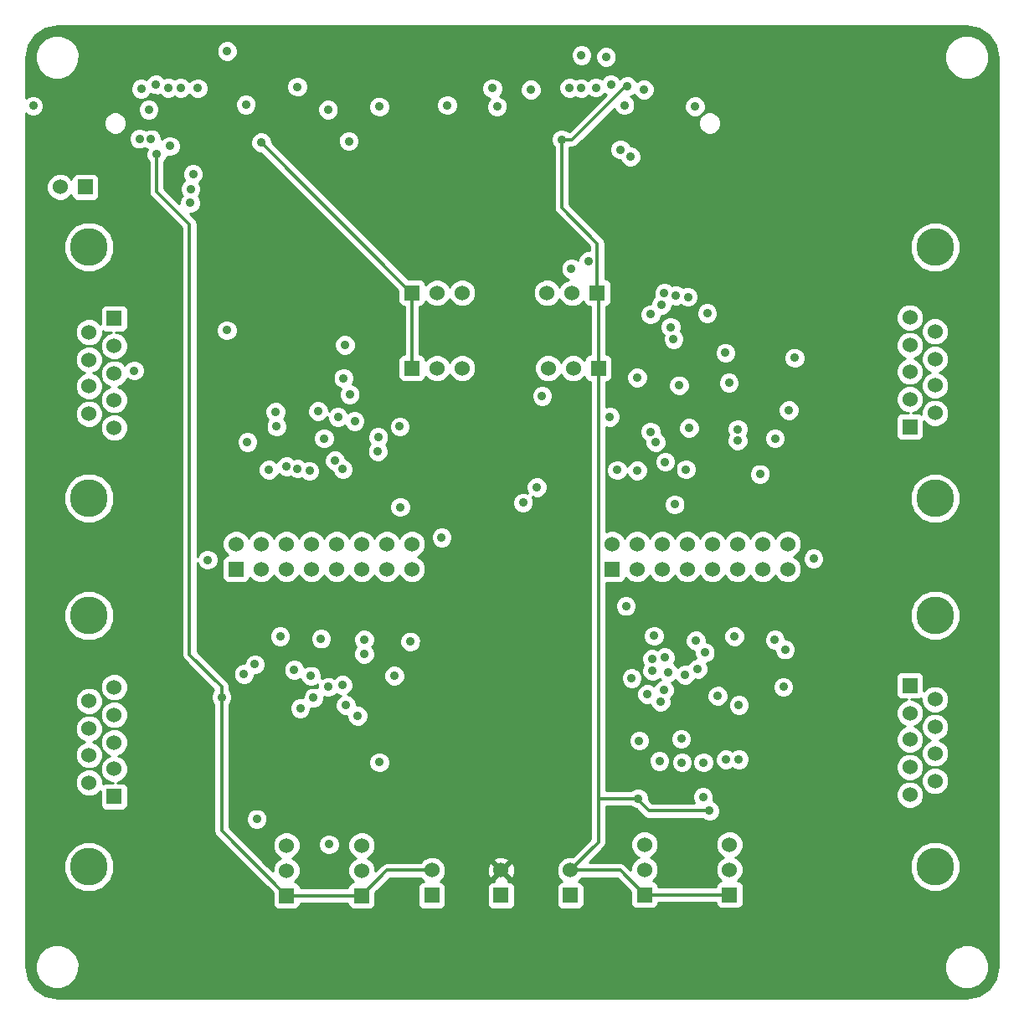
<source format=gbr>
G04 (created by PCBNEW (2013-05-09 BZR 4147)-testing) date 20/07/2013 09:35:41*
%MOIN*%
G04 Gerber Fmt 3.4, Leading zero omitted, Abs format*
%FSLAX34Y34*%
G01*
G70*
G90*
G04 APERTURE LIST*
%ADD10C,0.005906*%
%ADD11C,0.150000*%
%ADD12R,0.060000X0.060000*%
%ADD13C,0.060000*%
%ADD14C,0.035000*%
%ADD15C,0.012000*%
%ADD16C,0.010000*%
G04 APERTURE END LIST*
G54D10*
G54D11*
X34342Y-26446D03*
X34342Y-36446D03*
G54D12*
X35342Y-29296D03*
G54D13*
X35342Y-30396D03*
X35342Y-31496D03*
X35342Y-32546D03*
X35342Y-33646D03*
X34342Y-33096D03*
X34342Y-31996D03*
X34342Y-30946D03*
X34342Y-29846D03*
G54D11*
X34342Y-41131D03*
X34342Y-51131D03*
G54D12*
X35342Y-48331D03*
G54D13*
X35342Y-47231D03*
X35342Y-46181D03*
X35342Y-45081D03*
X35342Y-43981D03*
X34342Y-47781D03*
X34342Y-46681D03*
X34342Y-45631D03*
X34342Y-44531D03*
G54D12*
X40200Y-39279D03*
G54D13*
X40200Y-38279D03*
X41200Y-39279D03*
X41200Y-38279D03*
X42200Y-39279D03*
X42200Y-38279D03*
X43200Y-39279D03*
X43200Y-38279D03*
X44200Y-39279D03*
X44200Y-38279D03*
X45200Y-39279D03*
X45200Y-38279D03*
X46200Y-39279D03*
X46200Y-38279D03*
X47200Y-39279D03*
X47200Y-38279D03*
G54D12*
X42204Y-52279D03*
G54D13*
X42204Y-51279D03*
X42204Y-50279D03*
G54D12*
X47200Y-28279D03*
G54D13*
X48200Y-28279D03*
X49200Y-28279D03*
G54D12*
X47200Y-31279D03*
G54D13*
X48200Y-31279D03*
X49200Y-31279D03*
G54D12*
X45196Y-52279D03*
G54D13*
X45196Y-51279D03*
X45196Y-50279D03*
G54D12*
X47992Y-52271D03*
G54D13*
X47992Y-51271D03*
G54D12*
X34200Y-24066D03*
G54D13*
X33200Y-24066D03*
G54D11*
X68019Y-36467D03*
X68019Y-26467D03*
G54D12*
X67019Y-33617D03*
G54D13*
X67019Y-32517D03*
X67019Y-31417D03*
X67019Y-30367D03*
X67019Y-29267D03*
X68019Y-29817D03*
X68019Y-30917D03*
X68019Y-31967D03*
X68019Y-33067D03*
G54D11*
X68019Y-51112D03*
X68019Y-41112D03*
G54D12*
X67019Y-43912D03*
G54D13*
X67019Y-45012D03*
X67019Y-46062D03*
X67019Y-47162D03*
X67019Y-48262D03*
X68019Y-44462D03*
X68019Y-45562D03*
X68019Y-46612D03*
X68019Y-47712D03*
G54D12*
X53503Y-52271D03*
G54D13*
X53503Y-51271D03*
G54D12*
X59842Y-52240D03*
G54D13*
X59842Y-51240D03*
X59842Y-50240D03*
G54D12*
X54622Y-31279D03*
G54D13*
X53622Y-31279D03*
X52622Y-31279D03*
G54D12*
X54582Y-28279D03*
G54D13*
X53582Y-28279D03*
X52582Y-28279D03*
G54D12*
X56456Y-52240D03*
G54D13*
X56456Y-51240D03*
X56456Y-50240D03*
G54D12*
X55161Y-39279D03*
G54D13*
X55161Y-38279D03*
X56161Y-39279D03*
X56161Y-38279D03*
X57161Y-39279D03*
X57161Y-38279D03*
X58161Y-39279D03*
X58161Y-38279D03*
X59161Y-39279D03*
X59161Y-38279D03*
X60161Y-39279D03*
X60161Y-38279D03*
X61161Y-39279D03*
X61161Y-38279D03*
X62161Y-39279D03*
X62161Y-38279D03*
G54D12*
X50748Y-52271D03*
G54D13*
X50748Y-51271D03*
G54D14*
X37992Y-20118D03*
X57237Y-44089D03*
X52171Y-36019D03*
X53472Y-20118D03*
X38385Y-24149D03*
X57495Y-29642D03*
X38370Y-24704D03*
X57616Y-30114D03*
X37499Y-20117D03*
X57093Y-44557D03*
X36811Y-22165D03*
X36353Y-22146D03*
X39842Y-18661D03*
X37001Y-19980D03*
X36141Y-31377D03*
X60214Y-44689D03*
X62440Y-30866D03*
X37035Y-22763D03*
X39622Y-44374D03*
X41196Y-22295D03*
X42263Y-36358D03*
X40236Y-35551D03*
X48661Y-40669D03*
X47716Y-41062D03*
X53346Y-39763D03*
X48937Y-22244D03*
X45433Y-22322D03*
X42677Y-41062D03*
X39488Y-41299D03*
X46220Y-35472D03*
X47527Y-18712D03*
X48937Y-36889D03*
X47751Y-22291D03*
X59047Y-48901D03*
X56200Y-48409D03*
X53161Y-22177D03*
X55771Y-20059D03*
X42204Y-35196D03*
X42510Y-43294D03*
X55075Y-33219D03*
X57133Y-28751D03*
X58788Y-48353D03*
X56763Y-42854D03*
X53543Y-27322D03*
X54519Y-20110D03*
X44251Y-33228D03*
X45295Y-42086D03*
X48382Y-38015D03*
X58805Y-46974D03*
X63188Y-38858D03*
X58858Y-42598D03*
X45857Y-34029D03*
X44476Y-31674D03*
X60165Y-34161D03*
X59821Y-31861D03*
X60216Y-46850D03*
X59370Y-44330D03*
X40646Y-34214D03*
X43858Y-43968D03*
X57244Y-28287D03*
X56774Y-43329D03*
X37562Y-22437D03*
X36720Y-20987D03*
X38484Y-23555D03*
X56692Y-29137D03*
X58468Y-20862D03*
X56433Y-20185D03*
X53937Y-20137D03*
X50393Y-20137D03*
X50590Y-20866D03*
X36417Y-20161D03*
X40590Y-20787D03*
X42637Y-20078D03*
X44685Y-22244D03*
X43858Y-20984D03*
X45905Y-20866D03*
X48602Y-20807D03*
X44133Y-34960D03*
X57401Y-43385D03*
X41023Y-49232D03*
X46712Y-33602D03*
X43700Y-34074D03*
X58228Y-33661D03*
X58503Y-42125D03*
X44527Y-30354D03*
X57283Y-35011D03*
X32118Y-20834D03*
X56692Y-33807D03*
X55374Y-35338D03*
X40944Y-43070D03*
X41952Y-41956D03*
X61984Y-43972D03*
X55948Y-43618D03*
X60039Y-41956D03*
X61649Y-42094D03*
X61653Y-34074D03*
X60169Y-33712D03*
X62204Y-32948D03*
X52381Y-32381D03*
X56161Y-31653D03*
X57838Y-31964D03*
X51933Y-20196D03*
X39830Y-29767D03*
X44921Y-33385D03*
X43582Y-42047D03*
X47125Y-42165D03*
X43897Y-50236D03*
X41811Y-33602D03*
X42637Y-35275D03*
X45295Y-42657D03*
X45039Y-45118D03*
X45905Y-46968D03*
X40511Y-43463D03*
X44562Y-44696D03*
X38668Y-20136D03*
X56249Y-46109D03*
X51622Y-36637D03*
X53945Y-18816D03*
X56567Y-44255D03*
X57052Y-46919D03*
X45843Y-34592D03*
X46732Y-36809D03*
X55720Y-40747D03*
X57264Y-42794D03*
X56905Y-34228D03*
X57657Y-36705D03*
X43464Y-32992D03*
X44447Y-35299D03*
X44434Y-43891D03*
X58955Y-29096D03*
X55893Y-22858D03*
X55657Y-20807D03*
X57948Y-46978D03*
X58574Y-43254D03*
X43117Y-35371D03*
X41775Y-33019D03*
X43177Y-43531D03*
X39062Y-38909D03*
X58109Y-35307D03*
X58187Y-28443D03*
X55123Y-19995D03*
X55500Y-22574D03*
X58075Y-43483D03*
X57922Y-46036D03*
X44724Y-32322D03*
X42751Y-44816D03*
X46496Y-43523D03*
X59678Y-30668D03*
X61056Y-35498D03*
X62052Y-42480D03*
X59693Y-46862D03*
X41505Y-35323D03*
X43279Y-44398D03*
X57708Y-28381D03*
X56166Y-35350D03*
X56839Y-41937D03*
X54925Y-18882D03*
X54231Y-27022D03*
G54D15*
X39622Y-44374D02*
X39622Y-43952D01*
X38346Y-25551D02*
X37035Y-24240D01*
X38346Y-42677D02*
X38346Y-25551D01*
X39622Y-43952D02*
X38346Y-42677D01*
X37035Y-24240D02*
X37035Y-22763D01*
X39562Y-44374D02*
X39622Y-44374D01*
X39622Y-44374D02*
X39622Y-49696D01*
X39622Y-49696D02*
X42204Y-52279D01*
X45196Y-52279D02*
X42204Y-52279D01*
X47992Y-51271D02*
X46204Y-51271D01*
X46204Y-51271D02*
X45196Y-52279D01*
X47200Y-28279D02*
X47200Y-31279D01*
X47200Y-28279D02*
X47181Y-28279D01*
X47181Y-28279D02*
X41196Y-22295D01*
X47751Y-18937D02*
X47527Y-18712D01*
X48937Y-36889D02*
X48948Y-36889D01*
X56200Y-48472D02*
X56629Y-48901D01*
X56629Y-48901D02*
X59047Y-48901D01*
X56200Y-48409D02*
X56200Y-48472D01*
X56200Y-48409D02*
X54673Y-48409D01*
X54673Y-48409D02*
X54622Y-48460D01*
X53503Y-51271D02*
X53503Y-51106D01*
X56456Y-52240D02*
X59842Y-52240D01*
X53503Y-51271D02*
X55488Y-51271D01*
X55488Y-51271D02*
X56456Y-52240D01*
X54622Y-31279D02*
X54622Y-48460D01*
X54622Y-48460D02*
X54622Y-50153D01*
X54622Y-50153D02*
X53503Y-51271D01*
X54622Y-31279D02*
X54622Y-28318D01*
X54622Y-28318D02*
X54582Y-28279D01*
X53161Y-22177D02*
X53161Y-24885D01*
X53161Y-24885D02*
X54582Y-26307D01*
X54582Y-26307D02*
X54582Y-28279D01*
X55771Y-20059D02*
X55700Y-20059D01*
X53582Y-22177D02*
X53161Y-22177D01*
X55700Y-20059D02*
X53582Y-22177D01*
G54D10*
G36*
X70541Y-55088D02*
X70440Y-55592D01*
X70171Y-55996D01*
X70171Y-54943D01*
X70171Y-18723D01*
X70037Y-18400D01*
X69790Y-18152D01*
X69466Y-18018D01*
X69116Y-18017D01*
X68793Y-18151D01*
X68545Y-18398D01*
X68411Y-18722D01*
X68410Y-19072D01*
X68544Y-19395D01*
X68791Y-19643D01*
X69115Y-19777D01*
X69465Y-19778D01*
X69788Y-19644D01*
X70036Y-19397D01*
X70170Y-19073D01*
X70171Y-18723D01*
X70171Y-54943D01*
X70037Y-54620D01*
X69790Y-54372D01*
X69466Y-54238D01*
X69116Y-54237D01*
X69019Y-54277D01*
X69019Y-50914D01*
X69019Y-40914D01*
X69019Y-36269D01*
X69019Y-26269D01*
X68867Y-25901D01*
X68586Y-25620D01*
X68219Y-25467D01*
X67821Y-25467D01*
X67453Y-25619D01*
X67172Y-25900D01*
X67019Y-26267D01*
X67019Y-26665D01*
X67171Y-27033D01*
X67452Y-27314D01*
X67819Y-27467D01*
X68217Y-27467D01*
X68585Y-27315D01*
X68866Y-27034D01*
X69019Y-26667D01*
X69019Y-26269D01*
X69019Y-36269D01*
X68867Y-35901D01*
X68586Y-35620D01*
X68569Y-35612D01*
X68569Y-32958D01*
X68486Y-32756D01*
X68331Y-32601D01*
X68129Y-32517D01*
X68128Y-32517D01*
X68330Y-32433D01*
X68485Y-32279D01*
X68569Y-32077D01*
X68569Y-31858D01*
X68486Y-31656D01*
X68331Y-31501D01*
X68189Y-31442D01*
X68330Y-31383D01*
X68485Y-31229D01*
X68569Y-31027D01*
X68569Y-30808D01*
X68486Y-30606D01*
X68331Y-30451D01*
X68129Y-30367D01*
X68128Y-30367D01*
X68330Y-30283D01*
X68485Y-30129D01*
X68569Y-29927D01*
X68569Y-29708D01*
X68486Y-29506D01*
X68331Y-29351D01*
X68129Y-29267D01*
X67910Y-29267D01*
X67708Y-29350D01*
X67553Y-29505D01*
X67469Y-29707D01*
X67469Y-29926D01*
X67553Y-30128D01*
X67707Y-30283D01*
X67909Y-30367D01*
X68128Y-30367D01*
X67910Y-30367D01*
X67708Y-30450D01*
X67553Y-30605D01*
X67469Y-30807D01*
X67469Y-31026D01*
X67553Y-31228D01*
X67707Y-31383D01*
X67849Y-31442D01*
X67708Y-31500D01*
X67553Y-31655D01*
X67469Y-31857D01*
X67469Y-32076D01*
X67553Y-32278D01*
X67707Y-32433D01*
X67909Y-32517D01*
X68128Y-32517D01*
X67910Y-32517D01*
X67708Y-32600D01*
X67553Y-32755D01*
X67469Y-32957D01*
X67469Y-33113D01*
X67461Y-33105D01*
X67369Y-33067D01*
X67270Y-33067D01*
X67128Y-33067D01*
X67330Y-32983D01*
X67485Y-32829D01*
X67569Y-32627D01*
X67569Y-32408D01*
X67486Y-32206D01*
X67331Y-32051D01*
X67129Y-31967D01*
X67128Y-31967D01*
X67330Y-31883D01*
X67485Y-31729D01*
X67569Y-31527D01*
X67569Y-31308D01*
X67486Y-31106D01*
X67331Y-30951D01*
X67189Y-30892D01*
X67330Y-30833D01*
X67485Y-30679D01*
X67569Y-30477D01*
X67569Y-30258D01*
X67486Y-30056D01*
X67331Y-29901D01*
X67129Y-29817D01*
X67128Y-29817D01*
X67330Y-29733D01*
X67485Y-29579D01*
X67569Y-29377D01*
X67569Y-29158D01*
X67486Y-28956D01*
X67331Y-28801D01*
X67129Y-28717D01*
X66910Y-28717D01*
X66708Y-28800D01*
X66553Y-28955D01*
X66469Y-29157D01*
X66469Y-29376D01*
X66553Y-29578D01*
X66707Y-29733D01*
X66909Y-29817D01*
X67128Y-29817D01*
X66910Y-29817D01*
X66708Y-29900D01*
X66553Y-30055D01*
X66469Y-30257D01*
X66469Y-30476D01*
X66553Y-30678D01*
X66707Y-30833D01*
X66849Y-30892D01*
X66708Y-30950D01*
X66553Y-31105D01*
X66469Y-31307D01*
X66469Y-31526D01*
X66553Y-31728D01*
X66707Y-31883D01*
X66909Y-31967D01*
X67128Y-31967D01*
X66910Y-31967D01*
X66708Y-32050D01*
X66553Y-32205D01*
X66469Y-32407D01*
X66469Y-32626D01*
X66553Y-32828D01*
X66707Y-32983D01*
X66909Y-33067D01*
X66970Y-33067D01*
X66670Y-33067D01*
X66578Y-33105D01*
X66507Y-33175D01*
X66469Y-33267D01*
X66469Y-33366D01*
X66469Y-33966D01*
X66507Y-34058D01*
X66577Y-34129D01*
X66669Y-34167D01*
X66769Y-34167D01*
X67369Y-34167D01*
X67461Y-34129D01*
X67531Y-34059D01*
X67569Y-33967D01*
X67569Y-33867D01*
X67569Y-33395D01*
X67707Y-33533D01*
X67909Y-33617D01*
X68128Y-33617D01*
X68330Y-33533D01*
X68485Y-33379D01*
X68569Y-33177D01*
X68569Y-32958D01*
X68569Y-35612D01*
X68219Y-35467D01*
X67821Y-35467D01*
X67453Y-35619D01*
X67172Y-35900D01*
X67019Y-36267D01*
X67019Y-36665D01*
X67171Y-37033D01*
X67452Y-37314D01*
X67819Y-37467D01*
X68217Y-37467D01*
X68585Y-37315D01*
X68866Y-37034D01*
X69019Y-36667D01*
X69019Y-36269D01*
X69019Y-40914D01*
X68867Y-40547D01*
X68586Y-40265D01*
X68219Y-40113D01*
X67821Y-40112D01*
X67453Y-40264D01*
X67172Y-40545D01*
X67019Y-40913D01*
X67019Y-41311D01*
X67171Y-41678D01*
X67452Y-41960D01*
X67819Y-42112D01*
X68217Y-42113D01*
X68585Y-41961D01*
X68866Y-41680D01*
X69019Y-41312D01*
X69019Y-40914D01*
X69019Y-50914D01*
X68867Y-50547D01*
X68586Y-50265D01*
X68569Y-50258D01*
X68569Y-47604D01*
X68486Y-47401D01*
X68331Y-47246D01*
X68129Y-47163D01*
X68128Y-47163D01*
X68330Y-47079D01*
X68485Y-46924D01*
X68569Y-46722D01*
X68569Y-46504D01*
X68486Y-46301D01*
X68331Y-46146D01*
X68189Y-46087D01*
X68330Y-46029D01*
X68485Y-45874D01*
X68569Y-45672D01*
X68569Y-45454D01*
X68486Y-45251D01*
X68331Y-45096D01*
X68129Y-45013D01*
X68128Y-45013D01*
X68330Y-44929D01*
X68485Y-44774D01*
X68569Y-44572D01*
X68569Y-44354D01*
X68486Y-44151D01*
X68331Y-43996D01*
X68129Y-43913D01*
X67910Y-43912D01*
X67708Y-43996D01*
X67569Y-44135D01*
X67569Y-43563D01*
X67531Y-43471D01*
X67461Y-43401D01*
X67369Y-43363D01*
X67270Y-43362D01*
X66670Y-43362D01*
X66578Y-43400D01*
X66507Y-43471D01*
X66469Y-43563D01*
X66469Y-43662D01*
X66469Y-44262D01*
X66507Y-44354D01*
X66577Y-44424D01*
X66669Y-44462D01*
X66769Y-44463D01*
X66910Y-44463D01*
X66708Y-44546D01*
X66553Y-44701D01*
X66469Y-44903D01*
X66469Y-45121D01*
X66553Y-45324D01*
X66707Y-45478D01*
X66849Y-45538D01*
X66708Y-45596D01*
X66553Y-45751D01*
X66469Y-45953D01*
X66469Y-46171D01*
X66553Y-46374D01*
X66707Y-46528D01*
X66909Y-46612D01*
X67128Y-46613D01*
X66910Y-46612D01*
X66708Y-46696D01*
X66553Y-46851D01*
X66469Y-47053D01*
X66469Y-47271D01*
X66553Y-47474D01*
X66707Y-47628D01*
X66909Y-47712D01*
X67128Y-47713D01*
X66910Y-47712D01*
X66708Y-47796D01*
X66553Y-47951D01*
X66469Y-48153D01*
X66469Y-48371D01*
X66553Y-48574D01*
X66707Y-48728D01*
X66909Y-48812D01*
X67128Y-48813D01*
X67330Y-48729D01*
X67485Y-48574D01*
X67569Y-48372D01*
X67569Y-48154D01*
X67486Y-47951D01*
X67331Y-47796D01*
X67129Y-47713D01*
X67128Y-47713D01*
X67330Y-47629D01*
X67485Y-47474D01*
X67569Y-47272D01*
X67569Y-47054D01*
X67486Y-46851D01*
X67331Y-46696D01*
X67129Y-46613D01*
X67128Y-46613D01*
X67330Y-46529D01*
X67485Y-46374D01*
X67569Y-46172D01*
X67569Y-45954D01*
X67486Y-45751D01*
X67331Y-45596D01*
X67189Y-45537D01*
X67330Y-45479D01*
X67485Y-45324D01*
X67569Y-45122D01*
X67569Y-44904D01*
X67486Y-44701D01*
X67331Y-44546D01*
X67129Y-44463D01*
X67069Y-44463D01*
X67369Y-44463D01*
X67461Y-44425D01*
X67469Y-44416D01*
X67469Y-44571D01*
X67553Y-44774D01*
X67707Y-44928D01*
X67909Y-45012D01*
X68128Y-45013D01*
X67910Y-45012D01*
X67708Y-45096D01*
X67553Y-45251D01*
X67469Y-45453D01*
X67469Y-45671D01*
X67553Y-45874D01*
X67707Y-46028D01*
X67849Y-46088D01*
X67708Y-46146D01*
X67553Y-46301D01*
X67469Y-46503D01*
X67469Y-46721D01*
X67553Y-46924D01*
X67707Y-47078D01*
X67909Y-47162D01*
X68128Y-47163D01*
X67910Y-47162D01*
X67708Y-47246D01*
X67553Y-47401D01*
X67469Y-47603D01*
X67469Y-47821D01*
X67553Y-48024D01*
X67707Y-48178D01*
X67909Y-48262D01*
X68128Y-48263D01*
X68330Y-48179D01*
X68485Y-48024D01*
X68569Y-47822D01*
X68569Y-47604D01*
X68569Y-50258D01*
X68219Y-50113D01*
X67821Y-50112D01*
X67453Y-50264D01*
X67172Y-50545D01*
X67019Y-50913D01*
X67019Y-51311D01*
X67171Y-51678D01*
X67452Y-51960D01*
X67819Y-52112D01*
X68217Y-52113D01*
X68585Y-51961D01*
X68866Y-51680D01*
X69019Y-51312D01*
X69019Y-50914D01*
X69019Y-54277D01*
X68793Y-54371D01*
X68545Y-54618D01*
X68411Y-54942D01*
X68410Y-55292D01*
X68544Y-55615D01*
X68791Y-55863D01*
X69115Y-55997D01*
X69465Y-55998D01*
X69788Y-55864D01*
X70036Y-55617D01*
X70170Y-55293D01*
X70171Y-54943D01*
X70171Y-55996D01*
X70169Y-55998D01*
X69768Y-56266D01*
X69258Y-56368D01*
X63614Y-56368D01*
X63614Y-38774D01*
X63549Y-38617D01*
X63430Y-38498D01*
X63273Y-38433D01*
X63104Y-38433D01*
X62948Y-38497D01*
X62866Y-38580D01*
X62866Y-30781D01*
X62801Y-30625D01*
X62682Y-30506D01*
X62525Y-30441D01*
X62356Y-30441D01*
X62200Y-30505D01*
X62080Y-30625D01*
X62016Y-30781D01*
X62015Y-30950D01*
X62080Y-31106D01*
X62199Y-31226D01*
X62356Y-31291D01*
X62525Y-31291D01*
X62681Y-31226D01*
X62801Y-31107D01*
X62865Y-30951D01*
X62866Y-30781D01*
X62866Y-38580D01*
X62828Y-38617D01*
X62764Y-38773D01*
X62763Y-38942D01*
X62828Y-39098D01*
X62947Y-39218D01*
X63104Y-39283D01*
X63273Y-39283D01*
X63429Y-39218D01*
X63549Y-39099D01*
X63613Y-38943D01*
X63614Y-38774D01*
X63614Y-56368D01*
X62711Y-56368D01*
X62711Y-39170D01*
X62627Y-38968D01*
X62473Y-38813D01*
X62391Y-38779D01*
X62472Y-38746D01*
X62627Y-38591D01*
X62711Y-38389D01*
X62711Y-38170D01*
X62629Y-37972D01*
X62629Y-32864D01*
X62565Y-32708D01*
X62445Y-32588D01*
X62289Y-32523D01*
X62120Y-32523D01*
X61964Y-32588D01*
X61844Y-32707D01*
X61779Y-32863D01*
X61779Y-33032D01*
X61844Y-33189D01*
X61963Y-33308D01*
X62119Y-33373D01*
X62288Y-33373D01*
X62445Y-33309D01*
X62564Y-33189D01*
X62629Y-33033D01*
X62629Y-32864D01*
X62629Y-37972D01*
X62627Y-37968D01*
X62473Y-37813D01*
X62271Y-37729D01*
X62078Y-37729D01*
X62078Y-33990D01*
X62014Y-33834D01*
X61894Y-33714D01*
X61738Y-33649D01*
X61569Y-33649D01*
X61413Y-33714D01*
X61293Y-33833D01*
X61228Y-33989D01*
X61228Y-34158D01*
X61293Y-34315D01*
X61412Y-34434D01*
X61568Y-34499D01*
X61737Y-34499D01*
X61893Y-34435D01*
X62013Y-34315D01*
X62078Y-34159D01*
X62078Y-33990D01*
X62078Y-37729D01*
X62052Y-37729D01*
X61850Y-37812D01*
X61695Y-37967D01*
X61661Y-38049D01*
X61627Y-37968D01*
X61481Y-37822D01*
X61481Y-35414D01*
X61417Y-35258D01*
X61297Y-35138D01*
X61141Y-35073D01*
X60972Y-35073D01*
X60816Y-35138D01*
X60696Y-35257D01*
X60631Y-35413D01*
X60631Y-35582D01*
X60696Y-35739D01*
X60815Y-35858D01*
X60971Y-35923D01*
X61141Y-35923D01*
X61297Y-35859D01*
X61416Y-35739D01*
X61481Y-35583D01*
X61481Y-35414D01*
X61481Y-37822D01*
X61473Y-37813D01*
X61271Y-37729D01*
X61052Y-37729D01*
X60850Y-37812D01*
X60695Y-37967D01*
X60661Y-38049D01*
X60627Y-37968D01*
X60594Y-37934D01*
X60594Y-33628D01*
X60529Y-33472D01*
X60410Y-33352D01*
X60254Y-33287D01*
X60246Y-33287D01*
X60246Y-31777D01*
X60181Y-31621D01*
X60103Y-31543D01*
X60103Y-30584D01*
X60039Y-30427D01*
X59919Y-30308D01*
X59763Y-30243D01*
X59594Y-30243D01*
X59506Y-30279D01*
X59506Y-21434D01*
X59437Y-21268D01*
X59311Y-21141D01*
X59145Y-21072D01*
X58966Y-21072D01*
X58893Y-21102D01*
X58893Y-20778D01*
X58829Y-20621D01*
X58709Y-20502D01*
X58553Y-20437D01*
X58384Y-20437D01*
X58228Y-20501D01*
X58108Y-20621D01*
X58043Y-20777D01*
X58043Y-20946D01*
X58107Y-21102D01*
X58227Y-21222D01*
X58383Y-21287D01*
X58552Y-21287D01*
X58708Y-21222D01*
X58828Y-21103D01*
X58893Y-20947D01*
X58893Y-20778D01*
X58893Y-21102D01*
X58800Y-21140D01*
X58673Y-21267D01*
X58604Y-21433D01*
X58604Y-21612D01*
X58672Y-21778D01*
X58799Y-21905D01*
X58965Y-21974D01*
X59144Y-21974D01*
X59310Y-21906D01*
X59437Y-21779D01*
X59506Y-21613D01*
X59506Y-21434D01*
X59506Y-30279D01*
X59438Y-30307D01*
X59380Y-30365D01*
X59380Y-29011D01*
X59316Y-28855D01*
X59196Y-28735D01*
X59040Y-28671D01*
X58871Y-28670D01*
X58715Y-28735D01*
X58612Y-28838D01*
X58612Y-28359D01*
X58548Y-28202D01*
X58428Y-28083D01*
X58272Y-28018D01*
X58103Y-28018D01*
X57992Y-28064D01*
X57949Y-28021D01*
X57793Y-27956D01*
X57624Y-27956D01*
X57546Y-27988D01*
X57485Y-27927D01*
X57329Y-27862D01*
X57159Y-27862D01*
X57003Y-27926D01*
X56884Y-28046D01*
X56819Y-28202D01*
X56819Y-28371D01*
X56846Y-28438D01*
X56773Y-28510D01*
X56708Y-28667D01*
X56708Y-28712D01*
X56608Y-28712D01*
X56452Y-28777D01*
X56332Y-28896D01*
X56318Y-28930D01*
X56318Y-22774D01*
X56254Y-22617D01*
X56134Y-22498D01*
X55978Y-22433D01*
X55901Y-22433D01*
X55860Y-22334D01*
X55741Y-22214D01*
X55584Y-22149D01*
X55415Y-22149D01*
X55259Y-22214D01*
X55139Y-22333D01*
X55075Y-22489D01*
X55074Y-22658D01*
X55139Y-22815D01*
X55258Y-22934D01*
X55415Y-22999D01*
X55492Y-22999D01*
X55533Y-23098D01*
X55652Y-23218D01*
X55808Y-23283D01*
X55977Y-23283D01*
X56134Y-23218D01*
X56253Y-23099D01*
X56318Y-22943D01*
X56318Y-22774D01*
X56318Y-28930D01*
X56267Y-29052D01*
X56267Y-29221D01*
X56332Y-29378D01*
X56451Y-29497D01*
X56608Y-29562D01*
X56777Y-29562D01*
X56933Y-29498D01*
X57053Y-29378D01*
X57117Y-29222D01*
X57117Y-29176D01*
X57218Y-29177D01*
X57374Y-29112D01*
X57493Y-28993D01*
X57558Y-28836D01*
X57558Y-28779D01*
X57623Y-28806D01*
X57792Y-28806D01*
X57904Y-28760D01*
X57946Y-28803D01*
X58102Y-28868D01*
X58271Y-28868D01*
X58427Y-28803D01*
X58547Y-28684D01*
X58612Y-28528D01*
X58612Y-28359D01*
X58612Y-28838D01*
X58595Y-28855D01*
X58530Y-29011D01*
X58530Y-29180D01*
X58595Y-29336D01*
X58714Y-29456D01*
X58870Y-29520D01*
X59039Y-29521D01*
X59196Y-29456D01*
X59315Y-29337D01*
X59380Y-29180D01*
X59380Y-29011D01*
X59380Y-30365D01*
X59318Y-30427D01*
X59253Y-30583D01*
X59253Y-30752D01*
X59318Y-30908D01*
X59437Y-31028D01*
X59593Y-31093D01*
X59762Y-31093D01*
X59919Y-31028D01*
X60038Y-30909D01*
X60103Y-30753D01*
X60103Y-30584D01*
X60103Y-31543D01*
X60062Y-31501D01*
X59906Y-31437D01*
X59736Y-31436D01*
X59580Y-31501D01*
X59461Y-31620D01*
X59396Y-31777D01*
X59396Y-31946D01*
X59460Y-32102D01*
X59580Y-32222D01*
X59736Y-32286D01*
X59905Y-32287D01*
X60061Y-32222D01*
X60181Y-32102D01*
X60246Y-31946D01*
X60246Y-31777D01*
X60246Y-33287D01*
X60085Y-33287D01*
X59928Y-33352D01*
X59809Y-33471D01*
X59744Y-33627D01*
X59744Y-33796D01*
X59800Y-33932D01*
X59740Y-34076D01*
X59740Y-34245D01*
X59804Y-34401D01*
X59924Y-34521D01*
X60080Y-34586D01*
X60249Y-34586D01*
X60405Y-34521D01*
X60525Y-34402D01*
X60590Y-34246D01*
X60590Y-34077D01*
X60534Y-33941D01*
X60594Y-33797D01*
X60594Y-33628D01*
X60594Y-37934D01*
X60473Y-37813D01*
X60271Y-37729D01*
X60052Y-37729D01*
X59850Y-37812D01*
X59695Y-37967D01*
X59661Y-38049D01*
X59627Y-37968D01*
X59473Y-37813D01*
X59271Y-37729D01*
X59052Y-37729D01*
X58850Y-37812D01*
X58695Y-37967D01*
X58661Y-38049D01*
X58653Y-38030D01*
X58653Y-33577D01*
X58588Y-33420D01*
X58469Y-33301D01*
X58313Y-33236D01*
X58263Y-33236D01*
X58263Y-31880D01*
X58199Y-31724D01*
X58079Y-31604D01*
X58041Y-31588D01*
X58041Y-30030D01*
X57976Y-29874D01*
X57893Y-29791D01*
X57920Y-29727D01*
X57920Y-29558D01*
X57855Y-29402D01*
X57736Y-29282D01*
X57580Y-29217D01*
X57411Y-29217D01*
X57254Y-29282D01*
X57135Y-29401D01*
X57070Y-29557D01*
X57070Y-29726D01*
X57134Y-29882D01*
X57217Y-29966D01*
X57191Y-30030D01*
X57191Y-30199D01*
X57255Y-30355D01*
X57375Y-30475D01*
X57531Y-30539D01*
X57700Y-30539D01*
X57856Y-30475D01*
X57976Y-30355D01*
X58041Y-30199D01*
X58041Y-30030D01*
X58041Y-31588D01*
X57923Y-31539D01*
X57754Y-31539D01*
X57598Y-31604D01*
X57478Y-31723D01*
X57413Y-31879D01*
X57413Y-32048D01*
X57478Y-32204D01*
X57597Y-32324D01*
X57753Y-32389D01*
X57922Y-32389D01*
X58079Y-32325D01*
X58198Y-32205D01*
X58263Y-32049D01*
X58263Y-31880D01*
X58263Y-33236D01*
X58144Y-33236D01*
X57987Y-33300D01*
X57868Y-33420D01*
X57803Y-33576D01*
X57803Y-33745D01*
X57867Y-33901D01*
X57987Y-34021D01*
X58143Y-34086D01*
X58312Y-34086D01*
X58468Y-34021D01*
X58588Y-33902D01*
X58653Y-33746D01*
X58653Y-33577D01*
X58653Y-38030D01*
X58627Y-37968D01*
X58534Y-37874D01*
X58534Y-35223D01*
X58469Y-35066D01*
X58350Y-34947D01*
X58194Y-34882D01*
X58025Y-34882D01*
X57868Y-34946D01*
X57749Y-35066D01*
X57708Y-35164D01*
X57708Y-34927D01*
X57643Y-34771D01*
X57524Y-34651D01*
X57368Y-34586D01*
X57330Y-34586D01*
X57330Y-34144D01*
X57266Y-33987D01*
X57146Y-33868D01*
X57117Y-33856D01*
X57117Y-33722D01*
X57053Y-33566D01*
X56933Y-33446D01*
X56777Y-33382D01*
X56608Y-33382D01*
X56586Y-33391D01*
X56586Y-31569D01*
X56521Y-31413D01*
X56402Y-31293D01*
X56246Y-31228D01*
X56077Y-31228D01*
X55920Y-31293D01*
X55801Y-31412D01*
X55736Y-31568D01*
X55736Y-31737D01*
X55800Y-31893D01*
X55920Y-32013D01*
X56076Y-32078D01*
X56245Y-32078D01*
X56401Y-32014D01*
X56521Y-31894D01*
X56586Y-31738D01*
X56586Y-31569D01*
X56586Y-33391D01*
X56452Y-33446D01*
X56332Y-33566D01*
X56267Y-33722D01*
X56267Y-33891D01*
X56332Y-34047D01*
X56451Y-34167D01*
X56480Y-34179D01*
X56480Y-34312D01*
X56545Y-34468D01*
X56664Y-34588D01*
X56820Y-34653D01*
X56989Y-34653D01*
X57145Y-34588D01*
X57265Y-34469D01*
X57330Y-34313D01*
X57330Y-34144D01*
X57330Y-34586D01*
X57199Y-34586D01*
X57043Y-34651D01*
X56923Y-34770D01*
X56858Y-34926D01*
X56858Y-35095D01*
X56922Y-35252D01*
X57042Y-35371D01*
X57198Y-35436D01*
X57367Y-35436D01*
X57523Y-35372D01*
X57643Y-35252D01*
X57708Y-35096D01*
X57708Y-34927D01*
X57708Y-35164D01*
X57684Y-35222D01*
X57684Y-35391D01*
X57748Y-35547D01*
X57868Y-35667D01*
X58024Y-35732D01*
X58193Y-35732D01*
X58349Y-35667D01*
X58469Y-35548D01*
X58534Y-35392D01*
X58534Y-35223D01*
X58534Y-37874D01*
X58473Y-37813D01*
X58271Y-37729D01*
X58082Y-37729D01*
X58082Y-36620D01*
X58017Y-36464D01*
X57898Y-36345D01*
X57742Y-36280D01*
X57573Y-36280D01*
X57417Y-36344D01*
X57297Y-36464D01*
X57232Y-36620D01*
X57232Y-36789D01*
X57296Y-36945D01*
X57416Y-37065D01*
X57572Y-37130D01*
X57741Y-37130D01*
X57897Y-37065D01*
X58017Y-36946D01*
X58082Y-36790D01*
X58082Y-36620D01*
X58082Y-37729D01*
X58052Y-37729D01*
X57850Y-37812D01*
X57695Y-37967D01*
X57661Y-38049D01*
X57627Y-37968D01*
X57473Y-37813D01*
X57271Y-37729D01*
X57052Y-37729D01*
X56850Y-37812D01*
X56695Y-37967D01*
X56661Y-38049D01*
X56627Y-37968D01*
X56591Y-37931D01*
X56591Y-35266D01*
X56527Y-35110D01*
X56407Y-34990D01*
X56251Y-34925D01*
X56082Y-34925D01*
X55926Y-34990D01*
X55806Y-35109D01*
X55772Y-35190D01*
X55734Y-35098D01*
X55615Y-34978D01*
X55458Y-34913D01*
X55289Y-34913D01*
X55133Y-34978D01*
X55013Y-35097D01*
X54949Y-35253D01*
X54948Y-35422D01*
X55013Y-35579D01*
X55132Y-35698D01*
X55289Y-35763D01*
X55458Y-35763D01*
X55614Y-35699D01*
X55734Y-35579D01*
X55767Y-35498D01*
X55805Y-35590D01*
X55925Y-35710D01*
X56081Y-35775D01*
X56250Y-35775D01*
X56406Y-35711D01*
X56526Y-35591D01*
X56591Y-35435D01*
X56591Y-35266D01*
X56591Y-37931D01*
X56473Y-37813D01*
X56271Y-37729D01*
X56052Y-37729D01*
X55850Y-37812D01*
X55695Y-37967D01*
X55661Y-38049D01*
X55627Y-37968D01*
X55473Y-37813D01*
X55271Y-37729D01*
X55052Y-37729D01*
X54932Y-37779D01*
X54932Y-33619D01*
X54991Y-33644D01*
X55160Y-33644D01*
X55316Y-33579D01*
X55436Y-33460D01*
X55500Y-33304D01*
X55501Y-33134D01*
X55436Y-32978D01*
X55317Y-32859D01*
X55160Y-32794D01*
X54991Y-32794D01*
X54932Y-32818D01*
X54932Y-31829D01*
X54971Y-31829D01*
X55063Y-31791D01*
X55133Y-31721D01*
X55172Y-31629D01*
X55172Y-31530D01*
X55172Y-30930D01*
X55134Y-30838D01*
X55063Y-30767D01*
X54971Y-30729D01*
X54932Y-30729D01*
X54932Y-28829D01*
X54932Y-28829D01*
X55024Y-28791D01*
X55094Y-28721D01*
X55132Y-28629D01*
X55132Y-28530D01*
X55132Y-27930D01*
X55094Y-27838D01*
X55024Y-27767D01*
X54932Y-27729D01*
X54892Y-27729D01*
X54892Y-26307D01*
X54892Y-26307D01*
X54869Y-26188D01*
X54869Y-26188D01*
X54801Y-26087D01*
X54801Y-26087D01*
X53471Y-24757D01*
X53471Y-22487D01*
X53582Y-22487D01*
X53701Y-22463D01*
X53801Y-22396D01*
X55254Y-20944D01*
X55296Y-21047D01*
X55416Y-21167D01*
X55572Y-21232D01*
X55741Y-21232D01*
X55897Y-21167D01*
X56017Y-21048D01*
X56082Y-20891D01*
X56082Y-20722D01*
X56017Y-20566D01*
X55912Y-20460D01*
X56012Y-20419D01*
X56053Y-20378D01*
X56072Y-20425D01*
X56192Y-20545D01*
X56348Y-20609D01*
X56517Y-20610D01*
X56673Y-20545D01*
X56793Y-20426D01*
X56857Y-20269D01*
X56858Y-20100D01*
X56793Y-19944D01*
X56674Y-19824D01*
X56517Y-19760D01*
X56348Y-19759D01*
X56192Y-19824D01*
X56151Y-19865D01*
X56132Y-19818D01*
X56012Y-19698D01*
X55856Y-19634D01*
X55687Y-19633D01*
X55531Y-19698D01*
X55479Y-19750D01*
X55364Y-19635D01*
X55350Y-19629D01*
X55350Y-18798D01*
X55285Y-18641D01*
X55166Y-18522D01*
X55010Y-18457D01*
X54841Y-18457D01*
X54685Y-18521D01*
X54565Y-18641D01*
X54500Y-18797D01*
X54500Y-18966D01*
X54564Y-19122D01*
X54684Y-19242D01*
X54840Y-19307D01*
X55009Y-19307D01*
X55165Y-19242D01*
X55285Y-19123D01*
X55350Y-18967D01*
X55350Y-18798D01*
X55350Y-19629D01*
X55208Y-19570D01*
X55039Y-19570D01*
X54882Y-19634D01*
X54763Y-19753D01*
X54760Y-19750D01*
X54604Y-19685D01*
X54435Y-19685D01*
X54370Y-19712D01*
X54370Y-18732D01*
X54305Y-18576D01*
X54186Y-18456D01*
X54030Y-18391D01*
X53861Y-18391D01*
X53704Y-18456D01*
X53585Y-18575D01*
X53520Y-18731D01*
X53520Y-18900D01*
X53584Y-19057D01*
X53704Y-19176D01*
X53860Y-19241D01*
X54029Y-19241D01*
X54185Y-19177D01*
X54305Y-19057D01*
X54370Y-18901D01*
X54370Y-18732D01*
X54370Y-19712D01*
X54279Y-19749D01*
X54214Y-19814D01*
X54178Y-19777D01*
X54021Y-19712D01*
X53852Y-19712D01*
X53722Y-19766D01*
X53713Y-19758D01*
X53557Y-19693D01*
X53388Y-19693D01*
X53232Y-19757D01*
X53112Y-19877D01*
X53047Y-20033D01*
X53047Y-20202D01*
X53111Y-20358D01*
X53231Y-20478D01*
X53387Y-20543D01*
X53556Y-20543D01*
X53687Y-20489D01*
X53695Y-20497D01*
X53852Y-20562D01*
X54021Y-20562D01*
X54177Y-20498D01*
X54242Y-20433D01*
X54278Y-20470D01*
X54434Y-20535D01*
X54603Y-20535D01*
X54760Y-20470D01*
X54878Y-20352D01*
X54882Y-20355D01*
X54941Y-20379D01*
X53454Y-21867D01*
X53452Y-21867D01*
X53402Y-21817D01*
X53246Y-21752D01*
X53077Y-21752D01*
X52920Y-21816D01*
X52801Y-21936D01*
X52736Y-22092D01*
X52736Y-22261D01*
X52800Y-22417D01*
X52851Y-22468D01*
X52851Y-24885D01*
X52875Y-25004D01*
X52942Y-25105D01*
X54272Y-26435D01*
X54272Y-26597D01*
X54147Y-26597D01*
X53990Y-26662D01*
X53871Y-26781D01*
X53806Y-26937D01*
X53806Y-26984D01*
X53784Y-26962D01*
X53628Y-26897D01*
X53459Y-26897D01*
X53302Y-26962D01*
X53183Y-27081D01*
X53118Y-27237D01*
X53118Y-27407D01*
X53182Y-27563D01*
X53302Y-27682D01*
X53443Y-27741D01*
X53271Y-27812D01*
X53116Y-27967D01*
X53082Y-28049D01*
X53049Y-27968D01*
X52894Y-27813D01*
X52692Y-27729D01*
X52473Y-27729D01*
X52358Y-27777D01*
X52358Y-20112D01*
X52293Y-19956D01*
X52174Y-19836D01*
X52017Y-19771D01*
X51848Y-19771D01*
X51692Y-19836D01*
X51572Y-19955D01*
X51508Y-20111D01*
X51507Y-20281D01*
X51572Y-20437D01*
X51692Y-20556D01*
X51848Y-20621D01*
X52017Y-20621D01*
X52173Y-20557D01*
X52293Y-20437D01*
X52357Y-20281D01*
X52358Y-20112D01*
X52358Y-27777D01*
X52271Y-27812D01*
X52116Y-27967D01*
X52032Y-28169D01*
X52032Y-28388D01*
X52116Y-28590D01*
X52270Y-28745D01*
X52472Y-28829D01*
X52691Y-28829D01*
X52893Y-28746D01*
X53048Y-28591D01*
X53082Y-28509D01*
X53116Y-28590D01*
X53270Y-28745D01*
X53472Y-28829D01*
X53691Y-28829D01*
X53893Y-28746D01*
X54032Y-28607D01*
X54032Y-28629D01*
X54070Y-28720D01*
X54140Y-28791D01*
X54232Y-28829D01*
X54312Y-28829D01*
X54312Y-30729D01*
X54272Y-30729D01*
X54180Y-30767D01*
X54110Y-30837D01*
X54072Y-30929D01*
X54072Y-30951D01*
X53934Y-30813D01*
X53731Y-30729D01*
X53513Y-30729D01*
X53310Y-30812D01*
X53156Y-30967D01*
X53122Y-31049D01*
X53088Y-30968D01*
X52934Y-30813D01*
X52731Y-30729D01*
X52513Y-30729D01*
X52310Y-30812D01*
X52156Y-30967D01*
X52072Y-31169D01*
X52071Y-31388D01*
X52155Y-31590D01*
X52310Y-31745D01*
X52512Y-31829D01*
X52730Y-31829D01*
X52933Y-31746D01*
X53088Y-31591D01*
X53122Y-31509D01*
X53155Y-31590D01*
X53310Y-31745D01*
X53512Y-31829D01*
X53730Y-31829D01*
X53933Y-31746D01*
X54072Y-31607D01*
X54072Y-31629D01*
X54109Y-31720D01*
X54180Y-31791D01*
X54272Y-31829D01*
X54312Y-31829D01*
X54312Y-48460D01*
X54312Y-50025D01*
X53614Y-50722D01*
X53613Y-50721D01*
X53395Y-50721D01*
X53192Y-50805D01*
X53037Y-50959D01*
X52954Y-51161D01*
X52953Y-51380D01*
X53037Y-51582D01*
X53175Y-51721D01*
X53154Y-51721D01*
X53062Y-51759D01*
X52992Y-51829D01*
X52953Y-51921D01*
X52953Y-52021D01*
X52953Y-52621D01*
X52991Y-52713D01*
X53062Y-52783D01*
X53153Y-52821D01*
X53253Y-52821D01*
X53853Y-52821D01*
X53945Y-52783D01*
X54015Y-52713D01*
X54053Y-52621D01*
X54053Y-52522D01*
X54053Y-51922D01*
X54016Y-51830D01*
X53945Y-51759D01*
X53853Y-51721D01*
X53831Y-51721D01*
X53969Y-51583D01*
X53970Y-51581D01*
X55359Y-51581D01*
X55906Y-52128D01*
X55906Y-52589D01*
X55944Y-52681D01*
X56014Y-52751D01*
X56106Y-52790D01*
X56206Y-52790D01*
X56806Y-52790D01*
X56898Y-52752D01*
X56968Y-52681D01*
X57006Y-52590D01*
X57006Y-52550D01*
X59292Y-52550D01*
X59292Y-52589D01*
X59330Y-52681D01*
X59400Y-52751D01*
X59492Y-52790D01*
X59592Y-52790D01*
X60192Y-52790D01*
X60283Y-52752D01*
X60354Y-52681D01*
X60392Y-52590D01*
X60392Y-52490D01*
X60392Y-51890D01*
X60354Y-51798D01*
X60284Y-51728D01*
X60192Y-51690D01*
X60170Y-51690D01*
X60308Y-51552D01*
X60392Y-51350D01*
X60392Y-51131D01*
X60309Y-50929D01*
X60154Y-50774D01*
X60072Y-50740D01*
X60153Y-50706D01*
X60308Y-50552D01*
X60392Y-50350D01*
X60392Y-50131D01*
X60309Y-49929D01*
X60154Y-49774D01*
X59952Y-49690D01*
X59733Y-49690D01*
X59531Y-49773D01*
X59376Y-49928D01*
X59292Y-50130D01*
X59292Y-50349D01*
X59375Y-50551D01*
X59530Y-50706D01*
X59612Y-50740D01*
X59531Y-50773D01*
X59376Y-50928D01*
X59292Y-51130D01*
X59292Y-51349D01*
X59375Y-51551D01*
X59514Y-51690D01*
X59493Y-51690D01*
X59401Y-51728D01*
X59330Y-51798D01*
X59292Y-51890D01*
X59292Y-51930D01*
X57006Y-51930D01*
X57006Y-51890D01*
X56968Y-51798D01*
X56898Y-51728D01*
X56806Y-51690D01*
X56784Y-51690D01*
X56922Y-51552D01*
X57006Y-51350D01*
X57006Y-51131D01*
X56923Y-50929D01*
X56768Y-50774D01*
X56686Y-50740D01*
X56767Y-50706D01*
X56922Y-50552D01*
X57006Y-50350D01*
X57006Y-50131D01*
X56923Y-49929D01*
X56768Y-49774D01*
X56566Y-49690D01*
X56347Y-49690D01*
X56145Y-49773D01*
X55990Y-49928D01*
X55906Y-50130D01*
X55906Y-50349D01*
X55990Y-50551D01*
X56144Y-50706D01*
X56226Y-50740D01*
X56145Y-50773D01*
X55990Y-50928D01*
X55906Y-51130D01*
X55906Y-51251D01*
X55707Y-51052D01*
X55606Y-50985D01*
X55488Y-50961D01*
X54252Y-50961D01*
X54841Y-50372D01*
X54908Y-50272D01*
X54932Y-50153D01*
X54932Y-48719D01*
X55909Y-48719D01*
X55959Y-48769D01*
X56115Y-48834D01*
X56124Y-48834D01*
X56410Y-49120D01*
X56410Y-49120D01*
X56511Y-49187D01*
X56511Y-49187D01*
X56606Y-49206D01*
X56629Y-49211D01*
X56629Y-49211D01*
X56629Y-49211D01*
X58756Y-49211D01*
X58806Y-49261D01*
X58962Y-49326D01*
X59131Y-49326D01*
X59287Y-49262D01*
X59407Y-49142D01*
X59472Y-48986D01*
X59472Y-48817D01*
X59407Y-48661D01*
X59288Y-48541D01*
X59230Y-48517D01*
X59230Y-46890D01*
X59166Y-46733D01*
X59046Y-46614D01*
X58890Y-46549D01*
X58721Y-46549D01*
X58565Y-46613D01*
X58445Y-46733D01*
X58380Y-46889D01*
X58380Y-47058D01*
X58445Y-47214D01*
X58564Y-47334D01*
X58720Y-47399D01*
X58889Y-47399D01*
X59046Y-47334D01*
X59165Y-47215D01*
X59230Y-47059D01*
X59230Y-46890D01*
X59230Y-48517D01*
X59187Y-48499D01*
X59213Y-48438D01*
X59213Y-48269D01*
X59148Y-48112D01*
X59029Y-47993D01*
X58873Y-47928D01*
X58704Y-47928D01*
X58548Y-47992D01*
X58428Y-48112D01*
X58374Y-48243D01*
X58374Y-46893D01*
X58347Y-46828D01*
X58347Y-45952D01*
X58282Y-45795D01*
X58163Y-45676D01*
X58006Y-45611D01*
X57837Y-45611D01*
X57681Y-45675D01*
X57561Y-45795D01*
X57497Y-45951D01*
X57497Y-46120D01*
X57561Y-46276D01*
X57681Y-46396D01*
X57837Y-46461D01*
X58006Y-46461D01*
X58162Y-46396D01*
X58282Y-46277D01*
X58347Y-46121D01*
X58347Y-45952D01*
X58347Y-46828D01*
X58309Y-46737D01*
X58189Y-46617D01*
X58033Y-46553D01*
X57864Y-46552D01*
X57708Y-46617D01*
X57588Y-46737D01*
X57524Y-46893D01*
X57523Y-47062D01*
X57588Y-47218D01*
X57707Y-47338D01*
X57864Y-47402D01*
X58033Y-47403D01*
X58189Y-47338D01*
X58309Y-47219D01*
X58373Y-47062D01*
X58374Y-46893D01*
X58374Y-48243D01*
X58363Y-48268D01*
X58363Y-48437D01*
X58427Y-48591D01*
X57477Y-48591D01*
X57477Y-46835D01*
X57412Y-46679D01*
X57293Y-46559D01*
X57137Y-46494D01*
X56968Y-46494D01*
X56811Y-46558D01*
X56692Y-46678D01*
X56674Y-46721D01*
X56674Y-46024D01*
X56609Y-45868D01*
X56490Y-45749D01*
X56334Y-45684D01*
X56165Y-45684D01*
X56009Y-45748D01*
X55889Y-45868D01*
X55824Y-46024D01*
X55824Y-46193D01*
X55888Y-46349D01*
X56008Y-46469D01*
X56164Y-46534D01*
X56333Y-46534D01*
X56489Y-46469D01*
X56609Y-46350D01*
X56674Y-46194D01*
X56674Y-46024D01*
X56674Y-46721D01*
X56627Y-46834D01*
X56627Y-47003D01*
X56691Y-47159D01*
X56811Y-47279D01*
X56967Y-47344D01*
X57136Y-47344D01*
X57292Y-47279D01*
X57412Y-47160D01*
X57477Y-47004D01*
X57477Y-46835D01*
X57477Y-48591D01*
X56758Y-48591D01*
X56625Y-48458D01*
X56625Y-48325D01*
X56561Y-48169D01*
X56441Y-48049D01*
X56285Y-47984D01*
X56116Y-47984D01*
X55960Y-48048D01*
X55909Y-48099D01*
X54932Y-48099D01*
X54932Y-39829D01*
X55510Y-39829D01*
X55602Y-39791D01*
X55673Y-39721D01*
X55711Y-39629D01*
X55711Y-39607D01*
X55849Y-39745D01*
X56051Y-39829D01*
X56270Y-39829D01*
X56472Y-39746D01*
X56627Y-39591D01*
X56661Y-39509D01*
X56694Y-39590D01*
X56849Y-39745D01*
X57051Y-39829D01*
X57270Y-39829D01*
X57472Y-39746D01*
X57627Y-39591D01*
X57661Y-39509D01*
X57694Y-39590D01*
X57849Y-39745D01*
X58051Y-39829D01*
X58270Y-39829D01*
X58472Y-39746D01*
X58627Y-39591D01*
X58661Y-39509D01*
X58694Y-39590D01*
X58849Y-39745D01*
X59051Y-39829D01*
X59270Y-39829D01*
X59472Y-39746D01*
X59627Y-39591D01*
X59661Y-39509D01*
X59694Y-39590D01*
X59849Y-39745D01*
X60051Y-39829D01*
X60270Y-39829D01*
X60472Y-39746D01*
X60627Y-39591D01*
X60661Y-39509D01*
X60694Y-39590D01*
X60849Y-39745D01*
X61051Y-39829D01*
X61270Y-39829D01*
X61472Y-39746D01*
X61627Y-39591D01*
X61661Y-39509D01*
X61694Y-39590D01*
X61849Y-39745D01*
X62051Y-39829D01*
X62270Y-39829D01*
X62472Y-39746D01*
X62627Y-39591D01*
X62711Y-39389D01*
X62711Y-39170D01*
X62711Y-56368D01*
X62477Y-56368D01*
X62477Y-42396D01*
X62412Y-42240D01*
X62293Y-42120D01*
X62136Y-42055D01*
X62074Y-42055D01*
X62074Y-42010D01*
X62010Y-41854D01*
X61890Y-41734D01*
X61734Y-41669D01*
X61565Y-41669D01*
X61409Y-41733D01*
X61289Y-41853D01*
X61224Y-42009D01*
X61224Y-42178D01*
X61289Y-42334D01*
X61408Y-42454D01*
X61564Y-42519D01*
X61627Y-42519D01*
X61627Y-42565D01*
X61691Y-42721D01*
X61811Y-42840D01*
X61967Y-42905D01*
X62136Y-42905D01*
X62292Y-42841D01*
X62412Y-42721D01*
X62477Y-42565D01*
X62477Y-42396D01*
X62477Y-56368D01*
X62409Y-56368D01*
X62409Y-43888D01*
X62344Y-43732D01*
X62225Y-43612D01*
X62069Y-43547D01*
X61900Y-43547D01*
X61743Y-43611D01*
X61624Y-43731D01*
X61559Y-43887D01*
X61559Y-44056D01*
X61623Y-44212D01*
X61743Y-44332D01*
X61899Y-44397D01*
X62068Y-44397D01*
X62224Y-44332D01*
X62344Y-44213D01*
X62409Y-44057D01*
X62409Y-43888D01*
X62409Y-56368D01*
X60641Y-56368D01*
X60641Y-46766D01*
X60639Y-46760D01*
X60639Y-44605D01*
X60574Y-44449D01*
X60464Y-44338D01*
X60464Y-41872D01*
X60399Y-41716D01*
X60280Y-41596D01*
X60124Y-41531D01*
X59955Y-41531D01*
X59798Y-41596D01*
X59679Y-41715D01*
X59614Y-41871D01*
X59614Y-42040D01*
X59678Y-42197D01*
X59798Y-42316D01*
X59954Y-42381D01*
X60123Y-42381D01*
X60279Y-42317D01*
X60399Y-42197D01*
X60464Y-42041D01*
X60464Y-41872D01*
X60464Y-44338D01*
X60455Y-44329D01*
X60299Y-44264D01*
X60130Y-44264D01*
X59973Y-44329D01*
X59854Y-44448D01*
X59795Y-44590D01*
X59795Y-44246D01*
X59730Y-44090D01*
X59611Y-43970D01*
X59454Y-43905D01*
X59285Y-43905D01*
X59283Y-43906D01*
X59283Y-42514D01*
X59218Y-42357D01*
X59099Y-42238D01*
X58943Y-42173D01*
X58928Y-42173D01*
X58929Y-42041D01*
X58864Y-41885D01*
X58744Y-41765D01*
X58588Y-41701D01*
X58419Y-41700D01*
X58263Y-41765D01*
X58143Y-41884D01*
X58079Y-42041D01*
X58078Y-42210D01*
X58143Y-42366D01*
X58262Y-42486D01*
X58419Y-42550D01*
X58433Y-42550D01*
X58433Y-42682D01*
X58493Y-42829D01*
X58490Y-42829D01*
X58334Y-42893D01*
X58214Y-43013D01*
X58190Y-43071D01*
X58160Y-43058D01*
X57991Y-43058D01*
X57835Y-43123D01*
X57776Y-43181D01*
X57762Y-43145D01*
X57642Y-43025D01*
X57630Y-43020D01*
X57689Y-42879D01*
X57689Y-42710D01*
X57624Y-42553D01*
X57505Y-42434D01*
X57349Y-42369D01*
X57264Y-42369D01*
X57264Y-41853D01*
X57200Y-41697D01*
X57080Y-41577D01*
X56924Y-41513D01*
X56755Y-41512D01*
X56599Y-41577D01*
X56479Y-41696D01*
X56414Y-41853D01*
X56414Y-42022D01*
X56479Y-42178D01*
X56598Y-42298D01*
X56754Y-42362D01*
X56923Y-42363D01*
X57079Y-42298D01*
X57199Y-42179D01*
X57264Y-42022D01*
X57264Y-41853D01*
X57264Y-42369D01*
X57180Y-42369D01*
X57023Y-42433D01*
X56975Y-42482D01*
X56848Y-42429D01*
X56679Y-42429D01*
X56522Y-42493D01*
X56403Y-42613D01*
X56338Y-42769D01*
X56338Y-42938D01*
X56402Y-43094D01*
X56408Y-43100D01*
X56349Y-43244D01*
X56349Y-43413D01*
X56413Y-43569D01*
X56533Y-43689D01*
X56689Y-43754D01*
X56858Y-43754D01*
X57014Y-43689D01*
X57059Y-43644D01*
X57100Y-43685D01*
X56996Y-43728D01*
X56877Y-43848D01*
X56843Y-43929D01*
X56808Y-43895D01*
X56652Y-43830D01*
X56483Y-43830D01*
X56373Y-43875D01*
X56373Y-43533D01*
X56309Y-43377D01*
X56189Y-43258D01*
X56145Y-43239D01*
X56145Y-40663D01*
X56081Y-40507D01*
X55961Y-40387D01*
X55805Y-40322D01*
X55636Y-40322D01*
X55480Y-40387D01*
X55360Y-40506D01*
X55295Y-40662D01*
X55295Y-40831D01*
X55360Y-40988D01*
X55479Y-41107D01*
X55635Y-41172D01*
X55804Y-41172D01*
X55960Y-41108D01*
X56080Y-40988D01*
X56145Y-40832D01*
X56145Y-40663D01*
X56145Y-43239D01*
X56033Y-43193D01*
X55864Y-43193D01*
X55708Y-43257D01*
X55588Y-43377D01*
X55523Y-43533D01*
X55523Y-43702D01*
X55588Y-43858D01*
X55707Y-43978D01*
X55863Y-44043D01*
X56032Y-44043D01*
X56189Y-43978D01*
X56308Y-43859D01*
X56373Y-43703D01*
X56373Y-43533D01*
X56373Y-43875D01*
X56327Y-43894D01*
X56207Y-44014D01*
X56142Y-44170D01*
X56142Y-44339D01*
X56207Y-44495D01*
X56326Y-44615D01*
X56483Y-44680D01*
X56652Y-44680D01*
X56680Y-44668D01*
X56733Y-44797D01*
X56852Y-44917D01*
X57009Y-44982D01*
X57178Y-44982D01*
X57334Y-44917D01*
X57454Y-44798D01*
X57518Y-44642D01*
X57519Y-44473D01*
X57500Y-44427D01*
X57597Y-44330D01*
X57662Y-44174D01*
X57662Y-44005D01*
X57597Y-43848D01*
X57538Y-43789D01*
X57642Y-43746D01*
X57700Y-43688D01*
X57715Y-43723D01*
X57834Y-43843D01*
X57990Y-43908D01*
X58159Y-43908D01*
X58316Y-43844D01*
X58435Y-43724D01*
X58459Y-43666D01*
X58490Y-43679D01*
X58659Y-43679D01*
X58815Y-43614D01*
X58935Y-43495D01*
X58999Y-43339D01*
X58999Y-43170D01*
X58939Y-43023D01*
X58942Y-43023D01*
X59098Y-42958D01*
X59218Y-42839D01*
X59283Y-42683D01*
X59283Y-42514D01*
X59283Y-43906D01*
X59129Y-43970D01*
X59009Y-44089D01*
X58945Y-44245D01*
X58945Y-44414D01*
X59009Y-44571D01*
X59129Y-44690D01*
X59285Y-44755D01*
X59454Y-44755D01*
X59610Y-44691D01*
X59730Y-44571D01*
X59795Y-44415D01*
X59795Y-44246D01*
X59795Y-44590D01*
X59789Y-44604D01*
X59789Y-44773D01*
X59853Y-44930D01*
X59973Y-45049D01*
X60129Y-45114D01*
X60298Y-45114D01*
X60454Y-45050D01*
X60574Y-44930D01*
X60639Y-44774D01*
X60639Y-44605D01*
X60639Y-46760D01*
X60577Y-46609D01*
X60457Y-46490D01*
X60301Y-46425D01*
X60132Y-46425D01*
X59976Y-46489D01*
X59949Y-46516D01*
X59934Y-46501D01*
X59778Y-46437D01*
X59609Y-46436D01*
X59453Y-46501D01*
X59333Y-46620D01*
X59268Y-46777D01*
X59268Y-46946D01*
X59333Y-47102D01*
X59452Y-47222D01*
X59608Y-47286D01*
X59778Y-47287D01*
X59934Y-47222D01*
X59960Y-47195D01*
X59975Y-47210D01*
X60131Y-47275D01*
X60300Y-47275D01*
X60456Y-47210D01*
X60576Y-47091D01*
X60641Y-46935D01*
X60641Y-46766D01*
X60641Y-56368D01*
X52806Y-56368D01*
X52806Y-32297D01*
X52742Y-32141D01*
X52622Y-32021D01*
X52466Y-31956D01*
X52297Y-31956D01*
X52141Y-32021D01*
X52021Y-32140D01*
X51956Y-32296D01*
X51956Y-32466D01*
X52021Y-32622D01*
X52140Y-32741D01*
X52296Y-32806D01*
X52466Y-32806D01*
X52622Y-32742D01*
X52741Y-32622D01*
X52806Y-32466D01*
X52806Y-32297D01*
X52806Y-56368D01*
X52596Y-56368D01*
X52596Y-35934D01*
X52532Y-35778D01*
X52412Y-35658D01*
X52256Y-35594D01*
X52087Y-35593D01*
X51931Y-35658D01*
X51811Y-35777D01*
X51746Y-35934D01*
X51746Y-36103D01*
X51809Y-36254D01*
X51707Y-36212D01*
X51538Y-36212D01*
X51382Y-36276D01*
X51262Y-36396D01*
X51197Y-36552D01*
X51197Y-36721D01*
X51262Y-36877D01*
X51381Y-36997D01*
X51537Y-37062D01*
X51706Y-37062D01*
X51863Y-36997D01*
X51982Y-36878D01*
X52047Y-36722D01*
X52047Y-36553D01*
X51985Y-36401D01*
X52086Y-36443D01*
X52256Y-36444D01*
X52412Y-36379D01*
X52531Y-36260D01*
X52596Y-36103D01*
X52596Y-35934D01*
X52596Y-56368D01*
X51302Y-56368D01*
X51302Y-51353D01*
X51291Y-51134D01*
X51229Y-50983D01*
X51133Y-50956D01*
X51063Y-51027D01*
X51063Y-50885D01*
X51035Y-50790D01*
X51015Y-50783D01*
X51015Y-20781D01*
X50951Y-20625D01*
X50831Y-20506D01*
X50686Y-20445D01*
X50753Y-20378D01*
X50818Y-20222D01*
X50818Y-20053D01*
X50754Y-19897D01*
X50634Y-19777D01*
X50478Y-19712D01*
X50309Y-19712D01*
X50153Y-19777D01*
X50033Y-19896D01*
X49968Y-20052D01*
X49968Y-20221D01*
X50033Y-20378D01*
X50152Y-20497D01*
X50297Y-20558D01*
X50230Y-20625D01*
X50165Y-20781D01*
X50165Y-20950D01*
X50230Y-21106D01*
X50349Y-21226D01*
X50505Y-21291D01*
X50674Y-21291D01*
X50830Y-21226D01*
X50950Y-21107D01*
X51015Y-20951D01*
X51015Y-20781D01*
X51015Y-50783D01*
X50829Y-50716D01*
X50611Y-50727D01*
X50460Y-50790D01*
X50432Y-50885D01*
X50748Y-51200D01*
X51063Y-50885D01*
X51063Y-51027D01*
X50818Y-51271D01*
X51133Y-51586D01*
X51229Y-51559D01*
X51302Y-51353D01*
X51302Y-56368D01*
X51298Y-56368D01*
X51298Y-52522D01*
X51298Y-51922D01*
X51260Y-51830D01*
X51189Y-51759D01*
X51097Y-51721D01*
X51044Y-51721D01*
X51063Y-51657D01*
X50748Y-51342D01*
X50677Y-51413D01*
X50677Y-51271D01*
X50362Y-50956D01*
X50266Y-50983D01*
X50193Y-51189D01*
X50204Y-51408D01*
X50266Y-51559D01*
X50362Y-51586D01*
X50677Y-51271D01*
X50677Y-51413D01*
X50432Y-51657D01*
X50451Y-51721D01*
X50398Y-51721D01*
X50306Y-51759D01*
X50236Y-51829D01*
X50198Y-51921D01*
X50197Y-52021D01*
X50197Y-52621D01*
X50235Y-52713D01*
X50306Y-52783D01*
X50398Y-52821D01*
X50497Y-52821D01*
X51097Y-52821D01*
X51189Y-52783D01*
X51259Y-52713D01*
X51297Y-52621D01*
X51298Y-52522D01*
X51298Y-56368D01*
X49750Y-56368D01*
X49750Y-31170D01*
X49667Y-30968D01*
X49512Y-30813D01*
X49310Y-30729D01*
X49091Y-30729D01*
X48889Y-30812D01*
X48734Y-30967D01*
X48700Y-31049D01*
X48667Y-30968D01*
X48512Y-30813D01*
X48310Y-30729D01*
X48091Y-30729D01*
X47889Y-30812D01*
X47750Y-30951D01*
X47750Y-30930D01*
X47712Y-30838D01*
X47642Y-30767D01*
X47550Y-30729D01*
X47510Y-30729D01*
X47510Y-28829D01*
X47550Y-28829D01*
X47642Y-28791D01*
X47712Y-28721D01*
X47750Y-28629D01*
X47750Y-28607D01*
X47888Y-28745D01*
X48090Y-28829D01*
X48309Y-28829D01*
X48511Y-28746D01*
X48666Y-28591D01*
X48700Y-28509D01*
X48734Y-28590D01*
X48888Y-28745D01*
X49090Y-28829D01*
X49309Y-28829D01*
X49511Y-28746D01*
X49666Y-28591D01*
X49750Y-28389D01*
X49750Y-28170D01*
X49667Y-27968D01*
X49512Y-27813D01*
X49310Y-27729D01*
X49091Y-27729D01*
X49027Y-27756D01*
X49027Y-20722D01*
X48962Y-20566D01*
X48843Y-20446D01*
X48687Y-20382D01*
X48518Y-20382D01*
X48361Y-20446D01*
X48242Y-20566D01*
X48177Y-20722D01*
X48177Y-20891D01*
X48241Y-21047D01*
X48361Y-21167D01*
X48517Y-21232D01*
X48686Y-21232D01*
X48842Y-21167D01*
X48962Y-21048D01*
X49027Y-20891D01*
X49027Y-20722D01*
X49027Y-27756D01*
X48889Y-27812D01*
X48734Y-27967D01*
X48700Y-28049D01*
X48667Y-27968D01*
X48512Y-27813D01*
X48310Y-27729D01*
X48091Y-27729D01*
X47889Y-27812D01*
X47750Y-27951D01*
X47750Y-27930D01*
X47712Y-27838D01*
X47642Y-27767D01*
X47550Y-27729D01*
X47451Y-27729D01*
X47069Y-27729D01*
X46330Y-26990D01*
X46330Y-20781D01*
X46266Y-20625D01*
X46146Y-20506D01*
X45990Y-20441D01*
X45821Y-20441D01*
X45665Y-20505D01*
X45545Y-20625D01*
X45480Y-20781D01*
X45480Y-20950D01*
X45545Y-21106D01*
X45664Y-21226D01*
X45820Y-21291D01*
X45989Y-21291D01*
X46145Y-21226D01*
X46265Y-21107D01*
X46330Y-20951D01*
X46330Y-20781D01*
X46330Y-26990D01*
X45110Y-25770D01*
X45110Y-22159D01*
X45045Y-22003D01*
X44926Y-21884D01*
X44769Y-21819D01*
X44600Y-21819D01*
X44444Y-21883D01*
X44324Y-22003D01*
X44283Y-22103D01*
X44283Y-20900D01*
X44218Y-20743D01*
X44099Y-20624D01*
X43943Y-20559D01*
X43774Y-20559D01*
X43617Y-20623D01*
X43498Y-20743D01*
X43433Y-20899D01*
X43433Y-21068D01*
X43497Y-21224D01*
X43617Y-21344D01*
X43773Y-21409D01*
X43942Y-21409D01*
X44098Y-21344D01*
X44218Y-21225D01*
X44283Y-21069D01*
X44283Y-20900D01*
X44283Y-22103D01*
X44260Y-22159D01*
X44259Y-22328D01*
X44324Y-22484D01*
X44443Y-22604D01*
X44600Y-22669D01*
X44769Y-22669D01*
X44925Y-22604D01*
X45045Y-22485D01*
X45109Y-22329D01*
X45110Y-22159D01*
X45110Y-25770D01*
X43062Y-23722D01*
X43062Y-19994D01*
X42998Y-19838D01*
X42878Y-19718D01*
X42722Y-19653D01*
X42553Y-19653D01*
X42397Y-19718D01*
X42277Y-19837D01*
X42212Y-19993D01*
X42212Y-20162D01*
X42277Y-20319D01*
X42396Y-20438D01*
X42552Y-20503D01*
X42721Y-20503D01*
X42878Y-20439D01*
X42997Y-20319D01*
X43062Y-20163D01*
X43062Y-19994D01*
X43062Y-23722D01*
X41621Y-22281D01*
X41621Y-22211D01*
X41557Y-22054D01*
X41437Y-21935D01*
X41281Y-21870D01*
X41112Y-21870D01*
X41015Y-21910D01*
X41015Y-20703D01*
X40951Y-20546D01*
X40831Y-20427D01*
X40675Y-20362D01*
X40506Y-20362D01*
X40350Y-20426D01*
X40267Y-20509D01*
X40267Y-18577D01*
X40203Y-18420D01*
X40083Y-18301D01*
X39927Y-18236D01*
X39758Y-18236D01*
X39602Y-18300D01*
X39482Y-18420D01*
X39417Y-18576D01*
X39417Y-18745D01*
X39482Y-18901D01*
X39601Y-19021D01*
X39757Y-19086D01*
X39926Y-19086D01*
X40082Y-19021D01*
X40202Y-18902D01*
X40267Y-18746D01*
X40267Y-18577D01*
X40267Y-20509D01*
X40230Y-20546D01*
X40165Y-20702D01*
X40165Y-20871D01*
X40230Y-21027D01*
X40349Y-21147D01*
X40505Y-21212D01*
X40674Y-21212D01*
X40830Y-21147D01*
X40950Y-21028D01*
X41015Y-20872D01*
X41015Y-20703D01*
X41015Y-21910D01*
X40956Y-21934D01*
X40836Y-22054D01*
X40771Y-22210D01*
X40771Y-22379D01*
X40836Y-22535D01*
X40955Y-22655D01*
X41111Y-22720D01*
X41183Y-22720D01*
X46650Y-28187D01*
X46650Y-28629D01*
X46688Y-28720D01*
X46758Y-28791D01*
X46850Y-28829D01*
X46890Y-28829D01*
X46890Y-30729D01*
X46851Y-30729D01*
X46759Y-30767D01*
X46688Y-30837D01*
X46650Y-30929D01*
X46650Y-31029D01*
X46650Y-31629D01*
X46688Y-31720D01*
X46758Y-31791D01*
X46850Y-31829D01*
X46950Y-31829D01*
X47550Y-31829D01*
X47642Y-31791D01*
X47712Y-31721D01*
X47750Y-31629D01*
X47750Y-31607D01*
X47888Y-31745D01*
X48090Y-31829D01*
X48309Y-31829D01*
X48511Y-31746D01*
X48666Y-31591D01*
X48700Y-31509D01*
X48734Y-31590D01*
X48888Y-31745D01*
X49090Y-31829D01*
X49309Y-31829D01*
X49511Y-31746D01*
X49666Y-31591D01*
X49750Y-31389D01*
X49750Y-31170D01*
X49750Y-56368D01*
X48807Y-56368D01*
X48807Y-37931D01*
X48742Y-37774D01*
X48623Y-37655D01*
X48467Y-37590D01*
X48298Y-37590D01*
X48141Y-37654D01*
X48022Y-37774D01*
X47957Y-37930D01*
X47957Y-38099D01*
X48021Y-38255D01*
X48141Y-38375D01*
X48297Y-38440D01*
X48466Y-38440D01*
X48622Y-38375D01*
X48742Y-38256D01*
X48807Y-38100D01*
X48807Y-37931D01*
X48807Y-56368D01*
X48542Y-56368D01*
X48542Y-51162D01*
X48458Y-50960D01*
X48304Y-50805D01*
X48102Y-50721D01*
X47883Y-50721D01*
X47750Y-50776D01*
X47750Y-39170D01*
X47667Y-38968D01*
X47512Y-38813D01*
X47430Y-38779D01*
X47511Y-38746D01*
X47666Y-38591D01*
X47750Y-38389D01*
X47750Y-38170D01*
X47667Y-37968D01*
X47512Y-37813D01*
X47310Y-37729D01*
X47157Y-37729D01*
X47157Y-36725D01*
X47137Y-36677D01*
X47137Y-33518D01*
X47073Y-33361D01*
X46953Y-33242D01*
X46797Y-33177D01*
X46628Y-33177D01*
X46472Y-33241D01*
X46352Y-33361D01*
X46287Y-33517D01*
X46287Y-33686D01*
X46352Y-33842D01*
X46471Y-33962D01*
X46627Y-34027D01*
X46796Y-34027D01*
X46953Y-33962D01*
X47072Y-33843D01*
X47137Y-33687D01*
X47137Y-33518D01*
X47137Y-36677D01*
X47092Y-36569D01*
X46973Y-36449D01*
X46817Y-36384D01*
X46648Y-36384D01*
X46491Y-36449D01*
X46372Y-36568D01*
X46307Y-36724D01*
X46307Y-36893D01*
X46371Y-37049D01*
X46491Y-37169D01*
X46647Y-37234D01*
X46816Y-37234D01*
X46972Y-37170D01*
X47092Y-37050D01*
X47157Y-36894D01*
X47157Y-36725D01*
X47157Y-37729D01*
X47091Y-37729D01*
X46889Y-37812D01*
X46734Y-37967D01*
X46700Y-38049D01*
X46667Y-37968D01*
X46512Y-37813D01*
X46310Y-37729D01*
X46282Y-37729D01*
X46282Y-33944D01*
X46217Y-33788D01*
X46098Y-33668D01*
X45941Y-33604D01*
X45772Y-33603D01*
X45616Y-33668D01*
X45496Y-33787D01*
X45432Y-33944D01*
X45432Y-34113D01*
X45496Y-34269D01*
X45530Y-34303D01*
X45483Y-34351D01*
X45418Y-34507D01*
X45418Y-34676D01*
X45482Y-34832D01*
X45602Y-34952D01*
X45758Y-35017D01*
X45927Y-35017D01*
X46083Y-34952D01*
X46203Y-34833D01*
X46268Y-34677D01*
X46268Y-34508D01*
X46203Y-34351D01*
X46169Y-34317D01*
X46217Y-34270D01*
X46282Y-34113D01*
X46282Y-33944D01*
X46282Y-37729D01*
X46091Y-37729D01*
X45889Y-37812D01*
X45734Y-37967D01*
X45700Y-38049D01*
X45667Y-37968D01*
X45512Y-37813D01*
X45346Y-37744D01*
X45346Y-33301D01*
X45281Y-33145D01*
X45162Y-33025D01*
X45149Y-33020D01*
X45149Y-32238D01*
X45084Y-32082D01*
X44965Y-31962D01*
X44952Y-31957D01*
X44952Y-30270D01*
X44888Y-30113D01*
X44768Y-29994D01*
X44612Y-29929D01*
X44443Y-29929D01*
X44287Y-29993D01*
X44167Y-30113D01*
X44102Y-30269D01*
X44102Y-30438D01*
X44167Y-30594D01*
X44286Y-30714D01*
X44442Y-30779D01*
X44611Y-30779D01*
X44767Y-30714D01*
X44887Y-30595D01*
X44952Y-30439D01*
X44952Y-30270D01*
X44952Y-31957D01*
X44838Y-31910D01*
X44901Y-31759D01*
X44901Y-31590D01*
X44836Y-31434D01*
X44717Y-31314D01*
X44561Y-31249D01*
X44392Y-31249D01*
X44235Y-31314D01*
X44116Y-31433D01*
X44051Y-31589D01*
X44051Y-31758D01*
X44115Y-31914D01*
X44235Y-32034D01*
X44362Y-32087D01*
X44299Y-32237D01*
X44299Y-32407D01*
X44363Y-32563D01*
X44483Y-32682D01*
X44639Y-32747D01*
X44808Y-32747D01*
X44964Y-32683D01*
X45084Y-32563D01*
X45149Y-32407D01*
X45149Y-32238D01*
X45149Y-33020D01*
X45006Y-32960D01*
X44837Y-32960D01*
X44680Y-33025D01*
X44643Y-33062D01*
X44612Y-32987D01*
X44493Y-32868D01*
X44336Y-32803D01*
X44167Y-32803D01*
X44011Y-32867D01*
X43891Y-32987D01*
X43889Y-32992D01*
X43889Y-32907D01*
X43825Y-32751D01*
X43705Y-32632D01*
X43549Y-32567D01*
X43380Y-32567D01*
X43224Y-32631D01*
X43104Y-32751D01*
X43039Y-32907D01*
X43039Y-33076D01*
X43104Y-33232D01*
X43223Y-33352D01*
X43379Y-33417D01*
X43548Y-33417D01*
X43704Y-33352D01*
X43824Y-33233D01*
X43826Y-33227D01*
X43826Y-33312D01*
X43891Y-33468D01*
X44010Y-33588D01*
X44167Y-33653D01*
X44336Y-33653D01*
X44492Y-33588D01*
X44529Y-33551D01*
X44560Y-33626D01*
X44680Y-33745D01*
X44836Y-33810D01*
X45005Y-33810D01*
X45161Y-33746D01*
X45281Y-33626D01*
X45346Y-33470D01*
X45346Y-33301D01*
X45346Y-37744D01*
X45310Y-37729D01*
X45091Y-37729D01*
X44889Y-37812D01*
X44872Y-37830D01*
X44872Y-35215D01*
X44807Y-35059D01*
X44688Y-34939D01*
X44558Y-34886D01*
X44558Y-34876D01*
X44494Y-34720D01*
X44374Y-34600D01*
X44218Y-34535D01*
X44125Y-34535D01*
X44125Y-33990D01*
X44061Y-33834D01*
X43941Y-33714D01*
X43785Y-33649D01*
X43616Y-33649D01*
X43460Y-33714D01*
X43340Y-33833D01*
X43275Y-33989D01*
X43275Y-34158D01*
X43340Y-34315D01*
X43459Y-34434D01*
X43615Y-34499D01*
X43784Y-34499D01*
X43941Y-34435D01*
X44060Y-34315D01*
X44125Y-34159D01*
X44125Y-33990D01*
X44125Y-34535D01*
X44049Y-34535D01*
X43893Y-34600D01*
X43773Y-34719D01*
X43708Y-34875D01*
X43708Y-35044D01*
X43773Y-35201D01*
X43892Y-35320D01*
X44022Y-35374D01*
X44022Y-35384D01*
X44086Y-35540D01*
X44206Y-35660D01*
X44362Y-35724D01*
X44531Y-35725D01*
X44687Y-35660D01*
X44807Y-35541D01*
X44872Y-35384D01*
X44872Y-35215D01*
X44872Y-37830D01*
X44734Y-37967D01*
X44700Y-38049D01*
X44667Y-37968D01*
X44512Y-37813D01*
X44310Y-37729D01*
X44091Y-37729D01*
X43889Y-37812D01*
X43734Y-37967D01*
X43700Y-38049D01*
X43667Y-37968D01*
X43542Y-37843D01*
X43542Y-35287D01*
X43477Y-35131D01*
X43358Y-35011D01*
X43202Y-34946D01*
X43033Y-34946D01*
X42945Y-34982D01*
X42878Y-34915D01*
X42722Y-34850D01*
X42553Y-34850D01*
X42486Y-34878D01*
X42445Y-34836D01*
X42289Y-34771D01*
X42236Y-34771D01*
X42236Y-33518D01*
X42171Y-33361D01*
X42103Y-33293D01*
X42135Y-33260D01*
X42200Y-33104D01*
X42200Y-32935D01*
X42136Y-32779D01*
X42016Y-32659D01*
X41860Y-32594D01*
X41691Y-32594D01*
X41535Y-32659D01*
X41415Y-32778D01*
X41350Y-32934D01*
X41350Y-33103D01*
X41415Y-33260D01*
X41483Y-33328D01*
X41450Y-33361D01*
X41386Y-33517D01*
X41385Y-33686D01*
X41450Y-33842D01*
X41569Y-33962D01*
X41726Y-34027D01*
X41895Y-34027D01*
X42051Y-33962D01*
X42171Y-33843D01*
X42235Y-33687D01*
X42236Y-33518D01*
X42236Y-34771D01*
X42120Y-34771D01*
X41964Y-34836D01*
X41844Y-34955D01*
X41813Y-35029D01*
X41746Y-34962D01*
X41590Y-34898D01*
X41421Y-34897D01*
X41265Y-34962D01*
X41145Y-35082D01*
X41080Y-35238D01*
X41080Y-35407D01*
X41145Y-35563D01*
X41264Y-35683D01*
X41420Y-35747D01*
X41590Y-35748D01*
X41746Y-35683D01*
X41865Y-35564D01*
X41896Y-35489D01*
X41963Y-35556D01*
X42119Y-35621D01*
X42288Y-35621D01*
X42355Y-35594D01*
X42396Y-35635D01*
X42552Y-35700D01*
X42721Y-35700D01*
X42809Y-35664D01*
X42876Y-35731D01*
X43032Y-35796D01*
X43201Y-35796D01*
X43357Y-35732D01*
X43477Y-35612D01*
X43542Y-35456D01*
X43542Y-35287D01*
X43542Y-37843D01*
X43512Y-37813D01*
X43310Y-37729D01*
X43091Y-37729D01*
X42889Y-37812D01*
X42734Y-37967D01*
X42700Y-38049D01*
X42667Y-37968D01*
X42512Y-37813D01*
X42310Y-37729D01*
X42091Y-37729D01*
X41889Y-37812D01*
X41734Y-37967D01*
X41700Y-38049D01*
X41667Y-37968D01*
X41512Y-37813D01*
X41310Y-37729D01*
X41091Y-37729D01*
X41071Y-37737D01*
X41071Y-34129D01*
X41007Y-33973D01*
X40887Y-33854D01*
X40731Y-33789D01*
X40562Y-33789D01*
X40406Y-33853D01*
X40286Y-33973D01*
X40255Y-34047D01*
X40255Y-29683D01*
X40191Y-29527D01*
X40071Y-29407D01*
X39915Y-29342D01*
X39746Y-29342D01*
X39590Y-29407D01*
X39470Y-29526D01*
X39405Y-29682D01*
X39405Y-29851D01*
X39470Y-30008D01*
X39589Y-30127D01*
X39745Y-30192D01*
X39914Y-30192D01*
X40071Y-30128D01*
X40190Y-30008D01*
X40255Y-29852D01*
X40255Y-29683D01*
X40255Y-34047D01*
X40221Y-34129D01*
X40221Y-34298D01*
X40286Y-34454D01*
X40405Y-34574D01*
X40561Y-34639D01*
X40731Y-34639D01*
X40887Y-34574D01*
X41006Y-34455D01*
X41071Y-34299D01*
X41071Y-34129D01*
X41071Y-37737D01*
X40889Y-37812D01*
X40734Y-37967D01*
X40700Y-38049D01*
X40667Y-37968D01*
X40512Y-37813D01*
X40310Y-37729D01*
X40091Y-37729D01*
X39889Y-37812D01*
X39734Y-37967D01*
X39650Y-38169D01*
X39650Y-38388D01*
X39734Y-38590D01*
X39872Y-38729D01*
X39851Y-38729D01*
X39759Y-38767D01*
X39688Y-38837D01*
X39650Y-38929D01*
X39650Y-39029D01*
X39650Y-39629D01*
X39688Y-39720D01*
X39758Y-39791D01*
X39850Y-39829D01*
X39950Y-39829D01*
X40550Y-39829D01*
X40642Y-39791D01*
X40712Y-39721D01*
X40750Y-39629D01*
X40750Y-39607D01*
X40888Y-39745D01*
X41090Y-39829D01*
X41309Y-39829D01*
X41511Y-39746D01*
X41666Y-39591D01*
X41700Y-39509D01*
X41734Y-39590D01*
X41888Y-39745D01*
X42090Y-39829D01*
X42309Y-39829D01*
X42511Y-39746D01*
X42666Y-39591D01*
X42700Y-39509D01*
X42734Y-39590D01*
X42888Y-39745D01*
X43090Y-39829D01*
X43309Y-39829D01*
X43511Y-39746D01*
X43666Y-39591D01*
X43700Y-39509D01*
X43734Y-39590D01*
X43888Y-39745D01*
X44090Y-39829D01*
X44309Y-39829D01*
X44511Y-39746D01*
X44666Y-39591D01*
X44700Y-39509D01*
X44734Y-39590D01*
X44888Y-39745D01*
X45090Y-39829D01*
X45309Y-39829D01*
X45511Y-39746D01*
X45666Y-39591D01*
X45700Y-39509D01*
X45734Y-39590D01*
X45888Y-39745D01*
X46090Y-39829D01*
X46309Y-39829D01*
X46511Y-39746D01*
X46666Y-39591D01*
X46700Y-39509D01*
X46734Y-39590D01*
X46888Y-39745D01*
X47090Y-39829D01*
X47309Y-39829D01*
X47511Y-39746D01*
X47666Y-39591D01*
X47750Y-39389D01*
X47750Y-39170D01*
X47750Y-50776D01*
X47680Y-50805D01*
X47551Y-50934D01*
X47551Y-42081D01*
X47486Y-41924D01*
X47367Y-41805D01*
X47210Y-41740D01*
X47041Y-41740D01*
X46885Y-41804D01*
X46765Y-41924D01*
X46701Y-42080D01*
X46700Y-42249D01*
X46765Y-42405D01*
X46884Y-42525D01*
X47041Y-42590D01*
X47210Y-42590D01*
X47366Y-42525D01*
X47486Y-42406D01*
X47550Y-42250D01*
X47551Y-42081D01*
X47551Y-50934D01*
X47526Y-50959D01*
X47525Y-50961D01*
X46921Y-50961D01*
X46921Y-43439D01*
X46856Y-43283D01*
X46737Y-43163D01*
X46580Y-43098D01*
X46411Y-43098D01*
X46255Y-43163D01*
X46135Y-43282D01*
X46071Y-43438D01*
X46070Y-43607D01*
X46135Y-43764D01*
X46255Y-43883D01*
X46411Y-43948D01*
X46580Y-43948D01*
X46736Y-43884D01*
X46856Y-43764D01*
X46920Y-43608D01*
X46921Y-43439D01*
X46921Y-50961D01*
X46330Y-50961D01*
X46330Y-46884D01*
X46266Y-46728D01*
X46146Y-46608D01*
X45990Y-46543D01*
X45821Y-46543D01*
X45720Y-46585D01*
X45720Y-42573D01*
X45655Y-42417D01*
X45610Y-42372D01*
X45655Y-42327D01*
X45720Y-42171D01*
X45720Y-42002D01*
X45655Y-41846D01*
X45536Y-41726D01*
X45380Y-41661D01*
X45211Y-41661D01*
X45054Y-41726D01*
X44935Y-41845D01*
X44870Y-42001D01*
X44870Y-42170D01*
X44934Y-42327D01*
X44979Y-42372D01*
X44935Y-42416D01*
X44870Y-42572D01*
X44870Y-42741D01*
X44934Y-42897D01*
X45054Y-43017D01*
X45210Y-43082D01*
X45379Y-43082D01*
X45535Y-43017D01*
X45655Y-42898D01*
X45720Y-42742D01*
X45720Y-42573D01*
X45720Y-46585D01*
X45665Y-46607D01*
X45545Y-46727D01*
X45480Y-46883D01*
X45480Y-47052D01*
X45545Y-47208D01*
X45664Y-47328D01*
X45820Y-47393D01*
X45989Y-47393D01*
X46145Y-47329D01*
X46265Y-47209D01*
X46330Y-47053D01*
X46330Y-46884D01*
X46330Y-50961D01*
X46204Y-50961D01*
X46204Y-50961D01*
X46181Y-50966D01*
X46086Y-50985D01*
X45985Y-51052D01*
X45985Y-51052D01*
X45746Y-51291D01*
X45746Y-51170D01*
X45663Y-50968D01*
X45508Y-50813D01*
X45426Y-50779D01*
X45507Y-50746D01*
X45662Y-50591D01*
X45746Y-50389D01*
X45746Y-50170D01*
X45663Y-49968D01*
X45508Y-49813D01*
X45464Y-49795D01*
X45464Y-45033D01*
X45399Y-44877D01*
X45280Y-44758D01*
X45124Y-44693D01*
X44987Y-44693D01*
X44988Y-44612D01*
X44923Y-44456D01*
X44804Y-44336D01*
X44647Y-44271D01*
X44627Y-44271D01*
X44674Y-44252D01*
X44794Y-44132D01*
X44859Y-43976D01*
X44859Y-43807D01*
X44794Y-43651D01*
X44675Y-43531D01*
X44519Y-43466D01*
X44350Y-43466D01*
X44193Y-43531D01*
X44107Y-43617D01*
X44099Y-43608D01*
X44007Y-43570D01*
X44007Y-41963D01*
X43943Y-41806D01*
X43823Y-41687D01*
X43667Y-41622D01*
X43498Y-41622D01*
X43342Y-41686D01*
X43222Y-41806D01*
X43157Y-41962D01*
X43157Y-42131D01*
X43222Y-42287D01*
X43341Y-42407D01*
X43497Y-42472D01*
X43666Y-42472D01*
X43823Y-42407D01*
X43942Y-42288D01*
X44007Y-42132D01*
X44007Y-41963D01*
X44007Y-43570D01*
X43943Y-43543D01*
X43774Y-43543D01*
X43617Y-43607D01*
X43596Y-43628D01*
X43602Y-43616D01*
X43602Y-43447D01*
X43537Y-43291D01*
X43418Y-43171D01*
X43262Y-43106D01*
X43092Y-43106D01*
X42936Y-43170D01*
X42924Y-43183D01*
X42870Y-43054D01*
X42751Y-42934D01*
X42595Y-42869D01*
X42426Y-42869D01*
X42377Y-42889D01*
X42377Y-41872D01*
X42313Y-41716D01*
X42193Y-41596D01*
X42037Y-41531D01*
X41868Y-41531D01*
X41712Y-41596D01*
X41592Y-41715D01*
X41527Y-41871D01*
X41527Y-42040D01*
X41592Y-42197D01*
X41711Y-42316D01*
X41867Y-42381D01*
X42036Y-42381D01*
X42193Y-42317D01*
X42312Y-42197D01*
X42377Y-42041D01*
X42377Y-41872D01*
X42377Y-42889D01*
X42269Y-42933D01*
X42150Y-43053D01*
X42085Y-43209D01*
X42085Y-43378D01*
X42149Y-43534D01*
X42269Y-43654D01*
X42425Y-43719D01*
X42594Y-43719D01*
X42750Y-43654D01*
X42763Y-43642D01*
X42816Y-43771D01*
X42936Y-43891D01*
X43092Y-43956D01*
X43261Y-43956D01*
X43417Y-43892D01*
X43438Y-43871D01*
X43433Y-43883D01*
X43433Y-44002D01*
X43364Y-43973D01*
X43195Y-43973D01*
X43039Y-44038D01*
X42919Y-44157D01*
X42854Y-44313D01*
X42854Y-44398D01*
X42836Y-44391D01*
X42667Y-44391D01*
X42510Y-44455D01*
X42391Y-44575D01*
X42326Y-44731D01*
X42326Y-44900D01*
X42390Y-45056D01*
X42510Y-45176D01*
X42666Y-45241D01*
X42835Y-45241D01*
X42991Y-45176D01*
X43111Y-45057D01*
X43176Y-44901D01*
X43176Y-44816D01*
X43194Y-44823D01*
X43363Y-44823D01*
X43519Y-44759D01*
X43639Y-44639D01*
X43704Y-44483D01*
X43704Y-44364D01*
X43773Y-44393D01*
X43942Y-44393D01*
X44098Y-44329D01*
X44184Y-44243D01*
X44193Y-44251D01*
X44349Y-44316D01*
X44370Y-44316D01*
X44322Y-44336D01*
X44202Y-44455D01*
X44138Y-44611D01*
X44137Y-44781D01*
X44202Y-44937D01*
X44321Y-45056D01*
X44478Y-45121D01*
X44614Y-45121D01*
X44614Y-45202D01*
X44678Y-45358D01*
X44798Y-45478D01*
X44954Y-45543D01*
X45123Y-45543D01*
X45279Y-45478D01*
X45399Y-45359D01*
X45464Y-45203D01*
X45464Y-45033D01*
X45464Y-49795D01*
X45306Y-49729D01*
X45087Y-49729D01*
X44885Y-49812D01*
X44730Y-49967D01*
X44646Y-50169D01*
X44646Y-50388D01*
X44730Y-50590D01*
X44884Y-50745D01*
X44966Y-50779D01*
X44885Y-50812D01*
X44730Y-50967D01*
X44646Y-51169D01*
X44646Y-51388D01*
X44730Y-51590D01*
X44868Y-51729D01*
X44847Y-51729D01*
X44755Y-51767D01*
X44685Y-51837D01*
X44646Y-51929D01*
X44646Y-51969D01*
X44322Y-51969D01*
X44322Y-50152D01*
X44258Y-49995D01*
X44138Y-49876D01*
X43982Y-49811D01*
X43813Y-49811D01*
X43657Y-49875D01*
X43537Y-49995D01*
X43472Y-50151D01*
X43472Y-50320D01*
X43537Y-50476D01*
X43656Y-50596D01*
X43812Y-50661D01*
X43981Y-50661D01*
X44138Y-50596D01*
X44257Y-50477D01*
X44322Y-50321D01*
X44322Y-50152D01*
X44322Y-51969D01*
X42754Y-51969D01*
X42754Y-51930D01*
X42716Y-51838D01*
X42646Y-51767D01*
X42554Y-51729D01*
X42532Y-51729D01*
X42670Y-51591D01*
X42754Y-51389D01*
X42754Y-51170D01*
X42671Y-50968D01*
X42516Y-50813D01*
X42434Y-50779D01*
X42515Y-50746D01*
X42670Y-50591D01*
X42754Y-50389D01*
X42754Y-50170D01*
X42671Y-49968D01*
X42516Y-49813D01*
X42314Y-49729D01*
X42095Y-49729D01*
X41893Y-49812D01*
X41738Y-49967D01*
X41654Y-50169D01*
X41654Y-50388D01*
X41738Y-50590D01*
X41892Y-50745D01*
X41974Y-50779D01*
X41893Y-50812D01*
X41738Y-50967D01*
X41654Y-51169D01*
X41654Y-51291D01*
X41448Y-51085D01*
X41448Y-49148D01*
X41384Y-48991D01*
X41369Y-48977D01*
X41369Y-42986D01*
X41305Y-42830D01*
X41185Y-42710D01*
X41029Y-42645D01*
X40860Y-42645D01*
X40704Y-42710D01*
X40584Y-42829D01*
X40519Y-42985D01*
X40519Y-43038D01*
X40426Y-43038D01*
X40270Y-43103D01*
X40150Y-43222D01*
X40086Y-43378D01*
X40085Y-43547D01*
X40150Y-43704D01*
X40269Y-43823D01*
X40426Y-43888D01*
X40595Y-43888D01*
X40751Y-43824D01*
X40871Y-43704D01*
X40935Y-43548D01*
X40935Y-43495D01*
X41029Y-43495D01*
X41185Y-43431D01*
X41304Y-43311D01*
X41369Y-43155D01*
X41369Y-42986D01*
X41369Y-48977D01*
X41264Y-48872D01*
X41108Y-48807D01*
X40939Y-48807D01*
X40783Y-48871D01*
X40663Y-48991D01*
X40598Y-49147D01*
X40598Y-49316D01*
X40663Y-49472D01*
X40782Y-49592D01*
X40938Y-49657D01*
X41107Y-49657D01*
X41264Y-49592D01*
X41383Y-49473D01*
X41448Y-49317D01*
X41448Y-49148D01*
X41448Y-51085D01*
X39932Y-49568D01*
X39932Y-44665D01*
X39982Y-44615D01*
X40046Y-44458D01*
X40047Y-44289D01*
X39982Y-44133D01*
X39932Y-44082D01*
X39932Y-43952D01*
X39932Y-43952D01*
X39932Y-43952D01*
X39927Y-43929D01*
X39908Y-43834D01*
X39908Y-43834D01*
X39841Y-43733D01*
X39841Y-43733D01*
X38656Y-42548D01*
X38656Y-39038D01*
X38702Y-39149D01*
X38821Y-39269D01*
X38978Y-39334D01*
X39147Y-39334D01*
X39303Y-39269D01*
X39423Y-39150D01*
X39487Y-38994D01*
X39488Y-38825D01*
X39423Y-38669D01*
X39304Y-38549D01*
X39147Y-38484D01*
X39093Y-38484D01*
X39093Y-20052D01*
X39029Y-19896D01*
X38909Y-19776D01*
X38753Y-19711D01*
X38584Y-19711D01*
X38428Y-19775D01*
X38339Y-19864D01*
X38233Y-19758D01*
X38077Y-19693D01*
X37907Y-19693D01*
X37751Y-19757D01*
X37745Y-19763D01*
X37740Y-19757D01*
X37584Y-19692D01*
X37414Y-19692D01*
X37343Y-19721D01*
X37242Y-19620D01*
X37086Y-19556D01*
X36917Y-19555D01*
X36761Y-19620D01*
X36641Y-19739D01*
X36622Y-19786D01*
X36502Y-19736D01*
X36333Y-19736D01*
X36176Y-19800D01*
X36057Y-19920D01*
X35992Y-20076D01*
X35992Y-20245D01*
X36056Y-20401D01*
X36176Y-20521D01*
X36332Y-20586D01*
X36501Y-20586D01*
X36657Y-20521D01*
X36777Y-20402D01*
X36796Y-20356D01*
X36916Y-20405D01*
X37085Y-20406D01*
X37157Y-20376D01*
X37258Y-20477D01*
X37414Y-20542D01*
X37583Y-20542D01*
X37739Y-20478D01*
X37745Y-20472D01*
X37751Y-20478D01*
X37907Y-20543D01*
X38076Y-20543D01*
X38232Y-20478D01*
X38321Y-20389D01*
X38427Y-20496D01*
X38583Y-20561D01*
X38753Y-20561D01*
X38909Y-20496D01*
X39028Y-20377D01*
X39093Y-20221D01*
X39093Y-20052D01*
X39093Y-38484D01*
X38978Y-38484D01*
X38822Y-38548D01*
X38702Y-38668D01*
X38656Y-38780D01*
X38656Y-25551D01*
X38632Y-25432D01*
X38565Y-25331D01*
X38363Y-25129D01*
X38454Y-25129D01*
X38610Y-25065D01*
X38730Y-24945D01*
X38795Y-24789D01*
X38795Y-24620D01*
X38730Y-24464D01*
X38701Y-24435D01*
X38745Y-24390D01*
X38810Y-24234D01*
X38810Y-24065D01*
X38746Y-23909D01*
X38738Y-23901D01*
X38844Y-23796D01*
X38909Y-23640D01*
X38909Y-23470D01*
X38844Y-23314D01*
X38725Y-23195D01*
X38569Y-23130D01*
X38400Y-23130D01*
X38243Y-23194D01*
X38124Y-23314D01*
X38059Y-23470D01*
X38059Y-23639D01*
X38123Y-23795D01*
X38131Y-23803D01*
X38025Y-23908D01*
X37960Y-24064D01*
X37960Y-24233D01*
X38025Y-24390D01*
X38054Y-24419D01*
X38009Y-24463D01*
X37945Y-24619D01*
X37945Y-24711D01*
X37345Y-24111D01*
X37345Y-23054D01*
X37395Y-23004D01*
X37458Y-22853D01*
X37478Y-22861D01*
X37647Y-22862D01*
X37803Y-22797D01*
X37923Y-22678D01*
X37987Y-22521D01*
X37988Y-22352D01*
X37923Y-22196D01*
X37804Y-22076D01*
X37647Y-22012D01*
X37478Y-22011D01*
X37322Y-22076D01*
X37236Y-22162D01*
X37236Y-22081D01*
X37171Y-21924D01*
X37145Y-21899D01*
X37145Y-20902D01*
X37081Y-20746D01*
X36961Y-20627D01*
X36805Y-20562D01*
X36636Y-20562D01*
X36480Y-20626D01*
X36360Y-20746D01*
X36295Y-20902D01*
X36295Y-21071D01*
X36360Y-21227D01*
X36479Y-21347D01*
X36635Y-21412D01*
X36804Y-21412D01*
X36961Y-21347D01*
X37080Y-21228D01*
X37145Y-21072D01*
X37145Y-20902D01*
X37145Y-21899D01*
X37052Y-21805D01*
X36895Y-21740D01*
X36726Y-21740D01*
X36600Y-21792D01*
X36594Y-21786D01*
X36437Y-21721D01*
X36268Y-21721D01*
X36112Y-21785D01*
X35992Y-21905D01*
X35928Y-22061D01*
X35927Y-22230D01*
X35992Y-22386D01*
X36112Y-22506D01*
X36268Y-22571D01*
X36437Y-22571D01*
X36563Y-22519D01*
X36569Y-22525D01*
X36658Y-22562D01*
X36610Y-22678D01*
X36610Y-22847D01*
X36674Y-23004D01*
X36725Y-23054D01*
X36725Y-24240D01*
X36749Y-24358D01*
X36816Y-24459D01*
X38036Y-25679D01*
X38036Y-42677D01*
X38060Y-42795D01*
X38127Y-42896D01*
X39312Y-44081D01*
X39312Y-44082D01*
X39261Y-44132D01*
X39197Y-44289D01*
X39196Y-44458D01*
X39261Y-44614D01*
X39312Y-44665D01*
X39312Y-49696D01*
X39335Y-49815D01*
X39402Y-49916D01*
X41654Y-52167D01*
X41654Y-52629D01*
X41692Y-52720D01*
X41762Y-52791D01*
X41854Y-52829D01*
X41954Y-52829D01*
X42554Y-52829D01*
X42646Y-52791D01*
X42716Y-52721D01*
X42754Y-52629D01*
X42754Y-52589D01*
X44646Y-52589D01*
X44646Y-52629D01*
X44684Y-52720D01*
X44755Y-52791D01*
X44846Y-52829D01*
X44946Y-52829D01*
X45546Y-52829D01*
X45638Y-52791D01*
X45708Y-52721D01*
X45746Y-52629D01*
X45746Y-52530D01*
X45746Y-52167D01*
X46333Y-51581D01*
X47525Y-51581D01*
X47525Y-51582D01*
X47664Y-51721D01*
X47642Y-51721D01*
X47550Y-51759D01*
X47480Y-51829D01*
X47442Y-51921D01*
X47442Y-52021D01*
X47442Y-52621D01*
X47480Y-52713D01*
X47550Y-52783D01*
X47642Y-52821D01*
X47741Y-52821D01*
X48341Y-52821D01*
X48433Y-52783D01*
X48503Y-52713D01*
X48542Y-52621D01*
X48542Y-52522D01*
X48542Y-51922D01*
X48504Y-51830D01*
X48433Y-51759D01*
X48342Y-51721D01*
X48319Y-51721D01*
X48458Y-51583D01*
X48542Y-51381D01*
X48542Y-51162D01*
X48542Y-56368D01*
X36566Y-56368D01*
X36566Y-31293D01*
X36502Y-31137D01*
X36382Y-31017D01*
X36226Y-30953D01*
X36057Y-30952D01*
X35901Y-31017D01*
X35781Y-31136D01*
X35775Y-31151D01*
X35654Y-31030D01*
X35452Y-30946D01*
X35451Y-30946D01*
X35653Y-30862D01*
X35808Y-30708D01*
X35892Y-30505D01*
X35892Y-30287D01*
X35809Y-30084D01*
X35654Y-29930D01*
X35452Y-29846D01*
X35391Y-29846D01*
X35692Y-29846D01*
X35783Y-29808D01*
X35854Y-29737D01*
X35892Y-29646D01*
X35892Y-29546D01*
X35892Y-28946D01*
X35854Y-28854D01*
X35844Y-28844D01*
X35844Y-21434D01*
X35775Y-21268D01*
X35649Y-21141D01*
X35483Y-21072D01*
X35304Y-21072D01*
X35138Y-21140D01*
X35011Y-21267D01*
X34942Y-21433D01*
X34942Y-21612D01*
X35010Y-21778D01*
X35137Y-21905D01*
X35303Y-21974D01*
X35482Y-21974D01*
X35648Y-21906D01*
X35775Y-21779D01*
X35844Y-21613D01*
X35844Y-21434D01*
X35844Y-28844D01*
X35784Y-28784D01*
X35692Y-28746D01*
X35593Y-28746D01*
X35342Y-28746D01*
X35342Y-26248D01*
X35190Y-25880D01*
X34909Y-25598D01*
X34750Y-25532D01*
X34750Y-24317D01*
X34750Y-23717D01*
X34712Y-23625D01*
X34642Y-23555D01*
X34550Y-23516D01*
X34451Y-23516D01*
X33951Y-23516D01*
X33951Y-18723D01*
X33817Y-18400D01*
X33570Y-18152D01*
X33246Y-18018D01*
X32896Y-18017D01*
X32573Y-18151D01*
X32325Y-18398D01*
X32191Y-18722D01*
X32190Y-19072D01*
X32324Y-19395D01*
X32571Y-19643D01*
X32895Y-19777D01*
X33245Y-19778D01*
X33568Y-19644D01*
X33816Y-19397D01*
X33950Y-19073D01*
X33951Y-18723D01*
X33951Y-23516D01*
X33851Y-23516D01*
X33759Y-23554D01*
X33688Y-23625D01*
X33650Y-23716D01*
X33650Y-23739D01*
X33512Y-23600D01*
X33310Y-23517D01*
X33091Y-23516D01*
X32889Y-23600D01*
X32734Y-23754D01*
X32650Y-23957D01*
X32650Y-24175D01*
X32734Y-24378D01*
X32888Y-24532D01*
X33090Y-24616D01*
X33309Y-24617D01*
X33511Y-24533D01*
X33650Y-24394D01*
X33650Y-24416D01*
X33688Y-24508D01*
X33758Y-24578D01*
X33850Y-24616D01*
X33950Y-24616D01*
X34550Y-24616D01*
X34642Y-24578D01*
X34712Y-24508D01*
X34750Y-24416D01*
X34750Y-24317D01*
X34750Y-25532D01*
X34542Y-25446D01*
X34144Y-25445D01*
X33776Y-25597D01*
X33495Y-25878D01*
X33342Y-26246D01*
X33342Y-26644D01*
X33494Y-27011D01*
X33775Y-27293D01*
X34142Y-27445D01*
X34540Y-27446D01*
X34908Y-27294D01*
X35189Y-27013D01*
X35342Y-26645D01*
X35342Y-26248D01*
X35342Y-28746D01*
X34993Y-28746D01*
X34901Y-28783D01*
X34830Y-28854D01*
X34792Y-28946D01*
X34792Y-29045D01*
X34792Y-29518D01*
X34654Y-29380D01*
X34452Y-29296D01*
X34233Y-29295D01*
X34031Y-29379D01*
X33876Y-29534D01*
X33792Y-29736D01*
X33792Y-29954D01*
X33875Y-30157D01*
X34030Y-30312D01*
X34232Y-30395D01*
X34451Y-30396D01*
X34233Y-30395D01*
X34031Y-30479D01*
X33876Y-30634D01*
X33792Y-30836D01*
X33792Y-31054D01*
X33875Y-31257D01*
X34030Y-31412D01*
X34172Y-31471D01*
X34031Y-31529D01*
X33876Y-31684D01*
X33792Y-31886D01*
X33792Y-32104D01*
X33875Y-32307D01*
X34030Y-32462D01*
X34232Y-32545D01*
X34451Y-32546D01*
X34233Y-32545D01*
X34031Y-32629D01*
X33876Y-32784D01*
X33792Y-32986D01*
X33792Y-33204D01*
X33875Y-33407D01*
X34030Y-33562D01*
X34232Y-33645D01*
X34451Y-33646D01*
X34653Y-33562D01*
X34808Y-33408D01*
X34892Y-33205D01*
X34892Y-32987D01*
X34809Y-32784D01*
X34654Y-32630D01*
X34452Y-32546D01*
X34451Y-32546D01*
X34653Y-32462D01*
X34808Y-32308D01*
X34892Y-32105D01*
X34892Y-31887D01*
X34809Y-31684D01*
X34654Y-31530D01*
X34512Y-31471D01*
X34653Y-31412D01*
X34808Y-31258D01*
X34892Y-31055D01*
X34892Y-30837D01*
X34809Y-30634D01*
X34654Y-30480D01*
X34452Y-30396D01*
X34451Y-30396D01*
X34653Y-30312D01*
X34808Y-30158D01*
X34892Y-29955D01*
X34892Y-29799D01*
X34900Y-29807D01*
X34992Y-29846D01*
X35092Y-29846D01*
X35233Y-29846D01*
X35031Y-29929D01*
X34876Y-30084D01*
X34792Y-30286D01*
X34792Y-30504D01*
X34875Y-30707D01*
X35030Y-30862D01*
X35232Y-30945D01*
X35451Y-30946D01*
X35233Y-30945D01*
X35031Y-31029D01*
X34876Y-31184D01*
X34792Y-31386D01*
X34792Y-31604D01*
X34875Y-31807D01*
X35030Y-31962D01*
X35172Y-32021D01*
X35031Y-32079D01*
X34876Y-32234D01*
X34792Y-32436D01*
X34792Y-32654D01*
X34875Y-32857D01*
X35030Y-33012D01*
X35232Y-33095D01*
X35451Y-33096D01*
X35233Y-33095D01*
X35031Y-33179D01*
X34876Y-33334D01*
X34792Y-33536D01*
X34792Y-33754D01*
X34875Y-33957D01*
X35030Y-34112D01*
X35232Y-34195D01*
X35451Y-34196D01*
X35653Y-34112D01*
X35808Y-33958D01*
X35892Y-33755D01*
X35892Y-33537D01*
X35809Y-33334D01*
X35654Y-33180D01*
X35452Y-33096D01*
X35451Y-33096D01*
X35653Y-33012D01*
X35808Y-32858D01*
X35892Y-32655D01*
X35892Y-32437D01*
X35809Y-32234D01*
X35654Y-32080D01*
X35512Y-32021D01*
X35653Y-31962D01*
X35808Y-31808D01*
X35856Y-31693D01*
X35900Y-31738D01*
X36056Y-31802D01*
X36225Y-31803D01*
X36382Y-31738D01*
X36501Y-31619D01*
X36566Y-31462D01*
X36566Y-31293D01*
X36566Y-56368D01*
X35892Y-56368D01*
X35892Y-47122D01*
X35809Y-46919D01*
X35654Y-46765D01*
X35512Y-46706D01*
X35653Y-46647D01*
X35808Y-46493D01*
X35892Y-46290D01*
X35892Y-46072D01*
X35809Y-45869D01*
X35654Y-45715D01*
X35452Y-45631D01*
X35451Y-45631D01*
X35653Y-45547D01*
X35808Y-45393D01*
X35892Y-45190D01*
X35892Y-44972D01*
X35809Y-44769D01*
X35654Y-44615D01*
X35452Y-44531D01*
X35451Y-44531D01*
X35653Y-44447D01*
X35808Y-44293D01*
X35892Y-44090D01*
X35892Y-43872D01*
X35809Y-43669D01*
X35654Y-43515D01*
X35452Y-43431D01*
X35342Y-43431D01*
X35342Y-40933D01*
X35342Y-36248D01*
X35190Y-35880D01*
X34909Y-35598D01*
X34542Y-35446D01*
X34144Y-35445D01*
X33776Y-35597D01*
X33495Y-35878D01*
X33342Y-36246D01*
X33342Y-36644D01*
X33494Y-37011D01*
X33775Y-37293D01*
X34142Y-37445D01*
X34540Y-37446D01*
X34908Y-37294D01*
X35189Y-37013D01*
X35342Y-36645D01*
X35342Y-36248D01*
X35342Y-40933D01*
X35190Y-40565D01*
X34909Y-40283D01*
X34542Y-40131D01*
X34144Y-40130D01*
X33776Y-40282D01*
X33495Y-40563D01*
X33342Y-40931D01*
X33342Y-41329D01*
X33494Y-41696D01*
X33775Y-41978D01*
X34142Y-42130D01*
X34540Y-42131D01*
X34908Y-41979D01*
X35189Y-41698D01*
X35342Y-41330D01*
X35342Y-40933D01*
X35342Y-43431D01*
X35233Y-43431D01*
X35031Y-43514D01*
X34876Y-43669D01*
X34792Y-43871D01*
X34792Y-44090D01*
X34875Y-44292D01*
X35030Y-44447D01*
X35232Y-44531D01*
X35451Y-44531D01*
X35233Y-44531D01*
X35031Y-44614D01*
X34876Y-44769D01*
X34792Y-44971D01*
X34792Y-45190D01*
X34875Y-45392D01*
X35030Y-45547D01*
X35232Y-45631D01*
X35451Y-45631D01*
X35233Y-45631D01*
X35031Y-45714D01*
X34876Y-45869D01*
X34792Y-46071D01*
X34792Y-46290D01*
X34875Y-46492D01*
X35030Y-46647D01*
X35172Y-46706D01*
X35031Y-46764D01*
X34876Y-46919D01*
X34792Y-47121D01*
X34792Y-47340D01*
X34875Y-47542D01*
X35030Y-47697D01*
X35232Y-47781D01*
X35293Y-47781D01*
X34993Y-47781D01*
X34901Y-47819D01*
X34892Y-47827D01*
X34892Y-47672D01*
X34809Y-47469D01*
X34654Y-47315D01*
X34452Y-47231D01*
X34451Y-47231D01*
X34653Y-47147D01*
X34808Y-46993D01*
X34892Y-46790D01*
X34892Y-46572D01*
X34809Y-46369D01*
X34654Y-46215D01*
X34512Y-46156D01*
X34653Y-46097D01*
X34808Y-45943D01*
X34892Y-45740D01*
X34892Y-45522D01*
X34809Y-45319D01*
X34654Y-45165D01*
X34452Y-45081D01*
X34451Y-45081D01*
X34653Y-44997D01*
X34808Y-44843D01*
X34892Y-44640D01*
X34892Y-44422D01*
X34809Y-44219D01*
X34654Y-44065D01*
X34452Y-43981D01*
X34233Y-43981D01*
X34031Y-44064D01*
X33876Y-44219D01*
X33792Y-44421D01*
X33792Y-44640D01*
X33875Y-44842D01*
X34030Y-44997D01*
X34232Y-45081D01*
X34451Y-45081D01*
X34233Y-45081D01*
X34031Y-45164D01*
X33876Y-45319D01*
X33792Y-45521D01*
X33792Y-45740D01*
X33875Y-45942D01*
X34030Y-46097D01*
X34172Y-46156D01*
X34031Y-46214D01*
X33876Y-46369D01*
X33792Y-46571D01*
X33792Y-46790D01*
X33875Y-46992D01*
X34030Y-47147D01*
X34232Y-47231D01*
X34451Y-47231D01*
X34233Y-47231D01*
X34031Y-47314D01*
X33876Y-47469D01*
X33792Y-47671D01*
X33792Y-47890D01*
X33875Y-48092D01*
X34030Y-48247D01*
X34232Y-48331D01*
X34451Y-48331D01*
X34653Y-48247D01*
X34792Y-48109D01*
X34792Y-48680D01*
X34830Y-48772D01*
X34900Y-48842D01*
X34992Y-48881D01*
X35092Y-48881D01*
X35692Y-48881D01*
X35783Y-48843D01*
X35854Y-48772D01*
X35892Y-48681D01*
X35892Y-48581D01*
X35892Y-47981D01*
X35854Y-47889D01*
X35784Y-47819D01*
X35692Y-47781D01*
X35593Y-47781D01*
X35451Y-47781D01*
X35653Y-47697D01*
X35808Y-47543D01*
X35892Y-47340D01*
X35892Y-47122D01*
X35892Y-56368D01*
X35342Y-56368D01*
X35342Y-50933D01*
X35190Y-50565D01*
X34909Y-50283D01*
X34542Y-50131D01*
X34144Y-50130D01*
X33776Y-50282D01*
X33495Y-50563D01*
X33342Y-50931D01*
X33342Y-51329D01*
X33494Y-51696D01*
X33775Y-51978D01*
X34142Y-52130D01*
X34540Y-52131D01*
X34908Y-51979D01*
X35189Y-51698D01*
X35342Y-51330D01*
X35342Y-50933D01*
X35342Y-56368D01*
X33951Y-56368D01*
X33951Y-54943D01*
X33817Y-54620D01*
X33570Y-54372D01*
X33246Y-54238D01*
X32896Y-54237D01*
X32573Y-54371D01*
X32325Y-54618D01*
X32191Y-54942D01*
X32190Y-55292D01*
X32324Y-55615D01*
X32571Y-55863D01*
X32895Y-55997D01*
X33245Y-55998D01*
X33568Y-55864D01*
X33816Y-55617D01*
X33950Y-55293D01*
X33951Y-54943D01*
X33951Y-56368D01*
X33100Y-56368D01*
X32596Y-56267D01*
X32190Y-55996D01*
X31922Y-55595D01*
X31821Y-55085D01*
X31821Y-21138D01*
X31877Y-21194D01*
X32033Y-21259D01*
X32202Y-21259D01*
X32358Y-21195D01*
X32478Y-21075D01*
X32543Y-20919D01*
X32543Y-20750D01*
X32478Y-20594D01*
X32359Y-20474D01*
X32203Y-20409D01*
X32033Y-20409D01*
X31877Y-20474D01*
X31821Y-20530D01*
X31821Y-18930D01*
X31922Y-18420D01*
X32190Y-18019D01*
X32596Y-17748D01*
X33100Y-17648D01*
X69258Y-17648D01*
X69768Y-17749D01*
X70169Y-18017D01*
X70440Y-18423D01*
X70541Y-18927D01*
X70541Y-55088D01*
X70541Y-55088D01*
G37*
G54D16*
X70541Y-55088D02*
X70440Y-55592D01*
X70171Y-55996D01*
X70171Y-54943D01*
X70171Y-18723D01*
X70037Y-18400D01*
X69790Y-18152D01*
X69466Y-18018D01*
X69116Y-18017D01*
X68793Y-18151D01*
X68545Y-18398D01*
X68411Y-18722D01*
X68410Y-19072D01*
X68544Y-19395D01*
X68791Y-19643D01*
X69115Y-19777D01*
X69465Y-19778D01*
X69788Y-19644D01*
X70036Y-19397D01*
X70170Y-19073D01*
X70171Y-18723D01*
X70171Y-54943D01*
X70037Y-54620D01*
X69790Y-54372D01*
X69466Y-54238D01*
X69116Y-54237D01*
X69019Y-54277D01*
X69019Y-50914D01*
X69019Y-40914D01*
X69019Y-36269D01*
X69019Y-26269D01*
X68867Y-25901D01*
X68586Y-25620D01*
X68219Y-25467D01*
X67821Y-25467D01*
X67453Y-25619D01*
X67172Y-25900D01*
X67019Y-26267D01*
X67019Y-26665D01*
X67171Y-27033D01*
X67452Y-27314D01*
X67819Y-27467D01*
X68217Y-27467D01*
X68585Y-27315D01*
X68866Y-27034D01*
X69019Y-26667D01*
X69019Y-26269D01*
X69019Y-36269D01*
X68867Y-35901D01*
X68586Y-35620D01*
X68569Y-35612D01*
X68569Y-32958D01*
X68486Y-32756D01*
X68331Y-32601D01*
X68129Y-32517D01*
X68128Y-32517D01*
X68330Y-32433D01*
X68485Y-32279D01*
X68569Y-32077D01*
X68569Y-31858D01*
X68486Y-31656D01*
X68331Y-31501D01*
X68189Y-31442D01*
X68330Y-31383D01*
X68485Y-31229D01*
X68569Y-31027D01*
X68569Y-30808D01*
X68486Y-30606D01*
X68331Y-30451D01*
X68129Y-30367D01*
X68128Y-30367D01*
X68330Y-30283D01*
X68485Y-30129D01*
X68569Y-29927D01*
X68569Y-29708D01*
X68486Y-29506D01*
X68331Y-29351D01*
X68129Y-29267D01*
X67910Y-29267D01*
X67708Y-29350D01*
X67553Y-29505D01*
X67469Y-29707D01*
X67469Y-29926D01*
X67553Y-30128D01*
X67707Y-30283D01*
X67909Y-30367D01*
X68128Y-30367D01*
X67910Y-30367D01*
X67708Y-30450D01*
X67553Y-30605D01*
X67469Y-30807D01*
X67469Y-31026D01*
X67553Y-31228D01*
X67707Y-31383D01*
X67849Y-31442D01*
X67708Y-31500D01*
X67553Y-31655D01*
X67469Y-31857D01*
X67469Y-32076D01*
X67553Y-32278D01*
X67707Y-32433D01*
X67909Y-32517D01*
X68128Y-32517D01*
X67910Y-32517D01*
X67708Y-32600D01*
X67553Y-32755D01*
X67469Y-32957D01*
X67469Y-33113D01*
X67461Y-33105D01*
X67369Y-33067D01*
X67270Y-33067D01*
X67128Y-33067D01*
X67330Y-32983D01*
X67485Y-32829D01*
X67569Y-32627D01*
X67569Y-32408D01*
X67486Y-32206D01*
X67331Y-32051D01*
X67129Y-31967D01*
X67128Y-31967D01*
X67330Y-31883D01*
X67485Y-31729D01*
X67569Y-31527D01*
X67569Y-31308D01*
X67486Y-31106D01*
X67331Y-30951D01*
X67189Y-30892D01*
X67330Y-30833D01*
X67485Y-30679D01*
X67569Y-30477D01*
X67569Y-30258D01*
X67486Y-30056D01*
X67331Y-29901D01*
X67129Y-29817D01*
X67128Y-29817D01*
X67330Y-29733D01*
X67485Y-29579D01*
X67569Y-29377D01*
X67569Y-29158D01*
X67486Y-28956D01*
X67331Y-28801D01*
X67129Y-28717D01*
X66910Y-28717D01*
X66708Y-28800D01*
X66553Y-28955D01*
X66469Y-29157D01*
X66469Y-29376D01*
X66553Y-29578D01*
X66707Y-29733D01*
X66909Y-29817D01*
X67128Y-29817D01*
X66910Y-29817D01*
X66708Y-29900D01*
X66553Y-30055D01*
X66469Y-30257D01*
X66469Y-30476D01*
X66553Y-30678D01*
X66707Y-30833D01*
X66849Y-30892D01*
X66708Y-30950D01*
X66553Y-31105D01*
X66469Y-31307D01*
X66469Y-31526D01*
X66553Y-31728D01*
X66707Y-31883D01*
X66909Y-31967D01*
X67128Y-31967D01*
X66910Y-31967D01*
X66708Y-32050D01*
X66553Y-32205D01*
X66469Y-32407D01*
X66469Y-32626D01*
X66553Y-32828D01*
X66707Y-32983D01*
X66909Y-33067D01*
X66970Y-33067D01*
X66670Y-33067D01*
X66578Y-33105D01*
X66507Y-33175D01*
X66469Y-33267D01*
X66469Y-33366D01*
X66469Y-33966D01*
X66507Y-34058D01*
X66577Y-34129D01*
X66669Y-34167D01*
X66769Y-34167D01*
X67369Y-34167D01*
X67461Y-34129D01*
X67531Y-34059D01*
X67569Y-33967D01*
X67569Y-33867D01*
X67569Y-33395D01*
X67707Y-33533D01*
X67909Y-33617D01*
X68128Y-33617D01*
X68330Y-33533D01*
X68485Y-33379D01*
X68569Y-33177D01*
X68569Y-32958D01*
X68569Y-35612D01*
X68219Y-35467D01*
X67821Y-35467D01*
X67453Y-35619D01*
X67172Y-35900D01*
X67019Y-36267D01*
X67019Y-36665D01*
X67171Y-37033D01*
X67452Y-37314D01*
X67819Y-37467D01*
X68217Y-37467D01*
X68585Y-37315D01*
X68866Y-37034D01*
X69019Y-36667D01*
X69019Y-36269D01*
X69019Y-40914D01*
X68867Y-40547D01*
X68586Y-40265D01*
X68219Y-40113D01*
X67821Y-40112D01*
X67453Y-40264D01*
X67172Y-40545D01*
X67019Y-40913D01*
X67019Y-41311D01*
X67171Y-41678D01*
X67452Y-41960D01*
X67819Y-42112D01*
X68217Y-42113D01*
X68585Y-41961D01*
X68866Y-41680D01*
X69019Y-41312D01*
X69019Y-40914D01*
X69019Y-50914D01*
X68867Y-50547D01*
X68586Y-50265D01*
X68569Y-50258D01*
X68569Y-47604D01*
X68486Y-47401D01*
X68331Y-47246D01*
X68129Y-47163D01*
X68128Y-47163D01*
X68330Y-47079D01*
X68485Y-46924D01*
X68569Y-46722D01*
X68569Y-46504D01*
X68486Y-46301D01*
X68331Y-46146D01*
X68189Y-46087D01*
X68330Y-46029D01*
X68485Y-45874D01*
X68569Y-45672D01*
X68569Y-45454D01*
X68486Y-45251D01*
X68331Y-45096D01*
X68129Y-45013D01*
X68128Y-45013D01*
X68330Y-44929D01*
X68485Y-44774D01*
X68569Y-44572D01*
X68569Y-44354D01*
X68486Y-44151D01*
X68331Y-43996D01*
X68129Y-43913D01*
X67910Y-43912D01*
X67708Y-43996D01*
X67569Y-44135D01*
X67569Y-43563D01*
X67531Y-43471D01*
X67461Y-43401D01*
X67369Y-43363D01*
X67270Y-43362D01*
X66670Y-43362D01*
X66578Y-43400D01*
X66507Y-43471D01*
X66469Y-43563D01*
X66469Y-43662D01*
X66469Y-44262D01*
X66507Y-44354D01*
X66577Y-44424D01*
X66669Y-44462D01*
X66769Y-44463D01*
X66910Y-44463D01*
X66708Y-44546D01*
X66553Y-44701D01*
X66469Y-44903D01*
X66469Y-45121D01*
X66553Y-45324D01*
X66707Y-45478D01*
X66849Y-45538D01*
X66708Y-45596D01*
X66553Y-45751D01*
X66469Y-45953D01*
X66469Y-46171D01*
X66553Y-46374D01*
X66707Y-46528D01*
X66909Y-46612D01*
X67128Y-46613D01*
X66910Y-46612D01*
X66708Y-46696D01*
X66553Y-46851D01*
X66469Y-47053D01*
X66469Y-47271D01*
X66553Y-47474D01*
X66707Y-47628D01*
X66909Y-47712D01*
X67128Y-47713D01*
X66910Y-47712D01*
X66708Y-47796D01*
X66553Y-47951D01*
X66469Y-48153D01*
X66469Y-48371D01*
X66553Y-48574D01*
X66707Y-48728D01*
X66909Y-48812D01*
X67128Y-48813D01*
X67330Y-48729D01*
X67485Y-48574D01*
X67569Y-48372D01*
X67569Y-48154D01*
X67486Y-47951D01*
X67331Y-47796D01*
X67129Y-47713D01*
X67128Y-47713D01*
X67330Y-47629D01*
X67485Y-47474D01*
X67569Y-47272D01*
X67569Y-47054D01*
X67486Y-46851D01*
X67331Y-46696D01*
X67129Y-46613D01*
X67128Y-46613D01*
X67330Y-46529D01*
X67485Y-46374D01*
X67569Y-46172D01*
X67569Y-45954D01*
X67486Y-45751D01*
X67331Y-45596D01*
X67189Y-45537D01*
X67330Y-45479D01*
X67485Y-45324D01*
X67569Y-45122D01*
X67569Y-44904D01*
X67486Y-44701D01*
X67331Y-44546D01*
X67129Y-44463D01*
X67069Y-44463D01*
X67369Y-44463D01*
X67461Y-44425D01*
X67469Y-44416D01*
X67469Y-44571D01*
X67553Y-44774D01*
X67707Y-44928D01*
X67909Y-45012D01*
X68128Y-45013D01*
X67910Y-45012D01*
X67708Y-45096D01*
X67553Y-45251D01*
X67469Y-45453D01*
X67469Y-45671D01*
X67553Y-45874D01*
X67707Y-46028D01*
X67849Y-46088D01*
X67708Y-46146D01*
X67553Y-46301D01*
X67469Y-46503D01*
X67469Y-46721D01*
X67553Y-46924D01*
X67707Y-47078D01*
X67909Y-47162D01*
X68128Y-47163D01*
X67910Y-47162D01*
X67708Y-47246D01*
X67553Y-47401D01*
X67469Y-47603D01*
X67469Y-47821D01*
X67553Y-48024D01*
X67707Y-48178D01*
X67909Y-48262D01*
X68128Y-48263D01*
X68330Y-48179D01*
X68485Y-48024D01*
X68569Y-47822D01*
X68569Y-47604D01*
X68569Y-50258D01*
X68219Y-50113D01*
X67821Y-50112D01*
X67453Y-50264D01*
X67172Y-50545D01*
X67019Y-50913D01*
X67019Y-51311D01*
X67171Y-51678D01*
X67452Y-51960D01*
X67819Y-52112D01*
X68217Y-52113D01*
X68585Y-51961D01*
X68866Y-51680D01*
X69019Y-51312D01*
X69019Y-50914D01*
X69019Y-54277D01*
X68793Y-54371D01*
X68545Y-54618D01*
X68411Y-54942D01*
X68410Y-55292D01*
X68544Y-55615D01*
X68791Y-55863D01*
X69115Y-55997D01*
X69465Y-55998D01*
X69788Y-55864D01*
X70036Y-55617D01*
X70170Y-55293D01*
X70171Y-54943D01*
X70171Y-55996D01*
X70169Y-55998D01*
X69768Y-56266D01*
X69258Y-56368D01*
X63614Y-56368D01*
X63614Y-38774D01*
X63549Y-38617D01*
X63430Y-38498D01*
X63273Y-38433D01*
X63104Y-38433D01*
X62948Y-38497D01*
X62866Y-38580D01*
X62866Y-30781D01*
X62801Y-30625D01*
X62682Y-30506D01*
X62525Y-30441D01*
X62356Y-30441D01*
X62200Y-30505D01*
X62080Y-30625D01*
X62016Y-30781D01*
X62015Y-30950D01*
X62080Y-31106D01*
X62199Y-31226D01*
X62356Y-31291D01*
X62525Y-31291D01*
X62681Y-31226D01*
X62801Y-31107D01*
X62865Y-30951D01*
X62866Y-30781D01*
X62866Y-38580D01*
X62828Y-38617D01*
X62764Y-38773D01*
X62763Y-38942D01*
X62828Y-39098D01*
X62947Y-39218D01*
X63104Y-39283D01*
X63273Y-39283D01*
X63429Y-39218D01*
X63549Y-39099D01*
X63613Y-38943D01*
X63614Y-38774D01*
X63614Y-56368D01*
X62711Y-56368D01*
X62711Y-39170D01*
X62627Y-38968D01*
X62473Y-38813D01*
X62391Y-38779D01*
X62472Y-38746D01*
X62627Y-38591D01*
X62711Y-38389D01*
X62711Y-38170D01*
X62629Y-37972D01*
X62629Y-32864D01*
X62565Y-32708D01*
X62445Y-32588D01*
X62289Y-32523D01*
X62120Y-32523D01*
X61964Y-32588D01*
X61844Y-32707D01*
X61779Y-32863D01*
X61779Y-33032D01*
X61844Y-33189D01*
X61963Y-33308D01*
X62119Y-33373D01*
X62288Y-33373D01*
X62445Y-33309D01*
X62564Y-33189D01*
X62629Y-33033D01*
X62629Y-32864D01*
X62629Y-37972D01*
X62627Y-37968D01*
X62473Y-37813D01*
X62271Y-37729D01*
X62078Y-37729D01*
X62078Y-33990D01*
X62014Y-33834D01*
X61894Y-33714D01*
X61738Y-33649D01*
X61569Y-33649D01*
X61413Y-33714D01*
X61293Y-33833D01*
X61228Y-33989D01*
X61228Y-34158D01*
X61293Y-34315D01*
X61412Y-34434D01*
X61568Y-34499D01*
X61737Y-34499D01*
X61893Y-34435D01*
X62013Y-34315D01*
X62078Y-34159D01*
X62078Y-33990D01*
X62078Y-37729D01*
X62052Y-37729D01*
X61850Y-37812D01*
X61695Y-37967D01*
X61661Y-38049D01*
X61627Y-37968D01*
X61481Y-37822D01*
X61481Y-35414D01*
X61417Y-35258D01*
X61297Y-35138D01*
X61141Y-35073D01*
X60972Y-35073D01*
X60816Y-35138D01*
X60696Y-35257D01*
X60631Y-35413D01*
X60631Y-35582D01*
X60696Y-35739D01*
X60815Y-35858D01*
X60971Y-35923D01*
X61141Y-35923D01*
X61297Y-35859D01*
X61416Y-35739D01*
X61481Y-35583D01*
X61481Y-35414D01*
X61481Y-37822D01*
X61473Y-37813D01*
X61271Y-37729D01*
X61052Y-37729D01*
X60850Y-37812D01*
X60695Y-37967D01*
X60661Y-38049D01*
X60627Y-37968D01*
X60594Y-37934D01*
X60594Y-33628D01*
X60529Y-33472D01*
X60410Y-33352D01*
X60254Y-33287D01*
X60246Y-33287D01*
X60246Y-31777D01*
X60181Y-31621D01*
X60103Y-31543D01*
X60103Y-30584D01*
X60039Y-30427D01*
X59919Y-30308D01*
X59763Y-30243D01*
X59594Y-30243D01*
X59506Y-30279D01*
X59506Y-21434D01*
X59437Y-21268D01*
X59311Y-21141D01*
X59145Y-21072D01*
X58966Y-21072D01*
X58893Y-21102D01*
X58893Y-20778D01*
X58829Y-20621D01*
X58709Y-20502D01*
X58553Y-20437D01*
X58384Y-20437D01*
X58228Y-20501D01*
X58108Y-20621D01*
X58043Y-20777D01*
X58043Y-20946D01*
X58107Y-21102D01*
X58227Y-21222D01*
X58383Y-21287D01*
X58552Y-21287D01*
X58708Y-21222D01*
X58828Y-21103D01*
X58893Y-20947D01*
X58893Y-20778D01*
X58893Y-21102D01*
X58800Y-21140D01*
X58673Y-21267D01*
X58604Y-21433D01*
X58604Y-21612D01*
X58672Y-21778D01*
X58799Y-21905D01*
X58965Y-21974D01*
X59144Y-21974D01*
X59310Y-21906D01*
X59437Y-21779D01*
X59506Y-21613D01*
X59506Y-21434D01*
X59506Y-30279D01*
X59438Y-30307D01*
X59380Y-30365D01*
X59380Y-29011D01*
X59316Y-28855D01*
X59196Y-28735D01*
X59040Y-28671D01*
X58871Y-28670D01*
X58715Y-28735D01*
X58612Y-28838D01*
X58612Y-28359D01*
X58548Y-28202D01*
X58428Y-28083D01*
X58272Y-28018D01*
X58103Y-28018D01*
X57992Y-28064D01*
X57949Y-28021D01*
X57793Y-27956D01*
X57624Y-27956D01*
X57546Y-27988D01*
X57485Y-27927D01*
X57329Y-27862D01*
X57159Y-27862D01*
X57003Y-27926D01*
X56884Y-28046D01*
X56819Y-28202D01*
X56819Y-28371D01*
X56846Y-28438D01*
X56773Y-28510D01*
X56708Y-28667D01*
X56708Y-28712D01*
X56608Y-28712D01*
X56452Y-28777D01*
X56332Y-28896D01*
X56318Y-28930D01*
X56318Y-22774D01*
X56254Y-22617D01*
X56134Y-22498D01*
X55978Y-22433D01*
X55901Y-22433D01*
X55860Y-22334D01*
X55741Y-22214D01*
X55584Y-22149D01*
X55415Y-22149D01*
X55259Y-22214D01*
X55139Y-22333D01*
X55075Y-22489D01*
X55074Y-22658D01*
X55139Y-22815D01*
X55258Y-22934D01*
X55415Y-22999D01*
X55492Y-22999D01*
X55533Y-23098D01*
X55652Y-23218D01*
X55808Y-23283D01*
X55977Y-23283D01*
X56134Y-23218D01*
X56253Y-23099D01*
X56318Y-22943D01*
X56318Y-22774D01*
X56318Y-28930D01*
X56267Y-29052D01*
X56267Y-29221D01*
X56332Y-29378D01*
X56451Y-29497D01*
X56608Y-29562D01*
X56777Y-29562D01*
X56933Y-29498D01*
X57053Y-29378D01*
X57117Y-29222D01*
X57117Y-29176D01*
X57218Y-29177D01*
X57374Y-29112D01*
X57493Y-28993D01*
X57558Y-28836D01*
X57558Y-28779D01*
X57623Y-28806D01*
X57792Y-28806D01*
X57904Y-28760D01*
X57946Y-28803D01*
X58102Y-28868D01*
X58271Y-28868D01*
X58427Y-28803D01*
X58547Y-28684D01*
X58612Y-28528D01*
X58612Y-28359D01*
X58612Y-28838D01*
X58595Y-28855D01*
X58530Y-29011D01*
X58530Y-29180D01*
X58595Y-29336D01*
X58714Y-29456D01*
X58870Y-29520D01*
X59039Y-29521D01*
X59196Y-29456D01*
X59315Y-29337D01*
X59380Y-29180D01*
X59380Y-29011D01*
X59380Y-30365D01*
X59318Y-30427D01*
X59253Y-30583D01*
X59253Y-30752D01*
X59318Y-30908D01*
X59437Y-31028D01*
X59593Y-31093D01*
X59762Y-31093D01*
X59919Y-31028D01*
X60038Y-30909D01*
X60103Y-30753D01*
X60103Y-30584D01*
X60103Y-31543D01*
X60062Y-31501D01*
X59906Y-31437D01*
X59736Y-31436D01*
X59580Y-31501D01*
X59461Y-31620D01*
X59396Y-31777D01*
X59396Y-31946D01*
X59460Y-32102D01*
X59580Y-32222D01*
X59736Y-32286D01*
X59905Y-32287D01*
X60061Y-32222D01*
X60181Y-32102D01*
X60246Y-31946D01*
X60246Y-31777D01*
X60246Y-33287D01*
X60085Y-33287D01*
X59928Y-33352D01*
X59809Y-33471D01*
X59744Y-33627D01*
X59744Y-33796D01*
X59800Y-33932D01*
X59740Y-34076D01*
X59740Y-34245D01*
X59804Y-34401D01*
X59924Y-34521D01*
X60080Y-34586D01*
X60249Y-34586D01*
X60405Y-34521D01*
X60525Y-34402D01*
X60590Y-34246D01*
X60590Y-34077D01*
X60534Y-33941D01*
X60594Y-33797D01*
X60594Y-33628D01*
X60594Y-37934D01*
X60473Y-37813D01*
X60271Y-37729D01*
X60052Y-37729D01*
X59850Y-37812D01*
X59695Y-37967D01*
X59661Y-38049D01*
X59627Y-37968D01*
X59473Y-37813D01*
X59271Y-37729D01*
X59052Y-37729D01*
X58850Y-37812D01*
X58695Y-37967D01*
X58661Y-38049D01*
X58653Y-38030D01*
X58653Y-33577D01*
X58588Y-33420D01*
X58469Y-33301D01*
X58313Y-33236D01*
X58263Y-33236D01*
X58263Y-31880D01*
X58199Y-31724D01*
X58079Y-31604D01*
X58041Y-31588D01*
X58041Y-30030D01*
X57976Y-29874D01*
X57893Y-29791D01*
X57920Y-29727D01*
X57920Y-29558D01*
X57855Y-29402D01*
X57736Y-29282D01*
X57580Y-29217D01*
X57411Y-29217D01*
X57254Y-29282D01*
X57135Y-29401D01*
X57070Y-29557D01*
X57070Y-29726D01*
X57134Y-29882D01*
X57217Y-29966D01*
X57191Y-30030D01*
X57191Y-30199D01*
X57255Y-30355D01*
X57375Y-30475D01*
X57531Y-30539D01*
X57700Y-30539D01*
X57856Y-30475D01*
X57976Y-30355D01*
X58041Y-30199D01*
X58041Y-30030D01*
X58041Y-31588D01*
X57923Y-31539D01*
X57754Y-31539D01*
X57598Y-31604D01*
X57478Y-31723D01*
X57413Y-31879D01*
X57413Y-32048D01*
X57478Y-32204D01*
X57597Y-32324D01*
X57753Y-32389D01*
X57922Y-32389D01*
X58079Y-32325D01*
X58198Y-32205D01*
X58263Y-32049D01*
X58263Y-31880D01*
X58263Y-33236D01*
X58144Y-33236D01*
X57987Y-33300D01*
X57868Y-33420D01*
X57803Y-33576D01*
X57803Y-33745D01*
X57867Y-33901D01*
X57987Y-34021D01*
X58143Y-34086D01*
X58312Y-34086D01*
X58468Y-34021D01*
X58588Y-33902D01*
X58653Y-33746D01*
X58653Y-33577D01*
X58653Y-38030D01*
X58627Y-37968D01*
X58534Y-37874D01*
X58534Y-35223D01*
X58469Y-35066D01*
X58350Y-34947D01*
X58194Y-34882D01*
X58025Y-34882D01*
X57868Y-34946D01*
X57749Y-35066D01*
X57708Y-35164D01*
X57708Y-34927D01*
X57643Y-34771D01*
X57524Y-34651D01*
X57368Y-34586D01*
X57330Y-34586D01*
X57330Y-34144D01*
X57266Y-33987D01*
X57146Y-33868D01*
X57117Y-33856D01*
X57117Y-33722D01*
X57053Y-33566D01*
X56933Y-33446D01*
X56777Y-33382D01*
X56608Y-33382D01*
X56586Y-33391D01*
X56586Y-31569D01*
X56521Y-31413D01*
X56402Y-31293D01*
X56246Y-31228D01*
X56077Y-31228D01*
X55920Y-31293D01*
X55801Y-31412D01*
X55736Y-31568D01*
X55736Y-31737D01*
X55800Y-31893D01*
X55920Y-32013D01*
X56076Y-32078D01*
X56245Y-32078D01*
X56401Y-32014D01*
X56521Y-31894D01*
X56586Y-31738D01*
X56586Y-31569D01*
X56586Y-33391D01*
X56452Y-33446D01*
X56332Y-33566D01*
X56267Y-33722D01*
X56267Y-33891D01*
X56332Y-34047D01*
X56451Y-34167D01*
X56480Y-34179D01*
X56480Y-34312D01*
X56545Y-34468D01*
X56664Y-34588D01*
X56820Y-34653D01*
X56989Y-34653D01*
X57145Y-34588D01*
X57265Y-34469D01*
X57330Y-34313D01*
X57330Y-34144D01*
X57330Y-34586D01*
X57199Y-34586D01*
X57043Y-34651D01*
X56923Y-34770D01*
X56858Y-34926D01*
X56858Y-35095D01*
X56922Y-35252D01*
X57042Y-35371D01*
X57198Y-35436D01*
X57367Y-35436D01*
X57523Y-35372D01*
X57643Y-35252D01*
X57708Y-35096D01*
X57708Y-34927D01*
X57708Y-35164D01*
X57684Y-35222D01*
X57684Y-35391D01*
X57748Y-35547D01*
X57868Y-35667D01*
X58024Y-35732D01*
X58193Y-35732D01*
X58349Y-35667D01*
X58469Y-35548D01*
X58534Y-35392D01*
X58534Y-35223D01*
X58534Y-37874D01*
X58473Y-37813D01*
X58271Y-37729D01*
X58082Y-37729D01*
X58082Y-36620D01*
X58017Y-36464D01*
X57898Y-36345D01*
X57742Y-36280D01*
X57573Y-36280D01*
X57417Y-36344D01*
X57297Y-36464D01*
X57232Y-36620D01*
X57232Y-36789D01*
X57296Y-36945D01*
X57416Y-37065D01*
X57572Y-37130D01*
X57741Y-37130D01*
X57897Y-37065D01*
X58017Y-36946D01*
X58082Y-36790D01*
X58082Y-36620D01*
X58082Y-37729D01*
X58052Y-37729D01*
X57850Y-37812D01*
X57695Y-37967D01*
X57661Y-38049D01*
X57627Y-37968D01*
X57473Y-37813D01*
X57271Y-37729D01*
X57052Y-37729D01*
X56850Y-37812D01*
X56695Y-37967D01*
X56661Y-38049D01*
X56627Y-37968D01*
X56591Y-37931D01*
X56591Y-35266D01*
X56527Y-35110D01*
X56407Y-34990D01*
X56251Y-34925D01*
X56082Y-34925D01*
X55926Y-34990D01*
X55806Y-35109D01*
X55772Y-35190D01*
X55734Y-35098D01*
X55615Y-34978D01*
X55458Y-34913D01*
X55289Y-34913D01*
X55133Y-34978D01*
X55013Y-35097D01*
X54949Y-35253D01*
X54948Y-35422D01*
X55013Y-35579D01*
X55132Y-35698D01*
X55289Y-35763D01*
X55458Y-35763D01*
X55614Y-35699D01*
X55734Y-35579D01*
X55767Y-35498D01*
X55805Y-35590D01*
X55925Y-35710D01*
X56081Y-35775D01*
X56250Y-35775D01*
X56406Y-35711D01*
X56526Y-35591D01*
X56591Y-35435D01*
X56591Y-35266D01*
X56591Y-37931D01*
X56473Y-37813D01*
X56271Y-37729D01*
X56052Y-37729D01*
X55850Y-37812D01*
X55695Y-37967D01*
X55661Y-38049D01*
X55627Y-37968D01*
X55473Y-37813D01*
X55271Y-37729D01*
X55052Y-37729D01*
X54932Y-37779D01*
X54932Y-33619D01*
X54991Y-33644D01*
X55160Y-33644D01*
X55316Y-33579D01*
X55436Y-33460D01*
X55500Y-33304D01*
X55501Y-33134D01*
X55436Y-32978D01*
X55317Y-32859D01*
X55160Y-32794D01*
X54991Y-32794D01*
X54932Y-32818D01*
X54932Y-31829D01*
X54971Y-31829D01*
X55063Y-31791D01*
X55133Y-31721D01*
X55172Y-31629D01*
X55172Y-31530D01*
X55172Y-30930D01*
X55134Y-30838D01*
X55063Y-30767D01*
X54971Y-30729D01*
X54932Y-30729D01*
X54932Y-28829D01*
X54932Y-28829D01*
X55024Y-28791D01*
X55094Y-28721D01*
X55132Y-28629D01*
X55132Y-28530D01*
X55132Y-27930D01*
X55094Y-27838D01*
X55024Y-27767D01*
X54932Y-27729D01*
X54892Y-27729D01*
X54892Y-26307D01*
X54892Y-26307D01*
X54869Y-26188D01*
X54869Y-26188D01*
X54801Y-26087D01*
X54801Y-26087D01*
X53471Y-24757D01*
X53471Y-22487D01*
X53582Y-22487D01*
X53701Y-22463D01*
X53801Y-22396D01*
X55254Y-20944D01*
X55296Y-21047D01*
X55416Y-21167D01*
X55572Y-21232D01*
X55741Y-21232D01*
X55897Y-21167D01*
X56017Y-21048D01*
X56082Y-20891D01*
X56082Y-20722D01*
X56017Y-20566D01*
X55912Y-20460D01*
X56012Y-20419D01*
X56053Y-20378D01*
X56072Y-20425D01*
X56192Y-20545D01*
X56348Y-20609D01*
X56517Y-20610D01*
X56673Y-20545D01*
X56793Y-20426D01*
X56857Y-20269D01*
X56858Y-20100D01*
X56793Y-19944D01*
X56674Y-19824D01*
X56517Y-19760D01*
X56348Y-19759D01*
X56192Y-19824D01*
X56151Y-19865D01*
X56132Y-19818D01*
X56012Y-19698D01*
X55856Y-19634D01*
X55687Y-19633D01*
X55531Y-19698D01*
X55479Y-19750D01*
X55364Y-19635D01*
X55350Y-19629D01*
X55350Y-18798D01*
X55285Y-18641D01*
X55166Y-18522D01*
X55010Y-18457D01*
X54841Y-18457D01*
X54685Y-18521D01*
X54565Y-18641D01*
X54500Y-18797D01*
X54500Y-18966D01*
X54564Y-19122D01*
X54684Y-19242D01*
X54840Y-19307D01*
X55009Y-19307D01*
X55165Y-19242D01*
X55285Y-19123D01*
X55350Y-18967D01*
X55350Y-18798D01*
X55350Y-19629D01*
X55208Y-19570D01*
X55039Y-19570D01*
X54882Y-19634D01*
X54763Y-19753D01*
X54760Y-19750D01*
X54604Y-19685D01*
X54435Y-19685D01*
X54370Y-19712D01*
X54370Y-18732D01*
X54305Y-18576D01*
X54186Y-18456D01*
X54030Y-18391D01*
X53861Y-18391D01*
X53704Y-18456D01*
X53585Y-18575D01*
X53520Y-18731D01*
X53520Y-18900D01*
X53584Y-19057D01*
X53704Y-19176D01*
X53860Y-19241D01*
X54029Y-19241D01*
X54185Y-19177D01*
X54305Y-19057D01*
X54370Y-18901D01*
X54370Y-18732D01*
X54370Y-19712D01*
X54279Y-19749D01*
X54214Y-19814D01*
X54178Y-19777D01*
X54021Y-19712D01*
X53852Y-19712D01*
X53722Y-19766D01*
X53713Y-19758D01*
X53557Y-19693D01*
X53388Y-19693D01*
X53232Y-19757D01*
X53112Y-19877D01*
X53047Y-20033D01*
X53047Y-20202D01*
X53111Y-20358D01*
X53231Y-20478D01*
X53387Y-20543D01*
X53556Y-20543D01*
X53687Y-20489D01*
X53695Y-20497D01*
X53852Y-20562D01*
X54021Y-20562D01*
X54177Y-20498D01*
X54242Y-20433D01*
X54278Y-20470D01*
X54434Y-20535D01*
X54603Y-20535D01*
X54760Y-20470D01*
X54878Y-20352D01*
X54882Y-20355D01*
X54941Y-20379D01*
X53454Y-21867D01*
X53452Y-21867D01*
X53402Y-21817D01*
X53246Y-21752D01*
X53077Y-21752D01*
X52920Y-21816D01*
X52801Y-21936D01*
X52736Y-22092D01*
X52736Y-22261D01*
X52800Y-22417D01*
X52851Y-22468D01*
X52851Y-24885D01*
X52875Y-25004D01*
X52942Y-25105D01*
X54272Y-26435D01*
X54272Y-26597D01*
X54147Y-26597D01*
X53990Y-26662D01*
X53871Y-26781D01*
X53806Y-26937D01*
X53806Y-26984D01*
X53784Y-26962D01*
X53628Y-26897D01*
X53459Y-26897D01*
X53302Y-26962D01*
X53183Y-27081D01*
X53118Y-27237D01*
X53118Y-27407D01*
X53182Y-27563D01*
X53302Y-27682D01*
X53443Y-27741D01*
X53271Y-27812D01*
X53116Y-27967D01*
X53082Y-28049D01*
X53049Y-27968D01*
X52894Y-27813D01*
X52692Y-27729D01*
X52473Y-27729D01*
X52358Y-27777D01*
X52358Y-20112D01*
X52293Y-19956D01*
X52174Y-19836D01*
X52017Y-19771D01*
X51848Y-19771D01*
X51692Y-19836D01*
X51572Y-19955D01*
X51508Y-20111D01*
X51507Y-20281D01*
X51572Y-20437D01*
X51692Y-20556D01*
X51848Y-20621D01*
X52017Y-20621D01*
X52173Y-20557D01*
X52293Y-20437D01*
X52357Y-20281D01*
X52358Y-20112D01*
X52358Y-27777D01*
X52271Y-27812D01*
X52116Y-27967D01*
X52032Y-28169D01*
X52032Y-28388D01*
X52116Y-28590D01*
X52270Y-28745D01*
X52472Y-28829D01*
X52691Y-28829D01*
X52893Y-28746D01*
X53048Y-28591D01*
X53082Y-28509D01*
X53116Y-28590D01*
X53270Y-28745D01*
X53472Y-28829D01*
X53691Y-28829D01*
X53893Y-28746D01*
X54032Y-28607D01*
X54032Y-28629D01*
X54070Y-28720D01*
X54140Y-28791D01*
X54232Y-28829D01*
X54312Y-28829D01*
X54312Y-30729D01*
X54272Y-30729D01*
X54180Y-30767D01*
X54110Y-30837D01*
X54072Y-30929D01*
X54072Y-30951D01*
X53934Y-30813D01*
X53731Y-30729D01*
X53513Y-30729D01*
X53310Y-30812D01*
X53156Y-30967D01*
X53122Y-31049D01*
X53088Y-30968D01*
X52934Y-30813D01*
X52731Y-30729D01*
X52513Y-30729D01*
X52310Y-30812D01*
X52156Y-30967D01*
X52072Y-31169D01*
X52071Y-31388D01*
X52155Y-31590D01*
X52310Y-31745D01*
X52512Y-31829D01*
X52730Y-31829D01*
X52933Y-31746D01*
X53088Y-31591D01*
X53122Y-31509D01*
X53155Y-31590D01*
X53310Y-31745D01*
X53512Y-31829D01*
X53730Y-31829D01*
X53933Y-31746D01*
X54072Y-31607D01*
X54072Y-31629D01*
X54109Y-31720D01*
X54180Y-31791D01*
X54272Y-31829D01*
X54312Y-31829D01*
X54312Y-48460D01*
X54312Y-50025D01*
X53614Y-50722D01*
X53613Y-50721D01*
X53395Y-50721D01*
X53192Y-50805D01*
X53037Y-50959D01*
X52954Y-51161D01*
X52953Y-51380D01*
X53037Y-51582D01*
X53175Y-51721D01*
X53154Y-51721D01*
X53062Y-51759D01*
X52992Y-51829D01*
X52953Y-51921D01*
X52953Y-52021D01*
X52953Y-52621D01*
X52991Y-52713D01*
X53062Y-52783D01*
X53153Y-52821D01*
X53253Y-52821D01*
X53853Y-52821D01*
X53945Y-52783D01*
X54015Y-52713D01*
X54053Y-52621D01*
X54053Y-52522D01*
X54053Y-51922D01*
X54016Y-51830D01*
X53945Y-51759D01*
X53853Y-51721D01*
X53831Y-51721D01*
X53969Y-51583D01*
X53970Y-51581D01*
X55359Y-51581D01*
X55906Y-52128D01*
X55906Y-52589D01*
X55944Y-52681D01*
X56014Y-52751D01*
X56106Y-52790D01*
X56206Y-52790D01*
X56806Y-52790D01*
X56898Y-52752D01*
X56968Y-52681D01*
X57006Y-52590D01*
X57006Y-52550D01*
X59292Y-52550D01*
X59292Y-52589D01*
X59330Y-52681D01*
X59400Y-52751D01*
X59492Y-52790D01*
X59592Y-52790D01*
X60192Y-52790D01*
X60283Y-52752D01*
X60354Y-52681D01*
X60392Y-52590D01*
X60392Y-52490D01*
X60392Y-51890D01*
X60354Y-51798D01*
X60284Y-51728D01*
X60192Y-51690D01*
X60170Y-51690D01*
X60308Y-51552D01*
X60392Y-51350D01*
X60392Y-51131D01*
X60309Y-50929D01*
X60154Y-50774D01*
X60072Y-50740D01*
X60153Y-50706D01*
X60308Y-50552D01*
X60392Y-50350D01*
X60392Y-50131D01*
X60309Y-49929D01*
X60154Y-49774D01*
X59952Y-49690D01*
X59733Y-49690D01*
X59531Y-49773D01*
X59376Y-49928D01*
X59292Y-50130D01*
X59292Y-50349D01*
X59375Y-50551D01*
X59530Y-50706D01*
X59612Y-50740D01*
X59531Y-50773D01*
X59376Y-50928D01*
X59292Y-51130D01*
X59292Y-51349D01*
X59375Y-51551D01*
X59514Y-51690D01*
X59493Y-51690D01*
X59401Y-51728D01*
X59330Y-51798D01*
X59292Y-51890D01*
X59292Y-51930D01*
X57006Y-51930D01*
X57006Y-51890D01*
X56968Y-51798D01*
X56898Y-51728D01*
X56806Y-51690D01*
X56784Y-51690D01*
X56922Y-51552D01*
X57006Y-51350D01*
X57006Y-51131D01*
X56923Y-50929D01*
X56768Y-50774D01*
X56686Y-50740D01*
X56767Y-50706D01*
X56922Y-50552D01*
X57006Y-50350D01*
X57006Y-50131D01*
X56923Y-49929D01*
X56768Y-49774D01*
X56566Y-49690D01*
X56347Y-49690D01*
X56145Y-49773D01*
X55990Y-49928D01*
X55906Y-50130D01*
X55906Y-50349D01*
X55990Y-50551D01*
X56144Y-50706D01*
X56226Y-50740D01*
X56145Y-50773D01*
X55990Y-50928D01*
X55906Y-51130D01*
X55906Y-51251D01*
X55707Y-51052D01*
X55606Y-50985D01*
X55488Y-50961D01*
X54252Y-50961D01*
X54841Y-50372D01*
X54908Y-50272D01*
X54932Y-50153D01*
X54932Y-48719D01*
X55909Y-48719D01*
X55959Y-48769D01*
X56115Y-48834D01*
X56124Y-48834D01*
X56410Y-49120D01*
X56410Y-49120D01*
X56511Y-49187D01*
X56511Y-49187D01*
X56606Y-49206D01*
X56629Y-49211D01*
X56629Y-49211D01*
X56629Y-49211D01*
X58756Y-49211D01*
X58806Y-49261D01*
X58962Y-49326D01*
X59131Y-49326D01*
X59287Y-49262D01*
X59407Y-49142D01*
X59472Y-48986D01*
X59472Y-48817D01*
X59407Y-48661D01*
X59288Y-48541D01*
X59230Y-48517D01*
X59230Y-46890D01*
X59166Y-46733D01*
X59046Y-46614D01*
X58890Y-46549D01*
X58721Y-46549D01*
X58565Y-46613D01*
X58445Y-46733D01*
X58380Y-46889D01*
X58380Y-47058D01*
X58445Y-47214D01*
X58564Y-47334D01*
X58720Y-47399D01*
X58889Y-47399D01*
X59046Y-47334D01*
X59165Y-47215D01*
X59230Y-47059D01*
X59230Y-46890D01*
X59230Y-48517D01*
X59187Y-48499D01*
X59213Y-48438D01*
X59213Y-48269D01*
X59148Y-48112D01*
X59029Y-47993D01*
X58873Y-47928D01*
X58704Y-47928D01*
X58548Y-47992D01*
X58428Y-48112D01*
X58374Y-48243D01*
X58374Y-46893D01*
X58347Y-46828D01*
X58347Y-45952D01*
X58282Y-45795D01*
X58163Y-45676D01*
X58006Y-45611D01*
X57837Y-45611D01*
X57681Y-45675D01*
X57561Y-45795D01*
X57497Y-45951D01*
X57497Y-46120D01*
X57561Y-46276D01*
X57681Y-46396D01*
X57837Y-46461D01*
X58006Y-46461D01*
X58162Y-46396D01*
X58282Y-46277D01*
X58347Y-46121D01*
X58347Y-45952D01*
X58347Y-46828D01*
X58309Y-46737D01*
X58189Y-46617D01*
X58033Y-46553D01*
X57864Y-46552D01*
X57708Y-46617D01*
X57588Y-46737D01*
X57524Y-46893D01*
X57523Y-47062D01*
X57588Y-47218D01*
X57707Y-47338D01*
X57864Y-47402D01*
X58033Y-47403D01*
X58189Y-47338D01*
X58309Y-47219D01*
X58373Y-47062D01*
X58374Y-46893D01*
X58374Y-48243D01*
X58363Y-48268D01*
X58363Y-48437D01*
X58427Y-48591D01*
X57477Y-48591D01*
X57477Y-46835D01*
X57412Y-46679D01*
X57293Y-46559D01*
X57137Y-46494D01*
X56968Y-46494D01*
X56811Y-46558D01*
X56692Y-46678D01*
X56674Y-46721D01*
X56674Y-46024D01*
X56609Y-45868D01*
X56490Y-45749D01*
X56334Y-45684D01*
X56165Y-45684D01*
X56009Y-45748D01*
X55889Y-45868D01*
X55824Y-46024D01*
X55824Y-46193D01*
X55888Y-46349D01*
X56008Y-46469D01*
X56164Y-46534D01*
X56333Y-46534D01*
X56489Y-46469D01*
X56609Y-46350D01*
X56674Y-46194D01*
X56674Y-46024D01*
X56674Y-46721D01*
X56627Y-46834D01*
X56627Y-47003D01*
X56691Y-47159D01*
X56811Y-47279D01*
X56967Y-47344D01*
X57136Y-47344D01*
X57292Y-47279D01*
X57412Y-47160D01*
X57477Y-47004D01*
X57477Y-46835D01*
X57477Y-48591D01*
X56758Y-48591D01*
X56625Y-48458D01*
X56625Y-48325D01*
X56561Y-48169D01*
X56441Y-48049D01*
X56285Y-47984D01*
X56116Y-47984D01*
X55960Y-48048D01*
X55909Y-48099D01*
X54932Y-48099D01*
X54932Y-39829D01*
X55510Y-39829D01*
X55602Y-39791D01*
X55673Y-39721D01*
X55711Y-39629D01*
X55711Y-39607D01*
X55849Y-39745D01*
X56051Y-39829D01*
X56270Y-39829D01*
X56472Y-39746D01*
X56627Y-39591D01*
X56661Y-39509D01*
X56694Y-39590D01*
X56849Y-39745D01*
X57051Y-39829D01*
X57270Y-39829D01*
X57472Y-39746D01*
X57627Y-39591D01*
X57661Y-39509D01*
X57694Y-39590D01*
X57849Y-39745D01*
X58051Y-39829D01*
X58270Y-39829D01*
X58472Y-39746D01*
X58627Y-39591D01*
X58661Y-39509D01*
X58694Y-39590D01*
X58849Y-39745D01*
X59051Y-39829D01*
X59270Y-39829D01*
X59472Y-39746D01*
X59627Y-39591D01*
X59661Y-39509D01*
X59694Y-39590D01*
X59849Y-39745D01*
X60051Y-39829D01*
X60270Y-39829D01*
X60472Y-39746D01*
X60627Y-39591D01*
X60661Y-39509D01*
X60694Y-39590D01*
X60849Y-39745D01*
X61051Y-39829D01*
X61270Y-39829D01*
X61472Y-39746D01*
X61627Y-39591D01*
X61661Y-39509D01*
X61694Y-39590D01*
X61849Y-39745D01*
X62051Y-39829D01*
X62270Y-39829D01*
X62472Y-39746D01*
X62627Y-39591D01*
X62711Y-39389D01*
X62711Y-39170D01*
X62711Y-56368D01*
X62477Y-56368D01*
X62477Y-42396D01*
X62412Y-42240D01*
X62293Y-42120D01*
X62136Y-42055D01*
X62074Y-42055D01*
X62074Y-42010D01*
X62010Y-41854D01*
X61890Y-41734D01*
X61734Y-41669D01*
X61565Y-41669D01*
X61409Y-41733D01*
X61289Y-41853D01*
X61224Y-42009D01*
X61224Y-42178D01*
X61289Y-42334D01*
X61408Y-42454D01*
X61564Y-42519D01*
X61627Y-42519D01*
X61627Y-42565D01*
X61691Y-42721D01*
X61811Y-42840D01*
X61967Y-42905D01*
X62136Y-42905D01*
X62292Y-42841D01*
X62412Y-42721D01*
X62477Y-42565D01*
X62477Y-42396D01*
X62477Y-56368D01*
X62409Y-56368D01*
X62409Y-43888D01*
X62344Y-43732D01*
X62225Y-43612D01*
X62069Y-43547D01*
X61900Y-43547D01*
X61743Y-43611D01*
X61624Y-43731D01*
X61559Y-43887D01*
X61559Y-44056D01*
X61623Y-44212D01*
X61743Y-44332D01*
X61899Y-44397D01*
X62068Y-44397D01*
X62224Y-44332D01*
X62344Y-44213D01*
X62409Y-44057D01*
X62409Y-43888D01*
X62409Y-56368D01*
X60641Y-56368D01*
X60641Y-46766D01*
X60639Y-46760D01*
X60639Y-44605D01*
X60574Y-44449D01*
X60464Y-44338D01*
X60464Y-41872D01*
X60399Y-41716D01*
X60280Y-41596D01*
X60124Y-41531D01*
X59955Y-41531D01*
X59798Y-41596D01*
X59679Y-41715D01*
X59614Y-41871D01*
X59614Y-42040D01*
X59678Y-42197D01*
X59798Y-42316D01*
X59954Y-42381D01*
X60123Y-42381D01*
X60279Y-42317D01*
X60399Y-42197D01*
X60464Y-42041D01*
X60464Y-41872D01*
X60464Y-44338D01*
X60455Y-44329D01*
X60299Y-44264D01*
X60130Y-44264D01*
X59973Y-44329D01*
X59854Y-44448D01*
X59795Y-44590D01*
X59795Y-44246D01*
X59730Y-44090D01*
X59611Y-43970D01*
X59454Y-43905D01*
X59285Y-43905D01*
X59283Y-43906D01*
X59283Y-42514D01*
X59218Y-42357D01*
X59099Y-42238D01*
X58943Y-42173D01*
X58928Y-42173D01*
X58929Y-42041D01*
X58864Y-41885D01*
X58744Y-41765D01*
X58588Y-41701D01*
X58419Y-41700D01*
X58263Y-41765D01*
X58143Y-41884D01*
X58079Y-42041D01*
X58078Y-42210D01*
X58143Y-42366D01*
X58262Y-42486D01*
X58419Y-42550D01*
X58433Y-42550D01*
X58433Y-42682D01*
X58493Y-42829D01*
X58490Y-42829D01*
X58334Y-42893D01*
X58214Y-43013D01*
X58190Y-43071D01*
X58160Y-43058D01*
X57991Y-43058D01*
X57835Y-43123D01*
X57776Y-43181D01*
X57762Y-43145D01*
X57642Y-43025D01*
X57630Y-43020D01*
X57689Y-42879D01*
X57689Y-42710D01*
X57624Y-42553D01*
X57505Y-42434D01*
X57349Y-42369D01*
X57264Y-42369D01*
X57264Y-41853D01*
X57200Y-41697D01*
X57080Y-41577D01*
X56924Y-41513D01*
X56755Y-41512D01*
X56599Y-41577D01*
X56479Y-41696D01*
X56414Y-41853D01*
X56414Y-42022D01*
X56479Y-42178D01*
X56598Y-42298D01*
X56754Y-42362D01*
X56923Y-42363D01*
X57079Y-42298D01*
X57199Y-42179D01*
X57264Y-42022D01*
X57264Y-41853D01*
X57264Y-42369D01*
X57180Y-42369D01*
X57023Y-42433D01*
X56975Y-42482D01*
X56848Y-42429D01*
X56679Y-42429D01*
X56522Y-42493D01*
X56403Y-42613D01*
X56338Y-42769D01*
X56338Y-42938D01*
X56402Y-43094D01*
X56408Y-43100D01*
X56349Y-43244D01*
X56349Y-43413D01*
X56413Y-43569D01*
X56533Y-43689D01*
X56689Y-43754D01*
X56858Y-43754D01*
X57014Y-43689D01*
X57059Y-43644D01*
X57100Y-43685D01*
X56996Y-43728D01*
X56877Y-43848D01*
X56843Y-43929D01*
X56808Y-43895D01*
X56652Y-43830D01*
X56483Y-43830D01*
X56373Y-43875D01*
X56373Y-43533D01*
X56309Y-43377D01*
X56189Y-43258D01*
X56145Y-43239D01*
X56145Y-40663D01*
X56081Y-40507D01*
X55961Y-40387D01*
X55805Y-40322D01*
X55636Y-40322D01*
X55480Y-40387D01*
X55360Y-40506D01*
X55295Y-40662D01*
X55295Y-40831D01*
X55360Y-40988D01*
X55479Y-41107D01*
X55635Y-41172D01*
X55804Y-41172D01*
X55960Y-41108D01*
X56080Y-40988D01*
X56145Y-40832D01*
X56145Y-40663D01*
X56145Y-43239D01*
X56033Y-43193D01*
X55864Y-43193D01*
X55708Y-43257D01*
X55588Y-43377D01*
X55523Y-43533D01*
X55523Y-43702D01*
X55588Y-43858D01*
X55707Y-43978D01*
X55863Y-44043D01*
X56032Y-44043D01*
X56189Y-43978D01*
X56308Y-43859D01*
X56373Y-43703D01*
X56373Y-43533D01*
X56373Y-43875D01*
X56327Y-43894D01*
X56207Y-44014D01*
X56142Y-44170D01*
X56142Y-44339D01*
X56207Y-44495D01*
X56326Y-44615D01*
X56483Y-44680D01*
X56652Y-44680D01*
X56680Y-44668D01*
X56733Y-44797D01*
X56852Y-44917D01*
X57009Y-44982D01*
X57178Y-44982D01*
X57334Y-44917D01*
X57454Y-44798D01*
X57518Y-44642D01*
X57519Y-44473D01*
X57500Y-44427D01*
X57597Y-44330D01*
X57662Y-44174D01*
X57662Y-44005D01*
X57597Y-43848D01*
X57538Y-43789D01*
X57642Y-43746D01*
X57700Y-43688D01*
X57715Y-43723D01*
X57834Y-43843D01*
X57990Y-43908D01*
X58159Y-43908D01*
X58316Y-43844D01*
X58435Y-43724D01*
X58459Y-43666D01*
X58490Y-43679D01*
X58659Y-43679D01*
X58815Y-43614D01*
X58935Y-43495D01*
X58999Y-43339D01*
X58999Y-43170D01*
X58939Y-43023D01*
X58942Y-43023D01*
X59098Y-42958D01*
X59218Y-42839D01*
X59283Y-42683D01*
X59283Y-42514D01*
X59283Y-43906D01*
X59129Y-43970D01*
X59009Y-44089D01*
X58945Y-44245D01*
X58945Y-44414D01*
X59009Y-44571D01*
X59129Y-44690D01*
X59285Y-44755D01*
X59454Y-44755D01*
X59610Y-44691D01*
X59730Y-44571D01*
X59795Y-44415D01*
X59795Y-44246D01*
X59795Y-44590D01*
X59789Y-44604D01*
X59789Y-44773D01*
X59853Y-44930D01*
X59973Y-45049D01*
X60129Y-45114D01*
X60298Y-45114D01*
X60454Y-45050D01*
X60574Y-44930D01*
X60639Y-44774D01*
X60639Y-44605D01*
X60639Y-46760D01*
X60577Y-46609D01*
X60457Y-46490D01*
X60301Y-46425D01*
X60132Y-46425D01*
X59976Y-46489D01*
X59949Y-46516D01*
X59934Y-46501D01*
X59778Y-46437D01*
X59609Y-46436D01*
X59453Y-46501D01*
X59333Y-46620D01*
X59268Y-46777D01*
X59268Y-46946D01*
X59333Y-47102D01*
X59452Y-47222D01*
X59608Y-47286D01*
X59778Y-47287D01*
X59934Y-47222D01*
X59960Y-47195D01*
X59975Y-47210D01*
X60131Y-47275D01*
X60300Y-47275D01*
X60456Y-47210D01*
X60576Y-47091D01*
X60641Y-46935D01*
X60641Y-46766D01*
X60641Y-56368D01*
X52806Y-56368D01*
X52806Y-32297D01*
X52742Y-32141D01*
X52622Y-32021D01*
X52466Y-31956D01*
X52297Y-31956D01*
X52141Y-32021D01*
X52021Y-32140D01*
X51956Y-32296D01*
X51956Y-32466D01*
X52021Y-32622D01*
X52140Y-32741D01*
X52296Y-32806D01*
X52466Y-32806D01*
X52622Y-32742D01*
X52741Y-32622D01*
X52806Y-32466D01*
X52806Y-32297D01*
X52806Y-56368D01*
X52596Y-56368D01*
X52596Y-35934D01*
X52532Y-35778D01*
X52412Y-35658D01*
X52256Y-35594D01*
X52087Y-35593D01*
X51931Y-35658D01*
X51811Y-35777D01*
X51746Y-35934D01*
X51746Y-36103D01*
X51809Y-36254D01*
X51707Y-36212D01*
X51538Y-36212D01*
X51382Y-36276D01*
X51262Y-36396D01*
X51197Y-36552D01*
X51197Y-36721D01*
X51262Y-36877D01*
X51381Y-36997D01*
X51537Y-37062D01*
X51706Y-37062D01*
X51863Y-36997D01*
X51982Y-36878D01*
X52047Y-36722D01*
X52047Y-36553D01*
X51985Y-36401D01*
X52086Y-36443D01*
X52256Y-36444D01*
X52412Y-36379D01*
X52531Y-36260D01*
X52596Y-36103D01*
X52596Y-35934D01*
X52596Y-56368D01*
X51302Y-56368D01*
X51302Y-51353D01*
X51291Y-51134D01*
X51229Y-50983D01*
X51133Y-50956D01*
X51063Y-51027D01*
X51063Y-50885D01*
X51035Y-50790D01*
X51015Y-50783D01*
X51015Y-20781D01*
X50951Y-20625D01*
X50831Y-20506D01*
X50686Y-20445D01*
X50753Y-20378D01*
X50818Y-20222D01*
X50818Y-20053D01*
X50754Y-19897D01*
X50634Y-19777D01*
X50478Y-19712D01*
X50309Y-19712D01*
X50153Y-19777D01*
X50033Y-19896D01*
X49968Y-20052D01*
X49968Y-20221D01*
X50033Y-20378D01*
X50152Y-20497D01*
X50297Y-20558D01*
X50230Y-20625D01*
X50165Y-20781D01*
X50165Y-20950D01*
X50230Y-21106D01*
X50349Y-21226D01*
X50505Y-21291D01*
X50674Y-21291D01*
X50830Y-21226D01*
X50950Y-21107D01*
X51015Y-20951D01*
X51015Y-20781D01*
X51015Y-50783D01*
X50829Y-50716D01*
X50611Y-50727D01*
X50460Y-50790D01*
X50432Y-50885D01*
X50748Y-51200D01*
X51063Y-50885D01*
X51063Y-51027D01*
X50818Y-51271D01*
X51133Y-51586D01*
X51229Y-51559D01*
X51302Y-51353D01*
X51302Y-56368D01*
X51298Y-56368D01*
X51298Y-52522D01*
X51298Y-51922D01*
X51260Y-51830D01*
X51189Y-51759D01*
X51097Y-51721D01*
X51044Y-51721D01*
X51063Y-51657D01*
X50748Y-51342D01*
X50677Y-51413D01*
X50677Y-51271D01*
X50362Y-50956D01*
X50266Y-50983D01*
X50193Y-51189D01*
X50204Y-51408D01*
X50266Y-51559D01*
X50362Y-51586D01*
X50677Y-51271D01*
X50677Y-51413D01*
X50432Y-51657D01*
X50451Y-51721D01*
X50398Y-51721D01*
X50306Y-51759D01*
X50236Y-51829D01*
X50198Y-51921D01*
X50197Y-52021D01*
X50197Y-52621D01*
X50235Y-52713D01*
X50306Y-52783D01*
X50398Y-52821D01*
X50497Y-52821D01*
X51097Y-52821D01*
X51189Y-52783D01*
X51259Y-52713D01*
X51297Y-52621D01*
X51298Y-52522D01*
X51298Y-56368D01*
X49750Y-56368D01*
X49750Y-31170D01*
X49667Y-30968D01*
X49512Y-30813D01*
X49310Y-30729D01*
X49091Y-30729D01*
X48889Y-30812D01*
X48734Y-30967D01*
X48700Y-31049D01*
X48667Y-30968D01*
X48512Y-30813D01*
X48310Y-30729D01*
X48091Y-30729D01*
X47889Y-30812D01*
X47750Y-30951D01*
X47750Y-30930D01*
X47712Y-30838D01*
X47642Y-30767D01*
X47550Y-30729D01*
X47510Y-30729D01*
X47510Y-28829D01*
X47550Y-28829D01*
X47642Y-28791D01*
X47712Y-28721D01*
X47750Y-28629D01*
X47750Y-28607D01*
X47888Y-28745D01*
X48090Y-28829D01*
X48309Y-28829D01*
X48511Y-28746D01*
X48666Y-28591D01*
X48700Y-28509D01*
X48734Y-28590D01*
X48888Y-28745D01*
X49090Y-28829D01*
X49309Y-28829D01*
X49511Y-28746D01*
X49666Y-28591D01*
X49750Y-28389D01*
X49750Y-28170D01*
X49667Y-27968D01*
X49512Y-27813D01*
X49310Y-27729D01*
X49091Y-27729D01*
X49027Y-27756D01*
X49027Y-20722D01*
X48962Y-20566D01*
X48843Y-20446D01*
X48687Y-20382D01*
X48518Y-20382D01*
X48361Y-20446D01*
X48242Y-20566D01*
X48177Y-20722D01*
X48177Y-20891D01*
X48241Y-21047D01*
X48361Y-21167D01*
X48517Y-21232D01*
X48686Y-21232D01*
X48842Y-21167D01*
X48962Y-21048D01*
X49027Y-20891D01*
X49027Y-20722D01*
X49027Y-27756D01*
X48889Y-27812D01*
X48734Y-27967D01*
X48700Y-28049D01*
X48667Y-27968D01*
X48512Y-27813D01*
X48310Y-27729D01*
X48091Y-27729D01*
X47889Y-27812D01*
X47750Y-27951D01*
X47750Y-27930D01*
X47712Y-27838D01*
X47642Y-27767D01*
X47550Y-27729D01*
X47451Y-27729D01*
X47069Y-27729D01*
X46330Y-26990D01*
X46330Y-20781D01*
X46266Y-20625D01*
X46146Y-20506D01*
X45990Y-20441D01*
X45821Y-20441D01*
X45665Y-20505D01*
X45545Y-20625D01*
X45480Y-20781D01*
X45480Y-20950D01*
X45545Y-21106D01*
X45664Y-21226D01*
X45820Y-21291D01*
X45989Y-21291D01*
X46145Y-21226D01*
X46265Y-21107D01*
X46330Y-20951D01*
X46330Y-20781D01*
X46330Y-26990D01*
X45110Y-25770D01*
X45110Y-22159D01*
X45045Y-22003D01*
X44926Y-21884D01*
X44769Y-21819D01*
X44600Y-21819D01*
X44444Y-21883D01*
X44324Y-22003D01*
X44283Y-22103D01*
X44283Y-20900D01*
X44218Y-20743D01*
X44099Y-20624D01*
X43943Y-20559D01*
X43774Y-20559D01*
X43617Y-20623D01*
X43498Y-20743D01*
X43433Y-20899D01*
X43433Y-21068D01*
X43497Y-21224D01*
X43617Y-21344D01*
X43773Y-21409D01*
X43942Y-21409D01*
X44098Y-21344D01*
X44218Y-21225D01*
X44283Y-21069D01*
X44283Y-20900D01*
X44283Y-22103D01*
X44260Y-22159D01*
X44259Y-22328D01*
X44324Y-22484D01*
X44443Y-22604D01*
X44600Y-22669D01*
X44769Y-22669D01*
X44925Y-22604D01*
X45045Y-22485D01*
X45109Y-22329D01*
X45110Y-22159D01*
X45110Y-25770D01*
X43062Y-23722D01*
X43062Y-19994D01*
X42998Y-19838D01*
X42878Y-19718D01*
X42722Y-19653D01*
X42553Y-19653D01*
X42397Y-19718D01*
X42277Y-19837D01*
X42212Y-19993D01*
X42212Y-20162D01*
X42277Y-20319D01*
X42396Y-20438D01*
X42552Y-20503D01*
X42721Y-20503D01*
X42878Y-20439D01*
X42997Y-20319D01*
X43062Y-20163D01*
X43062Y-19994D01*
X43062Y-23722D01*
X41621Y-22281D01*
X41621Y-22211D01*
X41557Y-22054D01*
X41437Y-21935D01*
X41281Y-21870D01*
X41112Y-21870D01*
X41015Y-21910D01*
X41015Y-20703D01*
X40951Y-20546D01*
X40831Y-20427D01*
X40675Y-20362D01*
X40506Y-20362D01*
X40350Y-20426D01*
X40267Y-20509D01*
X40267Y-18577D01*
X40203Y-18420D01*
X40083Y-18301D01*
X39927Y-18236D01*
X39758Y-18236D01*
X39602Y-18300D01*
X39482Y-18420D01*
X39417Y-18576D01*
X39417Y-18745D01*
X39482Y-18901D01*
X39601Y-19021D01*
X39757Y-19086D01*
X39926Y-19086D01*
X40082Y-19021D01*
X40202Y-18902D01*
X40267Y-18746D01*
X40267Y-18577D01*
X40267Y-20509D01*
X40230Y-20546D01*
X40165Y-20702D01*
X40165Y-20871D01*
X40230Y-21027D01*
X40349Y-21147D01*
X40505Y-21212D01*
X40674Y-21212D01*
X40830Y-21147D01*
X40950Y-21028D01*
X41015Y-20872D01*
X41015Y-20703D01*
X41015Y-21910D01*
X40956Y-21934D01*
X40836Y-22054D01*
X40771Y-22210D01*
X40771Y-22379D01*
X40836Y-22535D01*
X40955Y-22655D01*
X41111Y-22720D01*
X41183Y-22720D01*
X46650Y-28187D01*
X46650Y-28629D01*
X46688Y-28720D01*
X46758Y-28791D01*
X46850Y-28829D01*
X46890Y-28829D01*
X46890Y-30729D01*
X46851Y-30729D01*
X46759Y-30767D01*
X46688Y-30837D01*
X46650Y-30929D01*
X46650Y-31029D01*
X46650Y-31629D01*
X46688Y-31720D01*
X46758Y-31791D01*
X46850Y-31829D01*
X46950Y-31829D01*
X47550Y-31829D01*
X47642Y-31791D01*
X47712Y-31721D01*
X47750Y-31629D01*
X47750Y-31607D01*
X47888Y-31745D01*
X48090Y-31829D01*
X48309Y-31829D01*
X48511Y-31746D01*
X48666Y-31591D01*
X48700Y-31509D01*
X48734Y-31590D01*
X48888Y-31745D01*
X49090Y-31829D01*
X49309Y-31829D01*
X49511Y-31746D01*
X49666Y-31591D01*
X49750Y-31389D01*
X49750Y-31170D01*
X49750Y-56368D01*
X48807Y-56368D01*
X48807Y-37931D01*
X48742Y-37774D01*
X48623Y-37655D01*
X48467Y-37590D01*
X48298Y-37590D01*
X48141Y-37654D01*
X48022Y-37774D01*
X47957Y-37930D01*
X47957Y-38099D01*
X48021Y-38255D01*
X48141Y-38375D01*
X48297Y-38440D01*
X48466Y-38440D01*
X48622Y-38375D01*
X48742Y-38256D01*
X48807Y-38100D01*
X48807Y-37931D01*
X48807Y-56368D01*
X48542Y-56368D01*
X48542Y-51162D01*
X48458Y-50960D01*
X48304Y-50805D01*
X48102Y-50721D01*
X47883Y-50721D01*
X47750Y-50776D01*
X47750Y-39170D01*
X47667Y-38968D01*
X47512Y-38813D01*
X47430Y-38779D01*
X47511Y-38746D01*
X47666Y-38591D01*
X47750Y-38389D01*
X47750Y-38170D01*
X47667Y-37968D01*
X47512Y-37813D01*
X47310Y-37729D01*
X47157Y-37729D01*
X47157Y-36725D01*
X47137Y-36677D01*
X47137Y-33518D01*
X47073Y-33361D01*
X46953Y-33242D01*
X46797Y-33177D01*
X46628Y-33177D01*
X46472Y-33241D01*
X46352Y-33361D01*
X46287Y-33517D01*
X46287Y-33686D01*
X46352Y-33842D01*
X46471Y-33962D01*
X46627Y-34027D01*
X46796Y-34027D01*
X46953Y-33962D01*
X47072Y-33843D01*
X47137Y-33687D01*
X47137Y-33518D01*
X47137Y-36677D01*
X47092Y-36569D01*
X46973Y-36449D01*
X46817Y-36384D01*
X46648Y-36384D01*
X46491Y-36449D01*
X46372Y-36568D01*
X46307Y-36724D01*
X46307Y-36893D01*
X46371Y-37049D01*
X46491Y-37169D01*
X46647Y-37234D01*
X46816Y-37234D01*
X46972Y-37170D01*
X47092Y-37050D01*
X47157Y-36894D01*
X47157Y-36725D01*
X47157Y-37729D01*
X47091Y-37729D01*
X46889Y-37812D01*
X46734Y-37967D01*
X46700Y-38049D01*
X46667Y-37968D01*
X46512Y-37813D01*
X46310Y-37729D01*
X46282Y-37729D01*
X46282Y-33944D01*
X46217Y-33788D01*
X46098Y-33668D01*
X45941Y-33604D01*
X45772Y-33603D01*
X45616Y-33668D01*
X45496Y-33787D01*
X45432Y-33944D01*
X45432Y-34113D01*
X45496Y-34269D01*
X45530Y-34303D01*
X45483Y-34351D01*
X45418Y-34507D01*
X45418Y-34676D01*
X45482Y-34832D01*
X45602Y-34952D01*
X45758Y-35017D01*
X45927Y-35017D01*
X46083Y-34952D01*
X46203Y-34833D01*
X46268Y-34677D01*
X46268Y-34508D01*
X46203Y-34351D01*
X46169Y-34317D01*
X46217Y-34270D01*
X46282Y-34113D01*
X46282Y-33944D01*
X46282Y-37729D01*
X46091Y-37729D01*
X45889Y-37812D01*
X45734Y-37967D01*
X45700Y-38049D01*
X45667Y-37968D01*
X45512Y-37813D01*
X45346Y-37744D01*
X45346Y-33301D01*
X45281Y-33145D01*
X45162Y-33025D01*
X45149Y-33020D01*
X45149Y-32238D01*
X45084Y-32082D01*
X44965Y-31962D01*
X44952Y-31957D01*
X44952Y-30270D01*
X44888Y-30113D01*
X44768Y-29994D01*
X44612Y-29929D01*
X44443Y-29929D01*
X44287Y-29993D01*
X44167Y-30113D01*
X44102Y-30269D01*
X44102Y-30438D01*
X44167Y-30594D01*
X44286Y-30714D01*
X44442Y-30779D01*
X44611Y-30779D01*
X44767Y-30714D01*
X44887Y-30595D01*
X44952Y-30439D01*
X44952Y-30270D01*
X44952Y-31957D01*
X44838Y-31910D01*
X44901Y-31759D01*
X44901Y-31590D01*
X44836Y-31434D01*
X44717Y-31314D01*
X44561Y-31249D01*
X44392Y-31249D01*
X44235Y-31314D01*
X44116Y-31433D01*
X44051Y-31589D01*
X44051Y-31758D01*
X44115Y-31914D01*
X44235Y-32034D01*
X44362Y-32087D01*
X44299Y-32237D01*
X44299Y-32407D01*
X44363Y-32563D01*
X44483Y-32682D01*
X44639Y-32747D01*
X44808Y-32747D01*
X44964Y-32683D01*
X45084Y-32563D01*
X45149Y-32407D01*
X45149Y-32238D01*
X45149Y-33020D01*
X45006Y-32960D01*
X44837Y-32960D01*
X44680Y-33025D01*
X44643Y-33062D01*
X44612Y-32987D01*
X44493Y-32868D01*
X44336Y-32803D01*
X44167Y-32803D01*
X44011Y-32867D01*
X43891Y-32987D01*
X43889Y-32992D01*
X43889Y-32907D01*
X43825Y-32751D01*
X43705Y-32632D01*
X43549Y-32567D01*
X43380Y-32567D01*
X43224Y-32631D01*
X43104Y-32751D01*
X43039Y-32907D01*
X43039Y-33076D01*
X43104Y-33232D01*
X43223Y-33352D01*
X43379Y-33417D01*
X43548Y-33417D01*
X43704Y-33352D01*
X43824Y-33233D01*
X43826Y-33227D01*
X43826Y-33312D01*
X43891Y-33468D01*
X44010Y-33588D01*
X44167Y-33653D01*
X44336Y-33653D01*
X44492Y-33588D01*
X44529Y-33551D01*
X44560Y-33626D01*
X44680Y-33745D01*
X44836Y-33810D01*
X45005Y-33810D01*
X45161Y-33746D01*
X45281Y-33626D01*
X45346Y-33470D01*
X45346Y-33301D01*
X45346Y-37744D01*
X45310Y-37729D01*
X45091Y-37729D01*
X44889Y-37812D01*
X44872Y-37830D01*
X44872Y-35215D01*
X44807Y-35059D01*
X44688Y-34939D01*
X44558Y-34886D01*
X44558Y-34876D01*
X44494Y-34720D01*
X44374Y-34600D01*
X44218Y-34535D01*
X44125Y-34535D01*
X44125Y-33990D01*
X44061Y-33834D01*
X43941Y-33714D01*
X43785Y-33649D01*
X43616Y-33649D01*
X43460Y-33714D01*
X43340Y-33833D01*
X43275Y-33989D01*
X43275Y-34158D01*
X43340Y-34315D01*
X43459Y-34434D01*
X43615Y-34499D01*
X43784Y-34499D01*
X43941Y-34435D01*
X44060Y-34315D01*
X44125Y-34159D01*
X44125Y-33990D01*
X44125Y-34535D01*
X44049Y-34535D01*
X43893Y-34600D01*
X43773Y-34719D01*
X43708Y-34875D01*
X43708Y-35044D01*
X43773Y-35201D01*
X43892Y-35320D01*
X44022Y-35374D01*
X44022Y-35384D01*
X44086Y-35540D01*
X44206Y-35660D01*
X44362Y-35724D01*
X44531Y-35725D01*
X44687Y-35660D01*
X44807Y-35541D01*
X44872Y-35384D01*
X44872Y-35215D01*
X44872Y-37830D01*
X44734Y-37967D01*
X44700Y-38049D01*
X44667Y-37968D01*
X44512Y-37813D01*
X44310Y-37729D01*
X44091Y-37729D01*
X43889Y-37812D01*
X43734Y-37967D01*
X43700Y-38049D01*
X43667Y-37968D01*
X43542Y-37843D01*
X43542Y-35287D01*
X43477Y-35131D01*
X43358Y-35011D01*
X43202Y-34946D01*
X43033Y-34946D01*
X42945Y-34982D01*
X42878Y-34915D01*
X42722Y-34850D01*
X42553Y-34850D01*
X42486Y-34878D01*
X42445Y-34836D01*
X42289Y-34771D01*
X42236Y-34771D01*
X42236Y-33518D01*
X42171Y-33361D01*
X42103Y-33293D01*
X42135Y-33260D01*
X42200Y-33104D01*
X42200Y-32935D01*
X42136Y-32779D01*
X42016Y-32659D01*
X41860Y-32594D01*
X41691Y-32594D01*
X41535Y-32659D01*
X41415Y-32778D01*
X41350Y-32934D01*
X41350Y-33103D01*
X41415Y-33260D01*
X41483Y-33328D01*
X41450Y-33361D01*
X41386Y-33517D01*
X41385Y-33686D01*
X41450Y-33842D01*
X41569Y-33962D01*
X41726Y-34027D01*
X41895Y-34027D01*
X42051Y-33962D01*
X42171Y-33843D01*
X42235Y-33687D01*
X42236Y-33518D01*
X42236Y-34771D01*
X42120Y-34771D01*
X41964Y-34836D01*
X41844Y-34955D01*
X41813Y-35029D01*
X41746Y-34962D01*
X41590Y-34898D01*
X41421Y-34897D01*
X41265Y-34962D01*
X41145Y-35082D01*
X41080Y-35238D01*
X41080Y-35407D01*
X41145Y-35563D01*
X41264Y-35683D01*
X41420Y-35747D01*
X41590Y-35748D01*
X41746Y-35683D01*
X41865Y-35564D01*
X41896Y-35489D01*
X41963Y-35556D01*
X42119Y-35621D01*
X42288Y-35621D01*
X42355Y-35594D01*
X42396Y-35635D01*
X42552Y-35700D01*
X42721Y-35700D01*
X42809Y-35664D01*
X42876Y-35731D01*
X43032Y-35796D01*
X43201Y-35796D01*
X43357Y-35732D01*
X43477Y-35612D01*
X43542Y-35456D01*
X43542Y-35287D01*
X43542Y-37843D01*
X43512Y-37813D01*
X43310Y-37729D01*
X43091Y-37729D01*
X42889Y-37812D01*
X42734Y-37967D01*
X42700Y-38049D01*
X42667Y-37968D01*
X42512Y-37813D01*
X42310Y-37729D01*
X42091Y-37729D01*
X41889Y-37812D01*
X41734Y-37967D01*
X41700Y-38049D01*
X41667Y-37968D01*
X41512Y-37813D01*
X41310Y-37729D01*
X41091Y-37729D01*
X41071Y-37737D01*
X41071Y-34129D01*
X41007Y-33973D01*
X40887Y-33854D01*
X40731Y-33789D01*
X40562Y-33789D01*
X40406Y-33853D01*
X40286Y-33973D01*
X40255Y-34047D01*
X40255Y-29683D01*
X40191Y-29527D01*
X40071Y-29407D01*
X39915Y-29342D01*
X39746Y-29342D01*
X39590Y-29407D01*
X39470Y-29526D01*
X39405Y-29682D01*
X39405Y-29851D01*
X39470Y-30008D01*
X39589Y-30127D01*
X39745Y-30192D01*
X39914Y-30192D01*
X40071Y-30128D01*
X40190Y-30008D01*
X40255Y-29852D01*
X40255Y-29683D01*
X40255Y-34047D01*
X40221Y-34129D01*
X40221Y-34298D01*
X40286Y-34454D01*
X40405Y-34574D01*
X40561Y-34639D01*
X40731Y-34639D01*
X40887Y-34574D01*
X41006Y-34455D01*
X41071Y-34299D01*
X41071Y-34129D01*
X41071Y-37737D01*
X40889Y-37812D01*
X40734Y-37967D01*
X40700Y-38049D01*
X40667Y-37968D01*
X40512Y-37813D01*
X40310Y-37729D01*
X40091Y-37729D01*
X39889Y-37812D01*
X39734Y-37967D01*
X39650Y-38169D01*
X39650Y-38388D01*
X39734Y-38590D01*
X39872Y-38729D01*
X39851Y-38729D01*
X39759Y-38767D01*
X39688Y-38837D01*
X39650Y-38929D01*
X39650Y-39029D01*
X39650Y-39629D01*
X39688Y-39720D01*
X39758Y-39791D01*
X39850Y-39829D01*
X39950Y-39829D01*
X40550Y-39829D01*
X40642Y-39791D01*
X40712Y-39721D01*
X40750Y-39629D01*
X40750Y-39607D01*
X40888Y-39745D01*
X41090Y-39829D01*
X41309Y-39829D01*
X41511Y-39746D01*
X41666Y-39591D01*
X41700Y-39509D01*
X41734Y-39590D01*
X41888Y-39745D01*
X42090Y-39829D01*
X42309Y-39829D01*
X42511Y-39746D01*
X42666Y-39591D01*
X42700Y-39509D01*
X42734Y-39590D01*
X42888Y-39745D01*
X43090Y-39829D01*
X43309Y-39829D01*
X43511Y-39746D01*
X43666Y-39591D01*
X43700Y-39509D01*
X43734Y-39590D01*
X43888Y-39745D01*
X44090Y-39829D01*
X44309Y-39829D01*
X44511Y-39746D01*
X44666Y-39591D01*
X44700Y-39509D01*
X44734Y-39590D01*
X44888Y-39745D01*
X45090Y-39829D01*
X45309Y-39829D01*
X45511Y-39746D01*
X45666Y-39591D01*
X45700Y-39509D01*
X45734Y-39590D01*
X45888Y-39745D01*
X46090Y-39829D01*
X46309Y-39829D01*
X46511Y-39746D01*
X46666Y-39591D01*
X46700Y-39509D01*
X46734Y-39590D01*
X46888Y-39745D01*
X47090Y-39829D01*
X47309Y-39829D01*
X47511Y-39746D01*
X47666Y-39591D01*
X47750Y-39389D01*
X47750Y-39170D01*
X47750Y-50776D01*
X47680Y-50805D01*
X47551Y-50934D01*
X47551Y-42081D01*
X47486Y-41924D01*
X47367Y-41805D01*
X47210Y-41740D01*
X47041Y-41740D01*
X46885Y-41804D01*
X46765Y-41924D01*
X46701Y-42080D01*
X46700Y-42249D01*
X46765Y-42405D01*
X46884Y-42525D01*
X47041Y-42590D01*
X47210Y-42590D01*
X47366Y-42525D01*
X47486Y-42406D01*
X47550Y-42250D01*
X47551Y-42081D01*
X47551Y-50934D01*
X47526Y-50959D01*
X47525Y-50961D01*
X46921Y-50961D01*
X46921Y-43439D01*
X46856Y-43283D01*
X46737Y-43163D01*
X46580Y-43098D01*
X46411Y-43098D01*
X46255Y-43163D01*
X46135Y-43282D01*
X46071Y-43438D01*
X46070Y-43607D01*
X46135Y-43764D01*
X46255Y-43883D01*
X46411Y-43948D01*
X46580Y-43948D01*
X46736Y-43884D01*
X46856Y-43764D01*
X46920Y-43608D01*
X46921Y-43439D01*
X46921Y-50961D01*
X46330Y-50961D01*
X46330Y-46884D01*
X46266Y-46728D01*
X46146Y-46608D01*
X45990Y-46543D01*
X45821Y-46543D01*
X45720Y-46585D01*
X45720Y-42573D01*
X45655Y-42417D01*
X45610Y-42372D01*
X45655Y-42327D01*
X45720Y-42171D01*
X45720Y-42002D01*
X45655Y-41846D01*
X45536Y-41726D01*
X45380Y-41661D01*
X45211Y-41661D01*
X45054Y-41726D01*
X44935Y-41845D01*
X44870Y-42001D01*
X44870Y-42170D01*
X44934Y-42327D01*
X44979Y-42372D01*
X44935Y-42416D01*
X44870Y-42572D01*
X44870Y-42741D01*
X44934Y-42897D01*
X45054Y-43017D01*
X45210Y-43082D01*
X45379Y-43082D01*
X45535Y-43017D01*
X45655Y-42898D01*
X45720Y-42742D01*
X45720Y-42573D01*
X45720Y-46585D01*
X45665Y-46607D01*
X45545Y-46727D01*
X45480Y-46883D01*
X45480Y-47052D01*
X45545Y-47208D01*
X45664Y-47328D01*
X45820Y-47393D01*
X45989Y-47393D01*
X46145Y-47329D01*
X46265Y-47209D01*
X46330Y-47053D01*
X46330Y-46884D01*
X46330Y-50961D01*
X46204Y-50961D01*
X46204Y-50961D01*
X46181Y-50966D01*
X46086Y-50985D01*
X45985Y-51052D01*
X45985Y-51052D01*
X45746Y-51291D01*
X45746Y-51170D01*
X45663Y-50968D01*
X45508Y-50813D01*
X45426Y-50779D01*
X45507Y-50746D01*
X45662Y-50591D01*
X45746Y-50389D01*
X45746Y-50170D01*
X45663Y-49968D01*
X45508Y-49813D01*
X45464Y-49795D01*
X45464Y-45033D01*
X45399Y-44877D01*
X45280Y-44758D01*
X45124Y-44693D01*
X44987Y-44693D01*
X44988Y-44612D01*
X44923Y-44456D01*
X44804Y-44336D01*
X44647Y-44271D01*
X44627Y-44271D01*
X44674Y-44252D01*
X44794Y-44132D01*
X44859Y-43976D01*
X44859Y-43807D01*
X44794Y-43651D01*
X44675Y-43531D01*
X44519Y-43466D01*
X44350Y-43466D01*
X44193Y-43531D01*
X44107Y-43617D01*
X44099Y-43608D01*
X44007Y-43570D01*
X44007Y-41963D01*
X43943Y-41806D01*
X43823Y-41687D01*
X43667Y-41622D01*
X43498Y-41622D01*
X43342Y-41686D01*
X43222Y-41806D01*
X43157Y-41962D01*
X43157Y-42131D01*
X43222Y-42287D01*
X43341Y-42407D01*
X43497Y-42472D01*
X43666Y-42472D01*
X43823Y-42407D01*
X43942Y-42288D01*
X44007Y-42132D01*
X44007Y-41963D01*
X44007Y-43570D01*
X43943Y-43543D01*
X43774Y-43543D01*
X43617Y-43607D01*
X43596Y-43628D01*
X43602Y-43616D01*
X43602Y-43447D01*
X43537Y-43291D01*
X43418Y-43171D01*
X43262Y-43106D01*
X43092Y-43106D01*
X42936Y-43170D01*
X42924Y-43183D01*
X42870Y-43054D01*
X42751Y-42934D01*
X42595Y-42869D01*
X42426Y-42869D01*
X42377Y-42889D01*
X42377Y-41872D01*
X42313Y-41716D01*
X42193Y-41596D01*
X42037Y-41531D01*
X41868Y-41531D01*
X41712Y-41596D01*
X41592Y-41715D01*
X41527Y-41871D01*
X41527Y-42040D01*
X41592Y-42197D01*
X41711Y-42316D01*
X41867Y-42381D01*
X42036Y-42381D01*
X42193Y-42317D01*
X42312Y-42197D01*
X42377Y-42041D01*
X42377Y-41872D01*
X42377Y-42889D01*
X42269Y-42933D01*
X42150Y-43053D01*
X42085Y-43209D01*
X42085Y-43378D01*
X42149Y-43534D01*
X42269Y-43654D01*
X42425Y-43719D01*
X42594Y-43719D01*
X42750Y-43654D01*
X42763Y-43642D01*
X42816Y-43771D01*
X42936Y-43891D01*
X43092Y-43956D01*
X43261Y-43956D01*
X43417Y-43892D01*
X43438Y-43871D01*
X43433Y-43883D01*
X43433Y-44002D01*
X43364Y-43973D01*
X43195Y-43973D01*
X43039Y-44038D01*
X42919Y-44157D01*
X42854Y-44313D01*
X42854Y-44398D01*
X42836Y-44391D01*
X42667Y-44391D01*
X42510Y-44455D01*
X42391Y-44575D01*
X42326Y-44731D01*
X42326Y-44900D01*
X42390Y-45056D01*
X42510Y-45176D01*
X42666Y-45241D01*
X42835Y-45241D01*
X42991Y-45176D01*
X43111Y-45057D01*
X43176Y-44901D01*
X43176Y-44816D01*
X43194Y-44823D01*
X43363Y-44823D01*
X43519Y-44759D01*
X43639Y-44639D01*
X43704Y-44483D01*
X43704Y-44364D01*
X43773Y-44393D01*
X43942Y-44393D01*
X44098Y-44329D01*
X44184Y-44243D01*
X44193Y-44251D01*
X44349Y-44316D01*
X44370Y-44316D01*
X44322Y-44336D01*
X44202Y-44455D01*
X44138Y-44611D01*
X44137Y-44781D01*
X44202Y-44937D01*
X44321Y-45056D01*
X44478Y-45121D01*
X44614Y-45121D01*
X44614Y-45202D01*
X44678Y-45358D01*
X44798Y-45478D01*
X44954Y-45543D01*
X45123Y-45543D01*
X45279Y-45478D01*
X45399Y-45359D01*
X45464Y-45203D01*
X45464Y-45033D01*
X45464Y-49795D01*
X45306Y-49729D01*
X45087Y-49729D01*
X44885Y-49812D01*
X44730Y-49967D01*
X44646Y-50169D01*
X44646Y-50388D01*
X44730Y-50590D01*
X44884Y-50745D01*
X44966Y-50779D01*
X44885Y-50812D01*
X44730Y-50967D01*
X44646Y-51169D01*
X44646Y-51388D01*
X44730Y-51590D01*
X44868Y-51729D01*
X44847Y-51729D01*
X44755Y-51767D01*
X44685Y-51837D01*
X44646Y-51929D01*
X44646Y-51969D01*
X44322Y-51969D01*
X44322Y-50152D01*
X44258Y-49995D01*
X44138Y-49876D01*
X43982Y-49811D01*
X43813Y-49811D01*
X43657Y-49875D01*
X43537Y-49995D01*
X43472Y-50151D01*
X43472Y-50320D01*
X43537Y-50476D01*
X43656Y-50596D01*
X43812Y-50661D01*
X43981Y-50661D01*
X44138Y-50596D01*
X44257Y-50477D01*
X44322Y-50321D01*
X44322Y-50152D01*
X44322Y-51969D01*
X42754Y-51969D01*
X42754Y-51930D01*
X42716Y-51838D01*
X42646Y-51767D01*
X42554Y-51729D01*
X42532Y-51729D01*
X42670Y-51591D01*
X42754Y-51389D01*
X42754Y-51170D01*
X42671Y-50968D01*
X42516Y-50813D01*
X42434Y-50779D01*
X42515Y-50746D01*
X42670Y-50591D01*
X42754Y-50389D01*
X42754Y-50170D01*
X42671Y-49968D01*
X42516Y-49813D01*
X42314Y-49729D01*
X42095Y-49729D01*
X41893Y-49812D01*
X41738Y-49967D01*
X41654Y-50169D01*
X41654Y-50388D01*
X41738Y-50590D01*
X41892Y-50745D01*
X41974Y-50779D01*
X41893Y-50812D01*
X41738Y-50967D01*
X41654Y-51169D01*
X41654Y-51291D01*
X41448Y-51085D01*
X41448Y-49148D01*
X41384Y-48991D01*
X41369Y-48977D01*
X41369Y-42986D01*
X41305Y-42830D01*
X41185Y-42710D01*
X41029Y-42645D01*
X40860Y-42645D01*
X40704Y-42710D01*
X40584Y-42829D01*
X40519Y-42985D01*
X40519Y-43038D01*
X40426Y-43038D01*
X40270Y-43103D01*
X40150Y-43222D01*
X40086Y-43378D01*
X40085Y-43547D01*
X40150Y-43704D01*
X40269Y-43823D01*
X40426Y-43888D01*
X40595Y-43888D01*
X40751Y-43824D01*
X40871Y-43704D01*
X40935Y-43548D01*
X40935Y-43495D01*
X41029Y-43495D01*
X41185Y-43431D01*
X41304Y-43311D01*
X41369Y-43155D01*
X41369Y-42986D01*
X41369Y-48977D01*
X41264Y-48872D01*
X41108Y-48807D01*
X40939Y-48807D01*
X40783Y-48871D01*
X40663Y-48991D01*
X40598Y-49147D01*
X40598Y-49316D01*
X40663Y-49472D01*
X40782Y-49592D01*
X40938Y-49657D01*
X41107Y-49657D01*
X41264Y-49592D01*
X41383Y-49473D01*
X41448Y-49317D01*
X41448Y-49148D01*
X41448Y-51085D01*
X39932Y-49568D01*
X39932Y-44665D01*
X39982Y-44615D01*
X40046Y-44458D01*
X40047Y-44289D01*
X39982Y-44133D01*
X39932Y-44082D01*
X39932Y-43952D01*
X39932Y-43952D01*
X39932Y-43952D01*
X39927Y-43929D01*
X39908Y-43834D01*
X39908Y-43834D01*
X39841Y-43733D01*
X39841Y-43733D01*
X38656Y-42548D01*
X38656Y-39038D01*
X38702Y-39149D01*
X38821Y-39269D01*
X38978Y-39334D01*
X39147Y-39334D01*
X39303Y-39269D01*
X39423Y-39150D01*
X39487Y-38994D01*
X39488Y-38825D01*
X39423Y-38669D01*
X39304Y-38549D01*
X39147Y-38484D01*
X39093Y-38484D01*
X39093Y-20052D01*
X39029Y-19896D01*
X38909Y-19776D01*
X38753Y-19711D01*
X38584Y-19711D01*
X38428Y-19775D01*
X38339Y-19864D01*
X38233Y-19758D01*
X38077Y-19693D01*
X37907Y-19693D01*
X37751Y-19757D01*
X37745Y-19763D01*
X37740Y-19757D01*
X37584Y-19692D01*
X37414Y-19692D01*
X37343Y-19721D01*
X37242Y-19620D01*
X37086Y-19556D01*
X36917Y-19555D01*
X36761Y-19620D01*
X36641Y-19739D01*
X36622Y-19786D01*
X36502Y-19736D01*
X36333Y-19736D01*
X36176Y-19800D01*
X36057Y-19920D01*
X35992Y-20076D01*
X35992Y-20245D01*
X36056Y-20401D01*
X36176Y-20521D01*
X36332Y-20586D01*
X36501Y-20586D01*
X36657Y-20521D01*
X36777Y-20402D01*
X36796Y-20356D01*
X36916Y-20405D01*
X37085Y-20406D01*
X37157Y-20376D01*
X37258Y-20477D01*
X37414Y-20542D01*
X37583Y-20542D01*
X37739Y-20478D01*
X37745Y-20472D01*
X37751Y-20478D01*
X37907Y-20543D01*
X38076Y-20543D01*
X38232Y-20478D01*
X38321Y-20389D01*
X38427Y-20496D01*
X38583Y-20561D01*
X38753Y-20561D01*
X38909Y-20496D01*
X39028Y-20377D01*
X39093Y-20221D01*
X39093Y-20052D01*
X39093Y-38484D01*
X38978Y-38484D01*
X38822Y-38548D01*
X38702Y-38668D01*
X38656Y-38780D01*
X38656Y-25551D01*
X38632Y-25432D01*
X38565Y-25331D01*
X38363Y-25129D01*
X38454Y-25129D01*
X38610Y-25065D01*
X38730Y-24945D01*
X38795Y-24789D01*
X38795Y-24620D01*
X38730Y-24464D01*
X38701Y-24435D01*
X38745Y-24390D01*
X38810Y-24234D01*
X38810Y-24065D01*
X38746Y-23909D01*
X38738Y-23901D01*
X38844Y-23796D01*
X38909Y-23640D01*
X38909Y-23470D01*
X38844Y-23314D01*
X38725Y-23195D01*
X38569Y-23130D01*
X38400Y-23130D01*
X38243Y-23194D01*
X38124Y-23314D01*
X38059Y-23470D01*
X38059Y-23639D01*
X38123Y-23795D01*
X38131Y-23803D01*
X38025Y-23908D01*
X37960Y-24064D01*
X37960Y-24233D01*
X38025Y-24390D01*
X38054Y-24419D01*
X38009Y-24463D01*
X37945Y-24619D01*
X37945Y-24711D01*
X37345Y-24111D01*
X37345Y-23054D01*
X37395Y-23004D01*
X37458Y-22853D01*
X37478Y-22861D01*
X37647Y-22862D01*
X37803Y-22797D01*
X37923Y-22678D01*
X37987Y-22521D01*
X37988Y-22352D01*
X37923Y-22196D01*
X37804Y-22076D01*
X37647Y-22012D01*
X37478Y-22011D01*
X37322Y-22076D01*
X37236Y-22162D01*
X37236Y-22081D01*
X37171Y-21924D01*
X37145Y-21899D01*
X37145Y-20902D01*
X37081Y-20746D01*
X36961Y-20627D01*
X36805Y-20562D01*
X36636Y-20562D01*
X36480Y-20626D01*
X36360Y-20746D01*
X36295Y-20902D01*
X36295Y-21071D01*
X36360Y-21227D01*
X36479Y-21347D01*
X36635Y-21412D01*
X36804Y-21412D01*
X36961Y-21347D01*
X37080Y-21228D01*
X37145Y-21072D01*
X37145Y-20902D01*
X37145Y-21899D01*
X37052Y-21805D01*
X36895Y-21740D01*
X36726Y-21740D01*
X36600Y-21792D01*
X36594Y-21786D01*
X36437Y-21721D01*
X36268Y-21721D01*
X36112Y-21785D01*
X35992Y-21905D01*
X35928Y-22061D01*
X35927Y-22230D01*
X35992Y-22386D01*
X36112Y-22506D01*
X36268Y-22571D01*
X36437Y-22571D01*
X36563Y-22519D01*
X36569Y-22525D01*
X36658Y-22562D01*
X36610Y-22678D01*
X36610Y-22847D01*
X36674Y-23004D01*
X36725Y-23054D01*
X36725Y-24240D01*
X36749Y-24358D01*
X36816Y-24459D01*
X38036Y-25679D01*
X38036Y-42677D01*
X38060Y-42795D01*
X38127Y-42896D01*
X39312Y-44081D01*
X39312Y-44082D01*
X39261Y-44132D01*
X39197Y-44289D01*
X39196Y-44458D01*
X39261Y-44614D01*
X39312Y-44665D01*
X39312Y-49696D01*
X39335Y-49815D01*
X39402Y-49916D01*
X41654Y-52167D01*
X41654Y-52629D01*
X41692Y-52720D01*
X41762Y-52791D01*
X41854Y-52829D01*
X41954Y-52829D01*
X42554Y-52829D01*
X42646Y-52791D01*
X42716Y-52721D01*
X42754Y-52629D01*
X42754Y-52589D01*
X44646Y-52589D01*
X44646Y-52629D01*
X44684Y-52720D01*
X44755Y-52791D01*
X44846Y-52829D01*
X44946Y-52829D01*
X45546Y-52829D01*
X45638Y-52791D01*
X45708Y-52721D01*
X45746Y-52629D01*
X45746Y-52530D01*
X45746Y-52167D01*
X46333Y-51581D01*
X47525Y-51581D01*
X47525Y-51582D01*
X47664Y-51721D01*
X47642Y-51721D01*
X47550Y-51759D01*
X47480Y-51829D01*
X47442Y-51921D01*
X47442Y-52021D01*
X47442Y-52621D01*
X47480Y-52713D01*
X47550Y-52783D01*
X47642Y-52821D01*
X47741Y-52821D01*
X48341Y-52821D01*
X48433Y-52783D01*
X48503Y-52713D01*
X48542Y-52621D01*
X48542Y-52522D01*
X48542Y-51922D01*
X48504Y-51830D01*
X48433Y-51759D01*
X48342Y-51721D01*
X48319Y-51721D01*
X48458Y-51583D01*
X48542Y-51381D01*
X48542Y-51162D01*
X48542Y-56368D01*
X36566Y-56368D01*
X36566Y-31293D01*
X36502Y-31137D01*
X36382Y-31017D01*
X36226Y-30953D01*
X36057Y-30952D01*
X35901Y-31017D01*
X35781Y-31136D01*
X35775Y-31151D01*
X35654Y-31030D01*
X35452Y-30946D01*
X35451Y-30946D01*
X35653Y-30862D01*
X35808Y-30708D01*
X35892Y-30505D01*
X35892Y-30287D01*
X35809Y-30084D01*
X35654Y-29930D01*
X35452Y-29846D01*
X35391Y-29846D01*
X35692Y-29846D01*
X35783Y-29808D01*
X35854Y-29737D01*
X35892Y-29646D01*
X35892Y-29546D01*
X35892Y-28946D01*
X35854Y-28854D01*
X35844Y-28844D01*
X35844Y-21434D01*
X35775Y-21268D01*
X35649Y-21141D01*
X35483Y-21072D01*
X35304Y-21072D01*
X35138Y-21140D01*
X35011Y-21267D01*
X34942Y-21433D01*
X34942Y-21612D01*
X35010Y-21778D01*
X35137Y-21905D01*
X35303Y-21974D01*
X35482Y-21974D01*
X35648Y-21906D01*
X35775Y-21779D01*
X35844Y-21613D01*
X35844Y-21434D01*
X35844Y-28844D01*
X35784Y-28784D01*
X35692Y-28746D01*
X35593Y-28746D01*
X35342Y-28746D01*
X35342Y-26248D01*
X35190Y-25880D01*
X34909Y-25598D01*
X34750Y-25532D01*
X34750Y-24317D01*
X34750Y-23717D01*
X34712Y-23625D01*
X34642Y-23555D01*
X34550Y-23516D01*
X34451Y-23516D01*
X33951Y-23516D01*
X33951Y-18723D01*
X33817Y-18400D01*
X33570Y-18152D01*
X33246Y-18018D01*
X32896Y-18017D01*
X32573Y-18151D01*
X32325Y-18398D01*
X32191Y-18722D01*
X32190Y-19072D01*
X32324Y-19395D01*
X32571Y-19643D01*
X32895Y-19777D01*
X33245Y-19778D01*
X33568Y-19644D01*
X33816Y-19397D01*
X33950Y-19073D01*
X33951Y-18723D01*
X33951Y-23516D01*
X33851Y-23516D01*
X33759Y-23554D01*
X33688Y-23625D01*
X33650Y-23716D01*
X33650Y-23739D01*
X33512Y-23600D01*
X33310Y-23517D01*
X33091Y-23516D01*
X32889Y-23600D01*
X32734Y-23754D01*
X32650Y-23957D01*
X32650Y-24175D01*
X32734Y-24378D01*
X32888Y-24532D01*
X33090Y-24616D01*
X33309Y-24617D01*
X33511Y-24533D01*
X33650Y-24394D01*
X33650Y-24416D01*
X33688Y-24508D01*
X33758Y-24578D01*
X33850Y-24616D01*
X33950Y-24616D01*
X34550Y-24616D01*
X34642Y-24578D01*
X34712Y-24508D01*
X34750Y-24416D01*
X34750Y-24317D01*
X34750Y-25532D01*
X34542Y-25446D01*
X34144Y-25445D01*
X33776Y-25597D01*
X33495Y-25878D01*
X33342Y-26246D01*
X33342Y-26644D01*
X33494Y-27011D01*
X33775Y-27293D01*
X34142Y-27445D01*
X34540Y-27446D01*
X34908Y-27294D01*
X35189Y-27013D01*
X35342Y-26645D01*
X35342Y-26248D01*
X35342Y-28746D01*
X34993Y-28746D01*
X34901Y-28783D01*
X34830Y-28854D01*
X34792Y-28946D01*
X34792Y-29045D01*
X34792Y-29518D01*
X34654Y-29380D01*
X34452Y-29296D01*
X34233Y-29295D01*
X34031Y-29379D01*
X33876Y-29534D01*
X33792Y-29736D01*
X33792Y-29954D01*
X33875Y-30157D01*
X34030Y-30312D01*
X34232Y-30395D01*
X34451Y-30396D01*
X34233Y-30395D01*
X34031Y-30479D01*
X33876Y-30634D01*
X33792Y-30836D01*
X33792Y-31054D01*
X33875Y-31257D01*
X34030Y-31412D01*
X34172Y-31471D01*
X34031Y-31529D01*
X33876Y-31684D01*
X33792Y-31886D01*
X33792Y-32104D01*
X33875Y-32307D01*
X34030Y-32462D01*
X34232Y-32545D01*
X34451Y-32546D01*
X34233Y-32545D01*
X34031Y-32629D01*
X33876Y-32784D01*
X33792Y-32986D01*
X33792Y-33204D01*
X33875Y-33407D01*
X34030Y-33562D01*
X34232Y-33645D01*
X34451Y-33646D01*
X34653Y-33562D01*
X34808Y-33408D01*
X34892Y-33205D01*
X34892Y-32987D01*
X34809Y-32784D01*
X34654Y-32630D01*
X34452Y-32546D01*
X34451Y-32546D01*
X34653Y-32462D01*
X34808Y-32308D01*
X34892Y-32105D01*
X34892Y-31887D01*
X34809Y-31684D01*
X34654Y-31530D01*
X34512Y-31471D01*
X34653Y-31412D01*
X34808Y-31258D01*
X34892Y-31055D01*
X34892Y-30837D01*
X34809Y-30634D01*
X34654Y-30480D01*
X34452Y-30396D01*
X34451Y-30396D01*
X34653Y-30312D01*
X34808Y-30158D01*
X34892Y-29955D01*
X34892Y-29799D01*
X34900Y-29807D01*
X34992Y-29846D01*
X35092Y-29846D01*
X35233Y-29846D01*
X35031Y-29929D01*
X34876Y-30084D01*
X34792Y-30286D01*
X34792Y-30504D01*
X34875Y-30707D01*
X35030Y-30862D01*
X35232Y-30945D01*
X35451Y-30946D01*
X35233Y-30945D01*
X35031Y-31029D01*
X34876Y-31184D01*
X34792Y-31386D01*
X34792Y-31604D01*
X34875Y-31807D01*
X35030Y-31962D01*
X35172Y-32021D01*
X35031Y-32079D01*
X34876Y-32234D01*
X34792Y-32436D01*
X34792Y-32654D01*
X34875Y-32857D01*
X35030Y-33012D01*
X35232Y-33095D01*
X35451Y-33096D01*
X35233Y-33095D01*
X35031Y-33179D01*
X34876Y-33334D01*
X34792Y-33536D01*
X34792Y-33754D01*
X34875Y-33957D01*
X35030Y-34112D01*
X35232Y-34195D01*
X35451Y-34196D01*
X35653Y-34112D01*
X35808Y-33958D01*
X35892Y-33755D01*
X35892Y-33537D01*
X35809Y-33334D01*
X35654Y-33180D01*
X35452Y-33096D01*
X35451Y-33096D01*
X35653Y-33012D01*
X35808Y-32858D01*
X35892Y-32655D01*
X35892Y-32437D01*
X35809Y-32234D01*
X35654Y-32080D01*
X35512Y-32021D01*
X35653Y-31962D01*
X35808Y-31808D01*
X35856Y-31693D01*
X35900Y-31738D01*
X36056Y-31802D01*
X36225Y-31803D01*
X36382Y-31738D01*
X36501Y-31619D01*
X36566Y-31462D01*
X36566Y-31293D01*
X36566Y-56368D01*
X35892Y-56368D01*
X35892Y-47122D01*
X35809Y-46919D01*
X35654Y-46765D01*
X35512Y-46706D01*
X35653Y-46647D01*
X35808Y-46493D01*
X35892Y-46290D01*
X35892Y-46072D01*
X35809Y-45869D01*
X35654Y-45715D01*
X35452Y-45631D01*
X35451Y-45631D01*
X35653Y-45547D01*
X35808Y-45393D01*
X35892Y-45190D01*
X35892Y-44972D01*
X35809Y-44769D01*
X35654Y-44615D01*
X35452Y-44531D01*
X35451Y-44531D01*
X35653Y-44447D01*
X35808Y-44293D01*
X35892Y-44090D01*
X35892Y-43872D01*
X35809Y-43669D01*
X35654Y-43515D01*
X35452Y-43431D01*
X35342Y-43431D01*
X35342Y-40933D01*
X35342Y-36248D01*
X35190Y-35880D01*
X34909Y-35598D01*
X34542Y-35446D01*
X34144Y-35445D01*
X33776Y-35597D01*
X33495Y-35878D01*
X33342Y-36246D01*
X33342Y-36644D01*
X33494Y-37011D01*
X33775Y-37293D01*
X34142Y-37445D01*
X34540Y-37446D01*
X34908Y-37294D01*
X35189Y-37013D01*
X35342Y-36645D01*
X35342Y-36248D01*
X35342Y-40933D01*
X35190Y-40565D01*
X34909Y-40283D01*
X34542Y-40131D01*
X34144Y-40130D01*
X33776Y-40282D01*
X33495Y-40563D01*
X33342Y-40931D01*
X33342Y-41329D01*
X33494Y-41696D01*
X33775Y-41978D01*
X34142Y-42130D01*
X34540Y-42131D01*
X34908Y-41979D01*
X35189Y-41698D01*
X35342Y-41330D01*
X35342Y-40933D01*
X35342Y-43431D01*
X35233Y-43431D01*
X35031Y-43514D01*
X34876Y-43669D01*
X34792Y-43871D01*
X34792Y-44090D01*
X34875Y-44292D01*
X35030Y-44447D01*
X35232Y-44531D01*
X35451Y-44531D01*
X35233Y-44531D01*
X35031Y-44614D01*
X34876Y-44769D01*
X34792Y-44971D01*
X34792Y-45190D01*
X34875Y-45392D01*
X35030Y-45547D01*
X35232Y-45631D01*
X35451Y-45631D01*
X35233Y-45631D01*
X35031Y-45714D01*
X34876Y-45869D01*
X34792Y-46071D01*
X34792Y-46290D01*
X34875Y-46492D01*
X35030Y-46647D01*
X35172Y-46706D01*
X35031Y-46764D01*
X34876Y-46919D01*
X34792Y-47121D01*
X34792Y-47340D01*
X34875Y-47542D01*
X35030Y-47697D01*
X35232Y-47781D01*
X35293Y-47781D01*
X34993Y-47781D01*
X34901Y-47819D01*
X34892Y-47827D01*
X34892Y-47672D01*
X34809Y-47469D01*
X34654Y-47315D01*
X34452Y-47231D01*
X34451Y-47231D01*
X34653Y-47147D01*
X34808Y-46993D01*
X34892Y-46790D01*
X34892Y-46572D01*
X34809Y-46369D01*
X34654Y-46215D01*
X34512Y-46156D01*
X34653Y-46097D01*
X34808Y-45943D01*
X34892Y-45740D01*
X34892Y-45522D01*
X34809Y-45319D01*
X34654Y-45165D01*
X34452Y-45081D01*
X34451Y-45081D01*
X34653Y-44997D01*
X34808Y-44843D01*
X34892Y-44640D01*
X34892Y-44422D01*
X34809Y-44219D01*
X34654Y-44065D01*
X34452Y-43981D01*
X34233Y-43981D01*
X34031Y-44064D01*
X33876Y-44219D01*
X33792Y-44421D01*
X33792Y-44640D01*
X33875Y-44842D01*
X34030Y-44997D01*
X34232Y-45081D01*
X34451Y-45081D01*
X34233Y-45081D01*
X34031Y-45164D01*
X33876Y-45319D01*
X33792Y-45521D01*
X33792Y-45740D01*
X33875Y-45942D01*
X34030Y-46097D01*
X34172Y-46156D01*
X34031Y-46214D01*
X33876Y-46369D01*
X33792Y-46571D01*
X33792Y-46790D01*
X33875Y-46992D01*
X34030Y-47147D01*
X34232Y-47231D01*
X34451Y-47231D01*
X34233Y-47231D01*
X34031Y-47314D01*
X33876Y-47469D01*
X33792Y-47671D01*
X33792Y-47890D01*
X33875Y-48092D01*
X34030Y-48247D01*
X34232Y-48331D01*
X34451Y-48331D01*
X34653Y-48247D01*
X34792Y-48109D01*
X34792Y-48680D01*
X34830Y-48772D01*
X34900Y-48842D01*
X34992Y-48881D01*
X35092Y-48881D01*
X35692Y-48881D01*
X35783Y-48843D01*
X35854Y-48772D01*
X35892Y-48681D01*
X35892Y-48581D01*
X35892Y-47981D01*
X35854Y-47889D01*
X35784Y-47819D01*
X35692Y-47781D01*
X35593Y-47781D01*
X35451Y-47781D01*
X35653Y-47697D01*
X35808Y-47543D01*
X35892Y-47340D01*
X35892Y-47122D01*
X35892Y-56368D01*
X35342Y-56368D01*
X35342Y-50933D01*
X35190Y-50565D01*
X34909Y-50283D01*
X34542Y-50131D01*
X34144Y-50130D01*
X33776Y-50282D01*
X33495Y-50563D01*
X33342Y-50931D01*
X33342Y-51329D01*
X33494Y-51696D01*
X33775Y-51978D01*
X34142Y-52130D01*
X34540Y-52131D01*
X34908Y-51979D01*
X35189Y-51698D01*
X35342Y-51330D01*
X35342Y-50933D01*
X35342Y-56368D01*
X33951Y-56368D01*
X33951Y-54943D01*
X33817Y-54620D01*
X33570Y-54372D01*
X33246Y-54238D01*
X32896Y-54237D01*
X32573Y-54371D01*
X32325Y-54618D01*
X32191Y-54942D01*
X32190Y-55292D01*
X32324Y-55615D01*
X32571Y-55863D01*
X32895Y-55997D01*
X33245Y-55998D01*
X33568Y-55864D01*
X33816Y-55617D01*
X33950Y-55293D01*
X33951Y-54943D01*
X33951Y-56368D01*
X33100Y-56368D01*
X32596Y-56267D01*
X32190Y-55996D01*
X31922Y-55595D01*
X31821Y-55085D01*
X31821Y-21138D01*
X31877Y-21194D01*
X32033Y-21259D01*
X32202Y-21259D01*
X32358Y-21195D01*
X32478Y-21075D01*
X32543Y-20919D01*
X32543Y-20750D01*
X32478Y-20594D01*
X32359Y-20474D01*
X32203Y-20409D01*
X32033Y-20409D01*
X31877Y-20474D01*
X31821Y-20530D01*
X31821Y-18930D01*
X31922Y-18420D01*
X32190Y-18019D01*
X32596Y-17748D01*
X33100Y-17648D01*
X69258Y-17648D01*
X69768Y-17749D01*
X70169Y-18017D01*
X70440Y-18423D01*
X70541Y-18927D01*
X70541Y-55088D01*
M02*

</source>
